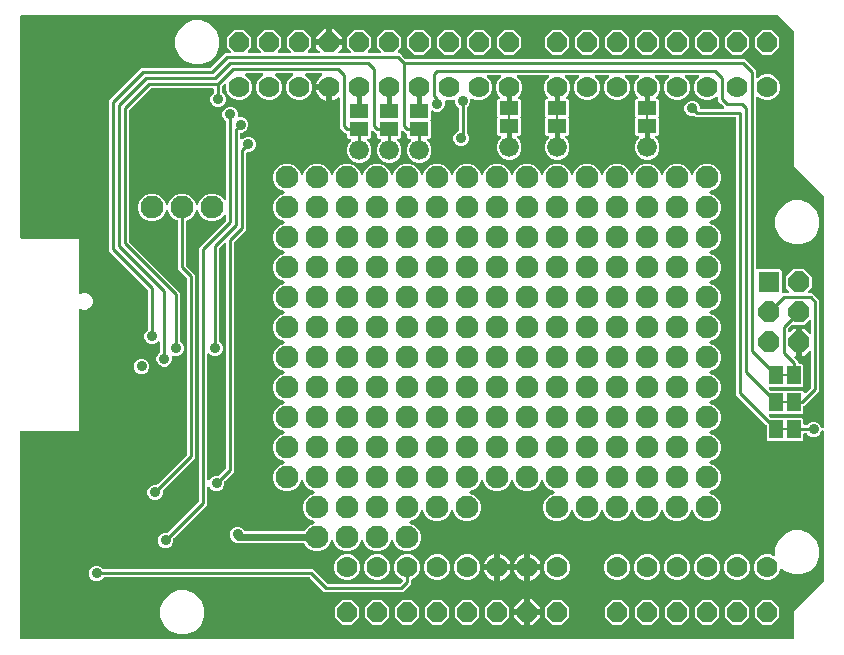
<source format=gbr>
G04 EAGLE Gerber RS-274X export*
G75*
%MOMM*%
%FSLAX34Y34*%
%LPD*%
%INBottom Copper*%
%IPPOS*%
%AMOC8*
5,1,8,0,0,1.08239X$1,22.5*%
G01*
%ADD10P,1.814519X8X22.500000*%
%ADD11P,1.924489X8X22.500000*%
%ADD12R,1.778000X1.778000*%
%ADD13C,1.778000*%
%ADD14R,1.168400X1.600200*%
%ADD15R,0.635000X0.203200*%
%ADD16R,1.600200X1.168400*%
%ADD17R,0.203200X0.635000*%
%ADD18C,1.676400*%
%ADD19C,1.930400*%
%ADD20C,0.906400*%
%ADD21C,0.254000*%
%ADD22C,0.406400*%
%ADD23C,0.609600*%

G36*
X656708Y2556D02*
X656708Y2556D01*
X656827Y2563D01*
X656865Y2576D01*
X656906Y2581D01*
X657016Y2624D01*
X657129Y2661D01*
X657164Y2683D01*
X657201Y2698D01*
X657297Y2767D01*
X657398Y2831D01*
X657426Y2861D01*
X657459Y2884D01*
X657535Y2976D01*
X657616Y3063D01*
X657636Y3098D01*
X657661Y3129D01*
X657712Y3237D01*
X657770Y3341D01*
X657780Y3381D01*
X657797Y3417D01*
X657819Y3534D01*
X657849Y3649D01*
X657853Y3709D01*
X657857Y3729D01*
X657855Y3750D01*
X657859Y3810D01*
X657859Y26452D01*
X682888Y51481D01*
X682948Y51559D01*
X683016Y51631D01*
X683045Y51684D01*
X683082Y51732D01*
X683122Y51823D01*
X683170Y51910D01*
X683185Y51968D01*
X683209Y52024D01*
X683224Y52122D01*
X683249Y52217D01*
X683255Y52318D01*
X683259Y52338D01*
X683257Y52350D01*
X683259Y52378D01*
X683259Y178265D01*
X683251Y178334D01*
X683252Y178404D01*
X683231Y178492D01*
X683219Y178581D01*
X683194Y178646D01*
X683177Y178713D01*
X683135Y178793D01*
X683102Y178876D01*
X683061Y178933D01*
X683029Y178995D01*
X682968Y179061D01*
X682916Y179134D01*
X682862Y179178D01*
X682815Y179230D01*
X682740Y179279D01*
X682671Y179337D01*
X682607Y179366D01*
X682549Y179405D01*
X682464Y179434D01*
X682383Y179472D01*
X682314Y179485D01*
X682248Y179508D01*
X682159Y179515D01*
X682071Y179532D01*
X682001Y179528D01*
X681931Y179533D01*
X681843Y179518D01*
X681753Y179512D01*
X681687Y179491D01*
X681618Y179479D01*
X681536Y179442D01*
X681451Y179414D01*
X681392Y179377D01*
X681328Y179348D01*
X681258Y179292D01*
X681182Y179244D01*
X681134Y179193D01*
X681080Y179150D01*
X681025Y179078D01*
X680964Y179012D01*
X680930Y178951D01*
X680888Y178895D01*
X680817Y178751D01*
X679935Y176621D01*
X678089Y174775D01*
X675676Y173775D01*
X673064Y173775D01*
X670651Y174775D01*
X668761Y176666D01*
X668682Y176726D01*
X668610Y176794D01*
X668557Y176823D01*
X668509Y176860D01*
X668418Y176900D01*
X668332Y176948D01*
X668273Y176963D01*
X668217Y176987D01*
X668119Y177002D01*
X668024Y177027D01*
X667924Y177033D01*
X667903Y177037D01*
X667891Y177035D01*
X667863Y177037D01*
X667004Y177037D01*
X666886Y177022D01*
X666767Y177015D01*
X666729Y177002D01*
X666688Y176997D01*
X666578Y176954D01*
X666465Y176917D01*
X666430Y176895D01*
X666393Y176880D01*
X666297Y176811D01*
X666196Y176747D01*
X666168Y176717D01*
X666135Y176694D01*
X666059Y176602D01*
X665978Y176515D01*
X665958Y176480D01*
X665933Y176449D01*
X665882Y176341D01*
X665824Y176237D01*
X665814Y176197D01*
X665797Y176161D01*
X665775Y176044D01*
X665745Y175929D01*
X665741Y175869D01*
X665737Y175849D01*
X665739Y175828D01*
X665735Y175768D01*
X665735Y171497D01*
X664544Y170306D01*
X651176Y170306D01*
X651137Y170345D01*
X651043Y170418D01*
X650954Y170497D01*
X650918Y170515D01*
X650886Y170540D01*
X650777Y170587D01*
X650671Y170641D01*
X650631Y170650D01*
X650594Y170666D01*
X650477Y170685D01*
X650361Y170711D01*
X650320Y170710D01*
X650280Y170716D01*
X650161Y170705D01*
X650043Y170701D01*
X650004Y170690D01*
X649964Y170686D01*
X649852Y170646D01*
X649737Y170613D01*
X649702Y170592D01*
X649664Y170579D01*
X649566Y170512D01*
X649463Y170451D01*
X649418Y170411D01*
X649401Y170400D01*
X649388Y170385D01*
X649342Y170345D01*
X649304Y170306D01*
X635936Y170306D01*
X634745Y171497D01*
X634745Y183018D01*
X634733Y183116D01*
X634730Y183215D01*
X634713Y183274D01*
X634705Y183334D01*
X634669Y183426D01*
X634641Y183521D01*
X634611Y183573D01*
X634588Y183629D01*
X634530Y183709D01*
X634480Y183795D01*
X634414Y183870D01*
X634402Y183887D01*
X634392Y183895D01*
X634374Y183916D01*
X608837Y209452D01*
X608837Y443738D01*
X608822Y443856D01*
X608815Y443975D01*
X608802Y444013D01*
X608797Y444054D01*
X608754Y444164D01*
X608717Y444277D01*
X608695Y444312D01*
X608680Y444349D01*
X608611Y444445D01*
X608547Y444546D01*
X608517Y444574D01*
X608494Y444607D01*
X608402Y444683D01*
X608315Y444764D01*
X608280Y444784D01*
X608249Y444809D01*
X608141Y444860D01*
X608037Y444918D01*
X607997Y444928D01*
X607961Y444945D01*
X607844Y444967D01*
X607729Y444997D01*
X607669Y445001D01*
X607649Y445005D01*
X607628Y445003D01*
X607568Y445007D01*
X573942Y445007D01*
X573766Y445184D01*
X573687Y445244D01*
X573615Y445312D01*
X573562Y445341D01*
X573514Y445378D01*
X573423Y445418D01*
X573337Y445466D01*
X573278Y445481D01*
X573223Y445505D01*
X573125Y445520D01*
X573029Y445545D01*
X572929Y445551D01*
X572908Y445555D01*
X572896Y445553D01*
X572868Y445555D01*
X570194Y445555D01*
X567781Y446555D01*
X565935Y448401D01*
X564935Y450814D01*
X564935Y453426D01*
X565935Y455839D01*
X567781Y457685D01*
X570194Y458685D01*
X572806Y458685D01*
X575219Y457685D01*
X577065Y455839D01*
X578065Y453426D01*
X578065Y452882D01*
X578080Y452764D01*
X578087Y452645D01*
X578100Y452607D01*
X578105Y452566D01*
X578148Y452456D01*
X578185Y452343D01*
X578207Y452308D01*
X578222Y452271D01*
X578291Y452175D01*
X578355Y452074D01*
X578385Y452046D01*
X578408Y452013D01*
X578500Y451937D01*
X578587Y451856D01*
X578622Y451836D01*
X578653Y451811D01*
X578761Y451760D01*
X578865Y451702D01*
X578905Y451692D01*
X578941Y451675D01*
X579058Y451653D01*
X579173Y451623D01*
X579233Y451619D01*
X579253Y451615D01*
X579274Y451617D01*
X579334Y451613D01*
X597292Y451613D01*
X597430Y451630D01*
X597569Y451643D01*
X597588Y451650D01*
X597608Y451653D01*
X597737Y451704D01*
X597868Y451751D01*
X597885Y451762D01*
X597903Y451770D01*
X598016Y451851D01*
X598131Y451929D01*
X598144Y451945D01*
X598161Y451956D01*
X598250Y452064D01*
X598342Y452168D01*
X598351Y452186D01*
X598364Y452201D01*
X598423Y452327D01*
X598486Y452451D01*
X598491Y452471D01*
X598499Y452489D01*
X598525Y452625D01*
X598556Y452761D01*
X598555Y452782D01*
X598559Y452801D01*
X598550Y452940D01*
X598546Y453079D01*
X598540Y453099D01*
X598539Y453119D01*
X598496Y453251D01*
X598458Y453385D01*
X598447Y453402D01*
X598441Y453421D01*
X598367Y453539D01*
X598296Y453659D01*
X598278Y453680D01*
X598271Y453690D01*
X598256Y453704D01*
X598190Y453779D01*
X595904Y456066D01*
X593597Y458372D01*
X593597Y460786D01*
X593580Y460924D01*
X593575Y460974D01*
X593575Y460977D01*
X593567Y461062D01*
X593560Y461081D01*
X593557Y461102D01*
X593506Y461231D01*
X593459Y461362D01*
X593448Y461378D01*
X593440Y461397D01*
X593359Y461509D01*
X593281Y461625D01*
X593265Y461638D01*
X593254Y461655D01*
X593146Y461743D01*
X593042Y461835D01*
X593024Y461844D01*
X593009Y461857D01*
X592883Y461917D01*
X592759Y461980D01*
X592739Y461984D01*
X592721Y461993D01*
X592584Y462019D01*
X592449Y462049D01*
X592428Y462049D01*
X592409Y462053D01*
X592270Y462044D01*
X592131Y462040D01*
X592111Y462034D01*
X592091Y462033D01*
X591959Y461990D01*
X591825Y461951D01*
X591808Y461941D01*
X591789Y461935D01*
X591671Y461860D01*
X591551Y461790D01*
X591530Y461771D01*
X591520Y461765D01*
X591506Y461750D01*
X591431Y461683D01*
X590387Y460640D01*
X586373Y458977D01*
X582027Y458977D01*
X578013Y460640D01*
X574940Y463713D01*
X573277Y467727D01*
X573277Y472073D01*
X574940Y476087D01*
X577253Y478401D01*
X577339Y478510D01*
X577427Y478617D01*
X577436Y478636D01*
X577448Y478652D01*
X577504Y478780D01*
X577563Y478905D01*
X577567Y478925D01*
X577575Y478944D01*
X577597Y479082D01*
X577623Y479218D01*
X577621Y479238D01*
X577625Y479258D01*
X577612Y479397D01*
X577603Y479535D01*
X577597Y479554D01*
X577595Y479574D01*
X577548Y479706D01*
X577505Y479837D01*
X577494Y479855D01*
X577487Y479874D01*
X577409Y479989D01*
X577335Y480106D01*
X577320Y480120D01*
X577309Y480137D01*
X577204Y480229D01*
X577103Y480324D01*
X577085Y480334D01*
X577070Y480347D01*
X576946Y480411D01*
X576825Y480478D01*
X576805Y480483D01*
X576787Y480492D01*
X576651Y480522D01*
X576517Y480557D01*
X576489Y480559D01*
X576477Y480562D01*
X576456Y480561D01*
X576356Y480567D01*
X566644Y480567D01*
X566507Y480550D01*
X566368Y480537D01*
X566349Y480530D01*
X566328Y480527D01*
X566200Y480476D01*
X566068Y480429D01*
X566052Y480418D01*
X566033Y480410D01*
X565920Y480329D01*
X565805Y480251D01*
X565792Y480235D01*
X565775Y480224D01*
X565687Y480116D01*
X565595Y480012D01*
X565586Y479994D01*
X565573Y479979D01*
X565513Y479853D01*
X565450Y479729D01*
X565446Y479709D01*
X565437Y479691D01*
X565411Y479555D01*
X565381Y479419D01*
X565381Y479398D01*
X565377Y479379D01*
X565386Y479240D01*
X565390Y479101D01*
X565396Y479081D01*
X565397Y479061D01*
X565440Y478929D01*
X565479Y478795D01*
X565489Y478778D01*
X565495Y478759D01*
X565570Y478641D01*
X565640Y478521D01*
X565659Y478500D01*
X565665Y478490D01*
X565680Y478476D01*
X565747Y478401D01*
X568060Y476087D01*
X569723Y472073D01*
X569723Y467727D01*
X568060Y463713D01*
X564987Y460640D01*
X560973Y458977D01*
X556627Y458977D01*
X552613Y460640D01*
X549540Y463713D01*
X547877Y467727D01*
X547877Y472073D01*
X549540Y476087D01*
X551853Y478401D01*
X551939Y478510D01*
X552027Y478617D01*
X552036Y478636D01*
X552048Y478652D01*
X552104Y478780D01*
X552163Y478905D01*
X552167Y478925D01*
X552175Y478944D01*
X552197Y479082D01*
X552223Y479218D01*
X552221Y479238D01*
X552225Y479258D01*
X552212Y479397D01*
X552203Y479535D01*
X552197Y479554D01*
X552195Y479574D01*
X552148Y479706D01*
X552105Y479837D01*
X552094Y479855D01*
X552087Y479874D01*
X552009Y479989D01*
X551935Y480106D01*
X551920Y480120D01*
X551909Y480137D01*
X551804Y480229D01*
X551703Y480324D01*
X551685Y480334D01*
X551670Y480347D01*
X551546Y480411D01*
X551425Y480478D01*
X551405Y480483D01*
X551387Y480492D01*
X551251Y480522D01*
X551117Y480557D01*
X551089Y480559D01*
X551077Y480562D01*
X551056Y480561D01*
X550956Y480567D01*
X541244Y480567D01*
X541107Y480550D01*
X540968Y480537D01*
X540949Y480530D01*
X540928Y480527D01*
X540800Y480476D01*
X540668Y480429D01*
X540652Y480418D01*
X540633Y480410D01*
X540520Y480329D01*
X540405Y480251D01*
X540392Y480235D01*
X540375Y480224D01*
X540287Y480116D01*
X540195Y480012D01*
X540186Y479994D01*
X540173Y479979D01*
X540113Y479853D01*
X540050Y479729D01*
X540046Y479709D01*
X540037Y479691D01*
X540011Y479555D01*
X539981Y479419D01*
X539981Y479398D01*
X539977Y479379D01*
X539986Y479240D01*
X539990Y479101D01*
X539996Y479081D01*
X539997Y479061D01*
X540040Y478929D01*
X540079Y478795D01*
X540089Y478778D01*
X540095Y478759D01*
X540170Y478641D01*
X540240Y478521D01*
X540259Y478500D01*
X540265Y478490D01*
X540280Y478476D01*
X540347Y478401D01*
X542660Y476087D01*
X544323Y472073D01*
X544323Y467727D01*
X542660Y463713D01*
X541109Y462161D01*
X541023Y462052D01*
X540935Y461945D01*
X540926Y461926D01*
X540914Y461910D01*
X540858Y461782D01*
X540799Y461657D01*
X540795Y461637D01*
X540787Y461618D01*
X540765Y461480D01*
X540739Y461344D01*
X540741Y461324D01*
X540737Y461304D01*
X540750Y461165D01*
X540759Y461027D01*
X540765Y461008D01*
X540767Y460988D01*
X540814Y460856D01*
X540857Y460725D01*
X540868Y460707D01*
X540875Y460688D01*
X540953Y460573D01*
X541027Y460456D01*
X541042Y460442D01*
X541053Y460425D01*
X541158Y460333D01*
X541259Y460238D01*
X541277Y460228D01*
X541292Y460215D01*
X541416Y460151D01*
X541537Y460084D01*
X541557Y460079D01*
X541575Y460070D01*
X541711Y460040D01*
X541845Y460005D01*
X541873Y460003D01*
X541885Y460000D01*
X541906Y460001D01*
X542006Y459995D01*
X542243Y459995D01*
X543434Y458804D01*
X543434Y445436D01*
X543395Y445398D01*
X543322Y445303D01*
X543243Y445214D01*
X543225Y445178D01*
X543200Y445146D01*
X543153Y445037D01*
X543099Y444931D01*
X543090Y444891D01*
X543074Y444854D01*
X543055Y444737D01*
X543029Y444621D01*
X543030Y444580D01*
X543024Y444540D01*
X543035Y444422D01*
X543039Y444303D01*
X543050Y444264D01*
X543054Y444224D01*
X543094Y444111D01*
X543127Y443997D01*
X543148Y443963D01*
X543161Y443924D01*
X543228Y443826D01*
X543289Y443723D01*
X543329Y443678D01*
X543340Y443661D01*
X543355Y443648D01*
X543395Y443603D01*
X543434Y443564D01*
X543434Y430196D01*
X542243Y429005D01*
X541288Y429005D01*
X541150Y428988D01*
X541011Y428975D01*
X540992Y428968D01*
X540972Y428965D01*
X540843Y428914D01*
X540712Y428867D01*
X540695Y428856D01*
X540676Y428848D01*
X540564Y428767D01*
X540449Y428689D01*
X540435Y428673D01*
X540419Y428662D01*
X540330Y428554D01*
X540238Y428450D01*
X540229Y428432D01*
X540216Y428417D01*
X540157Y428291D01*
X540094Y428167D01*
X540089Y428147D01*
X540081Y428129D01*
X540055Y427992D01*
X540024Y427857D01*
X540025Y427836D01*
X540021Y427817D01*
X540030Y427678D01*
X540034Y427539D01*
X540039Y427519D01*
X540041Y427499D01*
X540083Y427367D01*
X540122Y427233D01*
X540132Y427216D01*
X540139Y427197D01*
X540213Y427079D01*
X540284Y426959D01*
X540302Y426938D01*
X540309Y426928D01*
X540324Y426914D01*
X540390Y426839D01*
X542229Y424999D01*
X543815Y421172D01*
X543815Y417028D01*
X542229Y413201D01*
X539299Y410271D01*
X535472Y408685D01*
X531328Y408685D01*
X527501Y410271D01*
X524571Y413201D01*
X522985Y417028D01*
X522985Y421172D01*
X524571Y424999D01*
X526410Y426839D01*
X526495Y426948D01*
X526584Y427055D01*
X526592Y427074D01*
X526605Y427090D01*
X526660Y427218D01*
X526719Y427343D01*
X526723Y427363D01*
X526731Y427382D01*
X526753Y427520D01*
X526779Y427656D01*
X526778Y427676D01*
X526781Y427696D01*
X526768Y427835D01*
X526759Y427973D01*
X526753Y427992D01*
X526751Y428012D01*
X526704Y428144D01*
X526661Y428275D01*
X526650Y428293D01*
X526644Y428312D01*
X526566Y428427D01*
X526491Y428544D01*
X526476Y428558D01*
X526465Y428575D01*
X526361Y428667D01*
X526260Y428762D01*
X526242Y428772D01*
X526227Y428785D01*
X526102Y428849D01*
X525981Y428916D01*
X525961Y428921D01*
X525943Y428930D01*
X525808Y428960D01*
X525673Y428995D01*
X525645Y428997D01*
X525633Y429000D01*
X525613Y428999D01*
X525512Y429005D01*
X524557Y429005D01*
X523366Y430196D01*
X523366Y443564D01*
X523405Y443603D01*
X523478Y443697D01*
X523557Y443786D01*
X523575Y443822D01*
X523600Y443854D01*
X523647Y443963D01*
X523701Y444069D01*
X523710Y444109D01*
X523726Y444146D01*
X523745Y444263D01*
X523771Y444379D01*
X523770Y444420D01*
X523776Y444460D01*
X523765Y444579D01*
X523761Y444697D01*
X523750Y444736D01*
X523746Y444776D01*
X523706Y444888D01*
X523673Y445003D01*
X523652Y445038D01*
X523639Y445076D01*
X523572Y445174D01*
X523511Y445277D01*
X523471Y445322D01*
X523460Y445339D01*
X523445Y445352D01*
X523405Y445398D01*
X523366Y445436D01*
X523366Y458804D01*
X524557Y459995D01*
X524794Y459995D01*
X524931Y460012D01*
X525070Y460025D01*
X525089Y460032D01*
X525110Y460035D01*
X525238Y460086D01*
X525370Y460133D01*
X525386Y460144D01*
X525405Y460152D01*
X525518Y460233D01*
X525633Y460311D01*
X525646Y460327D01*
X525663Y460338D01*
X525751Y460446D01*
X525843Y460550D01*
X525852Y460568D01*
X525865Y460583D01*
X525925Y460709D01*
X525988Y460833D01*
X525992Y460853D01*
X526001Y460871D01*
X526027Y461008D01*
X526057Y461143D01*
X526057Y461164D01*
X526061Y461183D01*
X526052Y461322D01*
X526048Y461461D01*
X526042Y461481D01*
X526041Y461501D01*
X525998Y461633D01*
X525959Y461767D01*
X525949Y461784D01*
X525943Y461803D01*
X525868Y461921D01*
X525798Y462041D01*
X525779Y462062D01*
X525773Y462072D01*
X525758Y462086D01*
X525691Y462161D01*
X524140Y463713D01*
X522477Y467727D01*
X522477Y472073D01*
X524140Y476087D01*
X526453Y478401D01*
X526539Y478510D01*
X526627Y478617D01*
X526636Y478636D01*
X526648Y478652D01*
X526704Y478780D01*
X526763Y478905D01*
X526767Y478925D01*
X526775Y478944D01*
X526797Y479082D01*
X526823Y479218D01*
X526821Y479238D01*
X526825Y479258D01*
X526812Y479397D01*
X526803Y479535D01*
X526797Y479554D01*
X526795Y479574D01*
X526748Y479706D01*
X526705Y479837D01*
X526694Y479855D01*
X526687Y479874D01*
X526609Y479989D01*
X526535Y480106D01*
X526520Y480120D01*
X526509Y480137D01*
X526404Y480229D01*
X526303Y480324D01*
X526285Y480334D01*
X526270Y480347D01*
X526146Y480411D01*
X526025Y480478D01*
X526005Y480483D01*
X525987Y480492D01*
X525851Y480522D01*
X525717Y480557D01*
X525689Y480559D01*
X525677Y480562D01*
X525656Y480561D01*
X525556Y480567D01*
X515844Y480567D01*
X515707Y480550D01*
X515568Y480537D01*
X515549Y480530D01*
X515528Y480527D01*
X515400Y480476D01*
X515268Y480429D01*
X515252Y480418D01*
X515233Y480410D01*
X515120Y480329D01*
X515005Y480251D01*
X514992Y480235D01*
X514975Y480224D01*
X514887Y480116D01*
X514795Y480012D01*
X514786Y479994D01*
X514773Y479979D01*
X514713Y479853D01*
X514650Y479729D01*
X514646Y479709D01*
X514637Y479691D01*
X514611Y479555D01*
X514581Y479419D01*
X514581Y479398D01*
X514577Y479379D01*
X514586Y479240D01*
X514590Y479101D01*
X514596Y479081D01*
X514597Y479061D01*
X514640Y478929D01*
X514679Y478795D01*
X514689Y478778D01*
X514695Y478759D01*
X514770Y478641D01*
X514840Y478521D01*
X514859Y478500D01*
X514865Y478490D01*
X514880Y478476D01*
X514947Y478401D01*
X517260Y476087D01*
X518923Y472073D01*
X518923Y467727D01*
X517260Y463713D01*
X514187Y460640D01*
X510173Y458977D01*
X505827Y458977D01*
X501813Y460640D01*
X498740Y463713D01*
X497077Y467727D01*
X497077Y472073D01*
X498740Y476087D01*
X501053Y478401D01*
X501139Y478510D01*
X501227Y478617D01*
X501236Y478636D01*
X501248Y478652D01*
X501304Y478780D01*
X501363Y478905D01*
X501367Y478925D01*
X501375Y478944D01*
X501397Y479082D01*
X501423Y479218D01*
X501421Y479238D01*
X501425Y479258D01*
X501412Y479397D01*
X501403Y479535D01*
X501397Y479554D01*
X501395Y479574D01*
X501348Y479706D01*
X501305Y479837D01*
X501294Y479855D01*
X501287Y479874D01*
X501209Y479989D01*
X501135Y480106D01*
X501120Y480120D01*
X501109Y480137D01*
X501004Y480229D01*
X500903Y480324D01*
X500885Y480334D01*
X500870Y480347D01*
X500746Y480411D01*
X500625Y480478D01*
X500605Y480483D01*
X500587Y480492D01*
X500451Y480522D01*
X500317Y480557D01*
X500289Y480559D01*
X500277Y480562D01*
X500256Y480561D01*
X500156Y480567D01*
X490444Y480567D01*
X490307Y480550D01*
X490168Y480537D01*
X490149Y480530D01*
X490128Y480527D01*
X490000Y480476D01*
X489868Y480429D01*
X489852Y480418D01*
X489833Y480410D01*
X489720Y480329D01*
X489605Y480251D01*
X489592Y480235D01*
X489575Y480224D01*
X489487Y480116D01*
X489395Y480012D01*
X489386Y479994D01*
X489373Y479979D01*
X489313Y479853D01*
X489250Y479729D01*
X489246Y479709D01*
X489237Y479691D01*
X489211Y479555D01*
X489181Y479419D01*
X489181Y479398D01*
X489177Y479379D01*
X489186Y479240D01*
X489190Y479101D01*
X489196Y479081D01*
X489197Y479061D01*
X489240Y478929D01*
X489279Y478795D01*
X489289Y478778D01*
X489295Y478759D01*
X489370Y478641D01*
X489440Y478521D01*
X489459Y478500D01*
X489465Y478490D01*
X489480Y478476D01*
X489547Y478401D01*
X491860Y476087D01*
X493523Y472073D01*
X493523Y467727D01*
X491860Y463713D01*
X488787Y460640D01*
X484773Y458977D01*
X480427Y458977D01*
X476413Y460640D01*
X473340Y463713D01*
X471677Y467727D01*
X471677Y472073D01*
X473340Y476087D01*
X475653Y478401D01*
X475739Y478510D01*
X475827Y478617D01*
X475836Y478636D01*
X475848Y478652D01*
X475904Y478780D01*
X475963Y478905D01*
X475967Y478925D01*
X475975Y478944D01*
X475997Y479082D01*
X476023Y479218D01*
X476021Y479238D01*
X476025Y479258D01*
X476012Y479397D01*
X476003Y479535D01*
X475997Y479554D01*
X475995Y479574D01*
X475948Y479706D01*
X475905Y479837D01*
X475894Y479855D01*
X475887Y479874D01*
X475809Y479989D01*
X475735Y480106D01*
X475720Y480120D01*
X475709Y480137D01*
X475604Y480229D01*
X475503Y480324D01*
X475485Y480334D01*
X475470Y480347D01*
X475346Y480411D01*
X475225Y480478D01*
X475205Y480483D01*
X475187Y480492D01*
X475051Y480522D01*
X474917Y480557D01*
X474889Y480559D01*
X474877Y480562D01*
X474856Y480561D01*
X474756Y480567D01*
X465044Y480567D01*
X464907Y480550D01*
X464768Y480537D01*
X464749Y480530D01*
X464728Y480527D01*
X464600Y480476D01*
X464468Y480429D01*
X464452Y480418D01*
X464433Y480410D01*
X464320Y480329D01*
X464205Y480251D01*
X464192Y480235D01*
X464175Y480224D01*
X464087Y480116D01*
X463995Y480012D01*
X463986Y479994D01*
X463973Y479979D01*
X463913Y479853D01*
X463850Y479729D01*
X463846Y479709D01*
X463837Y479691D01*
X463811Y479555D01*
X463781Y479419D01*
X463781Y479398D01*
X463777Y479379D01*
X463786Y479240D01*
X463790Y479101D01*
X463796Y479081D01*
X463797Y479061D01*
X463840Y478929D01*
X463879Y478795D01*
X463889Y478778D01*
X463895Y478759D01*
X463970Y478641D01*
X464040Y478521D01*
X464059Y478500D01*
X464065Y478490D01*
X464080Y478476D01*
X464147Y478401D01*
X466460Y476087D01*
X468123Y472073D01*
X468123Y467727D01*
X466460Y463713D01*
X464909Y462161D01*
X464823Y462052D01*
X464735Y461945D01*
X464726Y461926D01*
X464714Y461910D01*
X464658Y461782D01*
X464599Y461657D01*
X464595Y461637D01*
X464587Y461618D01*
X464565Y461480D01*
X464539Y461344D01*
X464541Y461324D01*
X464537Y461304D01*
X464550Y461165D01*
X464559Y461027D01*
X464565Y461008D01*
X464567Y460988D01*
X464614Y460856D01*
X464657Y460725D01*
X464668Y460707D01*
X464675Y460688D01*
X464753Y460573D01*
X464827Y460456D01*
X464842Y460442D01*
X464853Y460425D01*
X464958Y460333D01*
X465059Y460238D01*
X465077Y460228D01*
X465092Y460215D01*
X465216Y460151D01*
X465337Y460084D01*
X465357Y460079D01*
X465375Y460070D01*
X465511Y460040D01*
X465645Y460005D01*
X465673Y460003D01*
X465685Y460000D01*
X465706Y460001D01*
X465806Y459995D01*
X466043Y459995D01*
X467234Y458804D01*
X467234Y445436D01*
X467195Y445398D01*
X467122Y445303D01*
X467043Y445214D01*
X467025Y445178D01*
X467000Y445146D01*
X466953Y445037D01*
X466899Y444931D01*
X466890Y444891D01*
X466874Y444854D01*
X466855Y444737D01*
X466829Y444621D01*
X466830Y444580D01*
X466824Y444540D01*
X466835Y444422D01*
X466839Y444303D01*
X466850Y444264D01*
X466854Y444224D01*
X466894Y444111D01*
X466927Y443997D01*
X466948Y443963D01*
X466961Y443924D01*
X467028Y443826D01*
X467089Y443723D01*
X467129Y443678D01*
X467140Y443661D01*
X467155Y443648D01*
X467195Y443603D01*
X467234Y443564D01*
X467234Y430196D01*
X466043Y429005D01*
X465088Y429005D01*
X464950Y428988D01*
X464811Y428975D01*
X464792Y428968D01*
X464772Y428965D01*
X464643Y428914D01*
X464512Y428867D01*
X464495Y428856D01*
X464476Y428848D01*
X464364Y428767D01*
X464249Y428689D01*
X464235Y428673D01*
X464219Y428662D01*
X464130Y428554D01*
X464038Y428450D01*
X464029Y428432D01*
X464016Y428417D01*
X463957Y428291D01*
X463894Y428167D01*
X463889Y428147D01*
X463881Y428129D01*
X463855Y427992D01*
X463824Y427857D01*
X463825Y427836D01*
X463821Y427817D01*
X463830Y427678D01*
X463834Y427539D01*
X463839Y427519D01*
X463841Y427499D01*
X463883Y427367D01*
X463922Y427233D01*
X463932Y427216D01*
X463939Y427197D01*
X464013Y427079D01*
X464084Y426959D01*
X464102Y426938D01*
X464109Y426928D01*
X464124Y426914D01*
X464190Y426839D01*
X466029Y424999D01*
X467615Y421172D01*
X467615Y417028D01*
X466029Y413201D01*
X463099Y410271D01*
X459272Y408685D01*
X455128Y408685D01*
X451301Y410271D01*
X448371Y413201D01*
X446785Y417028D01*
X446785Y421172D01*
X448371Y424999D01*
X450210Y426839D01*
X450295Y426948D01*
X450384Y427055D01*
X450392Y427074D01*
X450405Y427090D01*
X450460Y427218D01*
X450519Y427343D01*
X450523Y427363D01*
X450531Y427382D01*
X450553Y427520D01*
X450579Y427656D01*
X450578Y427676D01*
X450581Y427696D01*
X450568Y427835D01*
X450559Y427973D01*
X450553Y427992D01*
X450551Y428012D01*
X450504Y428144D01*
X450461Y428275D01*
X450450Y428293D01*
X450444Y428312D01*
X450366Y428427D01*
X450291Y428544D01*
X450276Y428558D01*
X450265Y428575D01*
X450161Y428667D01*
X450060Y428762D01*
X450042Y428772D01*
X450027Y428785D01*
X449902Y428849D01*
X449781Y428916D01*
X449761Y428921D01*
X449743Y428930D01*
X449608Y428960D01*
X449473Y428995D01*
X449445Y428997D01*
X449433Y429000D01*
X449413Y428999D01*
X449312Y429005D01*
X448357Y429005D01*
X447166Y430196D01*
X447166Y443564D01*
X447205Y443603D01*
X447278Y443697D01*
X447357Y443786D01*
X447375Y443822D01*
X447400Y443854D01*
X447447Y443963D01*
X447501Y444069D01*
X447510Y444109D01*
X447526Y444146D01*
X447545Y444263D01*
X447571Y444379D01*
X447570Y444420D01*
X447576Y444460D01*
X447565Y444579D01*
X447561Y444697D01*
X447550Y444736D01*
X447546Y444776D01*
X447506Y444888D01*
X447473Y445003D01*
X447452Y445038D01*
X447439Y445076D01*
X447372Y445174D01*
X447311Y445277D01*
X447271Y445322D01*
X447260Y445339D01*
X447245Y445352D01*
X447205Y445398D01*
X447166Y445436D01*
X447166Y458804D01*
X448357Y459995D01*
X448594Y459995D01*
X448731Y460012D01*
X448870Y460025D01*
X448889Y460032D01*
X448910Y460035D01*
X449038Y460086D01*
X449170Y460133D01*
X449186Y460144D01*
X449205Y460152D01*
X449318Y460233D01*
X449433Y460311D01*
X449446Y460327D01*
X449463Y460338D01*
X449551Y460446D01*
X449643Y460550D01*
X449652Y460568D01*
X449665Y460583D01*
X449725Y460709D01*
X449788Y460833D01*
X449792Y460853D01*
X449801Y460871D01*
X449827Y461008D01*
X449857Y461143D01*
X449857Y461164D01*
X449861Y461183D01*
X449852Y461322D01*
X449848Y461461D01*
X449842Y461481D01*
X449841Y461501D01*
X449798Y461633D01*
X449759Y461767D01*
X449749Y461784D01*
X449743Y461803D01*
X449668Y461921D01*
X449598Y462041D01*
X449579Y462062D01*
X449573Y462072D01*
X449558Y462086D01*
X449491Y462161D01*
X447940Y463713D01*
X446277Y467727D01*
X446277Y472073D01*
X447940Y476087D01*
X450253Y478401D01*
X450339Y478510D01*
X450427Y478617D01*
X450436Y478636D01*
X450448Y478652D01*
X450504Y478780D01*
X450563Y478905D01*
X450567Y478925D01*
X450575Y478944D01*
X450597Y479082D01*
X450623Y479218D01*
X450621Y479238D01*
X450625Y479258D01*
X450612Y479397D01*
X450603Y479535D01*
X450597Y479554D01*
X450595Y479574D01*
X450548Y479706D01*
X450505Y479837D01*
X450494Y479855D01*
X450487Y479874D01*
X450409Y479989D01*
X450335Y480106D01*
X450320Y480120D01*
X450309Y480137D01*
X450204Y480229D01*
X450103Y480324D01*
X450085Y480334D01*
X450070Y480347D01*
X449946Y480411D01*
X449825Y480478D01*
X449805Y480483D01*
X449787Y480492D01*
X449651Y480522D01*
X449517Y480557D01*
X449489Y480559D01*
X449477Y480562D01*
X449456Y480561D01*
X449356Y480567D01*
X424404Y480567D01*
X424267Y480550D01*
X424128Y480537D01*
X424109Y480530D01*
X424088Y480527D01*
X423960Y480476D01*
X423828Y480429D01*
X423812Y480418D01*
X423793Y480410D01*
X423680Y480329D01*
X423565Y480251D01*
X423552Y480235D01*
X423535Y480224D01*
X423447Y480116D01*
X423355Y480012D01*
X423346Y479994D01*
X423333Y479979D01*
X423273Y479853D01*
X423210Y479729D01*
X423206Y479709D01*
X423197Y479691D01*
X423171Y479555D01*
X423141Y479419D01*
X423141Y479398D01*
X423137Y479379D01*
X423146Y479240D01*
X423150Y479101D01*
X423156Y479081D01*
X423157Y479061D01*
X423200Y478929D01*
X423239Y478795D01*
X423249Y478778D01*
X423255Y478759D01*
X423330Y478641D01*
X423400Y478521D01*
X423419Y478500D01*
X423425Y478490D01*
X423440Y478476D01*
X423507Y478401D01*
X425820Y476087D01*
X427483Y472073D01*
X427483Y467727D01*
X425820Y463713D01*
X424269Y462161D01*
X424183Y462052D01*
X424095Y461945D01*
X424086Y461926D01*
X424074Y461910D01*
X424018Y461782D01*
X423959Y461657D01*
X423955Y461637D01*
X423947Y461618D01*
X423925Y461480D01*
X423899Y461344D01*
X423901Y461324D01*
X423897Y461304D01*
X423910Y461165D01*
X423919Y461027D01*
X423925Y461008D01*
X423927Y460988D01*
X423974Y460856D01*
X424017Y460725D01*
X424028Y460707D01*
X424035Y460688D01*
X424113Y460573D01*
X424187Y460456D01*
X424202Y460442D01*
X424213Y460425D01*
X424318Y460333D01*
X424419Y460238D01*
X424437Y460228D01*
X424452Y460215D01*
X424576Y460151D01*
X424697Y460084D01*
X424717Y460079D01*
X424735Y460070D01*
X424871Y460040D01*
X425005Y460005D01*
X425033Y460003D01*
X425045Y460000D01*
X425066Y460001D01*
X425166Y459995D01*
X425403Y459995D01*
X426594Y458804D01*
X426594Y445436D01*
X426555Y445398D01*
X426482Y445303D01*
X426403Y445214D01*
X426385Y445178D01*
X426360Y445146D01*
X426313Y445037D01*
X426259Y444931D01*
X426250Y444891D01*
X426234Y444854D01*
X426215Y444737D01*
X426189Y444621D01*
X426190Y444580D01*
X426184Y444540D01*
X426195Y444422D01*
X426199Y444303D01*
X426210Y444264D01*
X426214Y444224D01*
X426254Y444111D01*
X426287Y443997D01*
X426308Y443963D01*
X426321Y443924D01*
X426388Y443826D01*
X426449Y443723D01*
X426489Y443678D01*
X426500Y443661D01*
X426515Y443648D01*
X426555Y443603D01*
X426594Y443564D01*
X426594Y430196D01*
X425403Y429005D01*
X424448Y429005D01*
X424310Y428988D01*
X424171Y428975D01*
X424152Y428968D01*
X424132Y428965D01*
X424003Y428914D01*
X423872Y428867D01*
X423855Y428856D01*
X423836Y428848D01*
X423724Y428767D01*
X423609Y428689D01*
X423595Y428673D01*
X423579Y428662D01*
X423490Y428554D01*
X423398Y428450D01*
X423389Y428432D01*
X423376Y428417D01*
X423317Y428291D01*
X423254Y428167D01*
X423249Y428147D01*
X423241Y428129D01*
X423215Y427992D01*
X423184Y427857D01*
X423185Y427836D01*
X423181Y427817D01*
X423190Y427678D01*
X423194Y427539D01*
X423199Y427519D01*
X423201Y427499D01*
X423243Y427367D01*
X423282Y427233D01*
X423292Y427216D01*
X423299Y427197D01*
X423373Y427079D01*
X423444Y426959D01*
X423462Y426938D01*
X423469Y426928D01*
X423484Y426914D01*
X423550Y426839D01*
X425389Y424999D01*
X426975Y421172D01*
X426975Y417028D01*
X425389Y413201D01*
X422459Y410271D01*
X418632Y408685D01*
X414488Y408685D01*
X410661Y410271D01*
X407731Y413201D01*
X406145Y417028D01*
X406145Y421172D01*
X407731Y424999D01*
X409570Y426839D01*
X409655Y426948D01*
X409744Y427055D01*
X409752Y427074D01*
X409765Y427090D01*
X409820Y427218D01*
X409879Y427343D01*
X409883Y427363D01*
X409891Y427382D01*
X409913Y427520D01*
X409939Y427656D01*
X409938Y427676D01*
X409941Y427696D01*
X409928Y427835D01*
X409919Y427973D01*
X409913Y427992D01*
X409911Y428012D01*
X409864Y428144D01*
X409821Y428275D01*
X409810Y428293D01*
X409804Y428312D01*
X409726Y428427D01*
X409651Y428544D01*
X409636Y428558D01*
X409625Y428575D01*
X409521Y428667D01*
X409420Y428762D01*
X409402Y428772D01*
X409387Y428785D01*
X409262Y428849D01*
X409141Y428916D01*
X409121Y428921D01*
X409103Y428930D01*
X408968Y428960D01*
X408833Y428995D01*
X408805Y428997D01*
X408793Y429000D01*
X408773Y428999D01*
X408672Y429005D01*
X407717Y429005D01*
X406526Y430196D01*
X406526Y443564D01*
X406565Y443603D01*
X406638Y443697D01*
X406717Y443786D01*
X406735Y443822D01*
X406760Y443854D01*
X406807Y443963D01*
X406861Y444069D01*
X406870Y444109D01*
X406886Y444146D01*
X406905Y444263D01*
X406931Y444379D01*
X406930Y444420D01*
X406936Y444460D01*
X406925Y444579D01*
X406921Y444697D01*
X406910Y444736D01*
X406906Y444776D01*
X406866Y444888D01*
X406833Y445003D01*
X406812Y445038D01*
X406799Y445076D01*
X406732Y445174D01*
X406671Y445277D01*
X406631Y445322D01*
X406620Y445339D01*
X406605Y445352D01*
X406565Y445398D01*
X406526Y445436D01*
X406526Y458804D01*
X407717Y459995D01*
X407954Y459995D01*
X408091Y460012D01*
X408230Y460025D01*
X408249Y460032D01*
X408270Y460035D01*
X408398Y460086D01*
X408530Y460133D01*
X408546Y460144D01*
X408565Y460152D01*
X408678Y460233D01*
X408793Y460311D01*
X408806Y460327D01*
X408823Y460338D01*
X408911Y460446D01*
X409003Y460550D01*
X409012Y460568D01*
X409025Y460583D01*
X409085Y460709D01*
X409148Y460833D01*
X409152Y460853D01*
X409161Y460871D01*
X409187Y461008D01*
X409217Y461143D01*
X409217Y461164D01*
X409221Y461183D01*
X409212Y461322D01*
X409208Y461461D01*
X409202Y461481D01*
X409201Y461501D01*
X409158Y461633D01*
X409119Y461767D01*
X409109Y461784D01*
X409103Y461803D01*
X409028Y461921D01*
X408958Y462041D01*
X408939Y462062D01*
X408933Y462072D01*
X408918Y462086D01*
X408851Y462161D01*
X407300Y463713D01*
X405637Y467727D01*
X405637Y472073D01*
X407300Y476087D01*
X409613Y478401D01*
X409699Y478510D01*
X409787Y478617D01*
X409796Y478636D01*
X409808Y478652D01*
X409864Y478780D01*
X409923Y478905D01*
X409927Y478925D01*
X409935Y478944D01*
X409957Y479082D01*
X409983Y479218D01*
X409981Y479238D01*
X409985Y479258D01*
X409972Y479397D01*
X409963Y479535D01*
X409957Y479554D01*
X409955Y479574D01*
X409908Y479706D01*
X409865Y479837D01*
X409854Y479855D01*
X409847Y479874D01*
X409769Y479989D01*
X409695Y480106D01*
X409680Y480120D01*
X409669Y480137D01*
X409564Y480229D01*
X409463Y480324D01*
X409445Y480334D01*
X409430Y480347D01*
X409306Y480411D01*
X409185Y480478D01*
X409165Y480483D01*
X409147Y480492D01*
X409011Y480522D01*
X408877Y480557D01*
X408849Y480559D01*
X408837Y480562D01*
X408816Y480561D01*
X408716Y480567D01*
X399004Y480567D01*
X398867Y480550D01*
X398728Y480537D01*
X398709Y480530D01*
X398688Y480527D01*
X398560Y480476D01*
X398428Y480429D01*
X398412Y480418D01*
X398393Y480410D01*
X398280Y480329D01*
X398165Y480251D01*
X398152Y480235D01*
X398135Y480224D01*
X398047Y480116D01*
X397955Y480012D01*
X397946Y479994D01*
X397933Y479979D01*
X397873Y479853D01*
X397810Y479729D01*
X397806Y479709D01*
X397797Y479691D01*
X397771Y479555D01*
X397741Y479419D01*
X397741Y479398D01*
X397737Y479379D01*
X397746Y479240D01*
X397750Y479101D01*
X397756Y479081D01*
X397757Y479061D01*
X397800Y478929D01*
X397839Y478795D01*
X397849Y478778D01*
X397855Y478759D01*
X397930Y478641D01*
X398000Y478521D01*
X398019Y478500D01*
X398025Y478490D01*
X398040Y478476D01*
X398107Y478401D01*
X400420Y476087D01*
X402083Y472073D01*
X402083Y467727D01*
X400420Y463713D01*
X397347Y460640D01*
X393333Y458977D01*
X388987Y458977D01*
X385510Y460418D01*
X385462Y460431D01*
X385417Y460452D01*
X385309Y460473D01*
X385203Y460502D01*
X385153Y460502D01*
X385104Y460512D01*
X384995Y460505D01*
X384885Y460507D01*
X384837Y460495D01*
X384787Y460492D01*
X384683Y460458D01*
X384576Y460433D01*
X384532Y460409D01*
X384485Y460394D01*
X384392Y460335D01*
X384295Y460284D01*
X384258Y460250D01*
X384216Y460224D01*
X384141Y460144D01*
X384059Y460070D01*
X384032Y460028D01*
X383998Y459992D01*
X383945Y459896D01*
X383885Y459804D01*
X383868Y459757D01*
X383844Y459714D01*
X383817Y459607D01*
X383781Y459503D01*
X383777Y459454D01*
X383765Y459406D01*
X383755Y459245D01*
X383755Y457164D01*
X382755Y454751D01*
X380864Y452861D01*
X380804Y452782D01*
X380736Y452710D01*
X380707Y452657D01*
X380670Y452609D01*
X380630Y452518D01*
X380582Y452432D01*
X380567Y452373D01*
X380543Y452317D01*
X380528Y452219D01*
X380503Y452124D01*
X380497Y452024D01*
X380493Y452003D01*
X380495Y451991D01*
X380493Y451963D01*
X380493Y431957D01*
X380505Y431859D01*
X380508Y431760D01*
X380525Y431702D01*
X380533Y431641D01*
X380569Y431549D01*
X380597Y431454D01*
X380627Y431402D01*
X380650Y431346D01*
X380708Y431266D01*
X380758Y431180D01*
X380824Y431105D01*
X380836Y431088D01*
X380846Y431081D01*
X380864Y431059D01*
X381485Y430439D01*
X382485Y428026D01*
X382485Y425414D01*
X381485Y423001D01*
X379639Y421155D01*
X377226Y420155D01*
X374614Y420155D01*
X372201Y421155D01*
X370355Y423001D01*
X369355Y425414D01*
X369355Y428026D01*
X370355Y430439D01*
X372201Y432285D01*
X373104Y432659D01*
X373129Y432674D01*
X373157Y432683D01*
X373267Y432752D01*
X373380Y432817D01*
X373401Y432837D01*
X373426Y432853D01*
X373515Y432948D01*
X373608Y433038D01*
X373624Y433063D01*
X373644Y433085D01*
X373707Y433198D01*
X373775Y433309D01*
X373783Y433337D01*
X373798Y433363D01*
X373830Y433489D01*
X373868Y433613D01*
X373870Y433642D01*
X373877Y433671D01*
X373887Y433832D01*
X373887Y451963D01*
X373875Y452061D01*
X373872Y452160D01*
X373855Y452218D01*
X373847Y452279D01*
X373811Y452371D01*
X373783Y452466D01*
X373753Y452518D01*
X373730Y452574D01*
X373672Y452654D01*
X373622Y452740D01*
X373556Y452815D01*
X373544Y452832D01*
X373534Y452839D01*
X373516Y452861D01*
X371625Y454751D01*
X370625Y457164D01*
X370625Y458193D01*
X370619Y458242D01*
X370621Y458292D01*
X370599Y458399D01*
X370585Y458509D01*
X370567Y458555D01*
X370557Y458603D01*
X370509Y458702D01*
X370468Y458804D01*
X370439Y458844D01*
X370417Y458889D01*
X370346Y458973D01*
X370282Y459062D01*
X370243Y459093D01*
X370211Y459131D01*
X370121Y459194D01*
X370037Y459264D01*
X369992Y459286D01*
X369951Y459314D01*
X369848Y459353D01*
X369749Y459400D01*
X369700Y459409D01*
X369654Y459427D01*
X369544Y459439D01*
X369437Y459460D01*
X369387Y459457D01*
X369338Y459462D01*
X369229Y459447D01*
X369119Y459440D01*
X369072Y459425D01*
X369023Y459418D01*
X368870Y459366D01*
X367933Y458977D01*
X363343Y458977D01*
X363294Y458971D01*
X363244Y458973D01*
X363136Y458951D01*
X363027Y458937D01*
X362981Y458919D01*
X362932Y458909D01*
X362834Y458861D01*
X362732Y458820D01*
X362692Y458791D01*
X362647Y458769D01*
X362563Y458698D01*
X362474Y458634D01*
X362443Y458595D01*
X362405Y458563D01*
X362342Y458473D01*
X362272Y458389D01*
X362250Y458344D01*
X362222Y458303D01*
X362183Y458200D01*
X362136Y458101D01*
X362127Y458052D01*
X362109Y458006D01*
X362097Y457896D01*
X362076Y457789D01*
X362079Y457739D01*
X362074Y457689D01*
X362089Y457581D01*
X362096Y457471D01*
X362111Y457424D01*
X362118Y457375D01*
X362165Y457239D01*
X362165Y454624D01*
X361165Y452211D01*
X359319Y450365D01*
X356906Y449365D01*
X354294Y449365D01*
X352149Y450254D01*
X352101Y450267D01*
X352056Y450288D01*
X351948Y450309D01*
X351842Y450338D01*
X351792Y450339D01*
X351743Y450348D01*
X351634Y450341D01*
X351524Y450343D01*
X351476Y450331D01*
X351426Y450328D01*
X351322Y450294D01*
X351215Y450269D01*
X351171Y450246D01*
X351124Y450230D01*
X351031Y450171D01*
X350934Y450120D01*
X350897Y450087D01*
X350855Y450060D01*
X350780Y449980D01*
X350698Y449906D01*
X350671Y449865D01*
X350637Y449828D01*
X350584Y449732D01*
X350524Y449640D01*
X350507Y449593D01*
X350483Y449550D01*
X350456Y449444D01*
X350420Y449340D01*
X350416Y449290D01*
X350404Y449242D01*
X350394Y449081D01*
X350394Y442896D01*
X350355Y442857D01*
X350282Y442763D01*
X350203Y442674D01*
X350185Y442638D01*
X350160Y442606D01*
X350113Y442497D01*
X350059Y442391D01*
X350050Y442351D01*
X350034Y442314D01*
X350015Y442197D01*
X349989Y442081D01*
X349990Y442040D01*
X349984Y442000D01*
X349995Y441881D01*
X349999Y441763D01*
X350010Y441724D01*
X350014Y441684D01*
X350054Y441572D01*
X350087Y441457D01*
X350108Y441422D01*
X350121Y441384D01*
X350188Y441286D01*
X350249Y441183D01*
X350289Y441138D01*
X350300Y441121D01*
X350315Y441108D01*
X350355Y441062D01*
X350394Y441024D01*
X350394Y427656D01*
X349203Y426465D01*
X348248Y426465D01*
X348110Y426448D01*
X347971Y426435D01*
X347952Y426428D01*
X347932Y426425D01*
X347803Y426374D01*
X347672Y426327D01*
X347655Y426316D01*
X347636Y426308D01*
X347524Y426227D01*
X347409Y426149D01*
X347395Y426133D01*
X347379Y426122D01*
X347290Y426014D01*
X347198Y425910D01*
X347189Y425892D01*
X347176Y425877D01*
X347117Y425751D01*
X347054Y425627D01*
X347049Y425607D01*
X347041Y425589D01*
X347015Y425452D01*
X346984Y425317D01*
X346985Y425296D01*
X346981Y425277D01*
X346990Y425138D01*
X346994Y424999D01*
X346999Y424979D01*
X347001Y424959D01*
X347043Y424827D01*
X347082Y424693D01*
X347092Y424676D01*
X347099Y424657D01*
X347173Y424539D01*
X347244Y424419D01*
X347262Y424398D01*
X347269Y424388D01*
X347284Y424374D01*
X347350Y424299D01*
X349189Y422459D01*
X350775Y418632D01*
X350775Y414488D01*
X349189Y410661D01*
X346259Y407731D01*
X342432Y406145D01*
X338288Y406145D01*
X334461Y407731D01*
X331531Y410661D01*
X329945Y414488D01*
X329945Y418632D01*
X331531Y422459D01*
X333370Y424299D01*
X333455Y424408D01*
X333544Y424515D01*
X333552Y424534D01*
X333565Y424550D01*
X333620Y424678D01*
X333679Y424803D01*
X333683Y424823D01*
X333691Y424842D01*
X333713Y424980D01*
X333739Y425116D01*
X333738Y425136D01*
X333741Y425156D01*
X333728Y425295D01*
X333719Y425433D01*
X333713Y425452D01*
X333711Y425472D01*
X333664Y425604D01*
X333621Y425735D01*
X333610Y425753D01*
X333604Y425772D01*
X333526Y425887D01*
X333451Y426004D01*
X333436Y426018D01*
X333425Y426035D01*
X333321Y426127D01*
X333220Y426222D01*
X333202Y426232D01*
X333187Y426245D01*
X333062Y426309D01*
X332941Y426376D01*
X332921Y426381D01*
X332903Y426390D01*
X332768Y426420D01*
X332633Y426455D01*
X332605Y426457D01*
X332593Y426460D01*
X332573Y426459D01*
X332472Y426465D01*
X331517Y426465D01*
X330326Y427656D01*
X330326Y429768D01*
X330311Y429886D01*
X330304Y430005D01*
X330291Y430043D01*
X330286Y430084D01*
X330243Y430194D01*
X330206Y430307D01*
X330184Y430342D01*
X330169Y430379D01*
X330100Y430475D01*
X330036Y430576D01*
X330006Y430604D01*
X329983Y430637D01*
X329891Y430713D01*
X329804Y430794D01*
X329769Y430814D01*
X329738Y430839D01*
X329630Y430890D01*
X329526Y430948D01*
X329486Y430958D01*
X329450Y430975D01*
X329333Y430997D01*
X329218Y431027D01*
X329158Y431031D01*
X329138Y431035D01*
X329117Y431033D01*
X329057Y431037D01*
X328832Y431037D01*
X327160Y432709D01*
X327051Y432794D01*
X326944Y432883D01*
X326925Y432891D01*
X326909Y432904D01*
X326781Y432959D01*
X326656Y433018D01*
X326636Y433022D01*
X326617Y433030D01*
X326479Y433052D01*
X326343Y433078D01*
X326323Y433077D01*
X326303Y433080D01*
X326164Y433067D01*
X326026Y433058D01*
X326007Y433052D01*
X325987Y433050D01*
X325855Y433003D01*
X325724Y432960D01*
X325706Y432949D01*
X325687Y432942D01*
X325572Y432864D01*
X325455Y432790D01*
X325441Y432775D01*
X325424Y432764D01*
X325332Y432660D01*
X325237Y432558D01*
X325227Y432541D01*
X325214Y432525D01*
X325150Y432401D01*
X325083Y432280D01*
X325078Y432260D01*
X325069Y432242D01*
X325039Y432106D01*
X325004Y431972D01*
X325002Y431944D01*
X324999Y431932D01*
X325000Y431911D01*
X324994Y431811D01*
X324994Y427656D01*
X323803Y426465D01*
X322848Y426465D01*
X322710Y426448D01*
X322571Y426435D01*
X322552Y426428D01*
X322532Y426425D01*
X322403Y426374D01*
X322272Y426327D01*
X322255Y426316D01*
X322236Y426308D01*
X322124Y426227D01*
X322009Y426149D01*
X321995Y426133D01*
X321979Y426122D01*
X321890Y426014D01*
X321798Y425910D01*
X321789Y425892D01*
X321776Y425877D01*
X321717Y425751D01*
X321654Y425627D01*
X321649Y425607D01*
X321641Y425589D01*
X321615Y425452D01*
X321584Y425317D01*
X321585Y425296D01*
X321581Y425277D01*
X321590Y425138D01*
X321594Y424999D01*
X321599Y424979D01*
X321601Y424959D01*
X321643Y424827D01*
X321682Y424693D01*
X321692Y424676D01*
X321699Y424657D01*
X321773Y424539D01*
X321844Y424419D01*
X321862Y424398D01*
X321869Y424388D01*
X321884Y424374D01*
X321950Y424299D01*
X323789Y422459D01*
X325375Y418632D01*
X325375Y414488D01*
X323789Y410661D01*
X320859Y407731D01*
X317032Y406145D01*
X312888Y406145D01*
X309061Y407731D01*
X306131Y410661D01*
X304545Y414488D01*
X304545Y418632D01*
X306131Y422459D01*
X307970Y424299D01*
X308055Y424408D01*
X308144Y424515D01*
X308152Y424534D01*
X308165Y424550D01*
X308220Y424678D01*
X308279Y424803D01*
X308283Y424823D01*
X308291Y424842D01*
X308313Y424980D01*
X308339Y425116D01*
X308338Y425136D01*
X308341Y425156D01*
X308328Y425295D01*
X308319Y425433D01*
X308313Y425452D01*
X308311Y425472D01*
X308264Y425604D01*
X308221Y425735D01*
X308210Y425753D01*
X308204Y425772D01*
X308126Y425887D01*
X308051Y426004D01*
X308036Y426018D01*
X308025Y426035D01*
X307921Y426127D01*
X307820Y426222D01*
X307802Y426232D01*
X307787Y426245D01*
X307662Y426309D01*
X307541Y426376D01*
X307521Y426381D01*
X307503Y426390D01*
X307368Y426420D01*
X307233Y426455D01*
X307205Y426457D01*
X307193Y426460D01*
X307173Y426459D01*
X307072Y426465D01*
X306117Y426465D01*
X304926Y427656D01*
X304926Y429768D01*
X304911Y429886D01*
X304904Y430005D01*
X304891Y430043D01*
X304886Y430084D01*
X304843Y430194D01*
X304806Y430307D01*
X304784Y430342D01*
X304769Y430379D01*
X304700Y430475D01*
X304636Y430576D01*
X304606Y430604D01*
X304583Y430637D01*
X304491Y430713D01*
X304404Y430794D01*
X304369Y430814D01*
X304338Y430839D01*
X304230Y430890D01*
X304126Y430948D01*
X304086Y430958D01*
X304050Y430975D01*
X303933Y430997D01*
X303818Y431027D01*
X303758Y431031D01*
X303738Y431035D01*
X303717Y431033D01*
X303657Y431037D01*
X303432Y431037D01*
X301760Y432709D01*
X301651Y432794D01*
X301544Y432883D01*
X301525Y432891D01*
X301509Y432904D01*
X301381Y432959D01*
X301256Y433018D01*
X301236Y433022D01*
X301217Y433030D01*
X301079Y433052D01*
X300943Y433078D01*
X300923Y433077D01*
X300903Y433080D01*
X300764Y433067D01*
X300626Y433058D01*
X300607Y433052D01*
X300587Y433050D01*
X300455Y433003D01*
X300324Y432960D01*
X300306Y432949D01*
X300287Y432942D01*
X300172Y432864D01*
X300055Y432790D01*
X300041Y432775D01*
X300024Y432764D01*
X299932Y432660D01*
X299837Y432558D01*
X299827Y432541D01*
X299814Y432525D01*
X299750Y432401D01*
X299683Y432280D01*
X299678Y432260D01*
X299669Y432242D01*
X299639Y432106D01*
X299604Y431972D01*
X299602Y431944D01*
X299599Y431932D01*
X299600Y431911D01*
X299594Y431811D01*
X299594Y427656D01*
X298403Y426465D01*
X297448Y426465D01*
X297310Y426448D01*
X297171Y426435D01*
X297152Y426428D01*
X297132Y426425D01*
X297003Y426374D01*
X296872Y426327D01*
X296855Y426316D01*
X296836Y426308D01*
X296724Y426227D01*
X296609Y426149D01*
X296595Y426133D01*
X296579Y426122D01*
X296490Y426014D01*
X296398Y425910D01*
X296389Y425892D01*
X296376Y425877D01*
X296317Y425751D01*
X296254Y425627D01*
X296249Y425607D01*
X296241Y425589D01*
X296215Y425452D01*
X296184Y425317D01*
X296185Y425296D01*
X296181Y425277D01*
X296190Y425138D01*
X296194Y424999D01*
X296199Y424979D01*
X296201Y424959D01*
X296243Y424827D01*
X296282Y424693D01*
X296292Y424676D01*
X296299Y424657D01*
X296373Y424539D01*
X296444Y424419D01*
X296462Y424398D01*
X296469Y424388D01*
X296484Y424374D01*
X296550Y424299D01*
X298389Y422459D01*
X299975Y418632D01*
X299975Y414488D01*
X298389Y410661D01*
X295459Y407731D01*
X291632Y406145D01*
X287488Y406145D01*
X283661Y407731D01*
X280731Y410661D01*
X279145Y414488D01*
X279145Y418632D01*
X280731Y422459D01*
X282570Y424299D01*
X282655Y424408D01*
X282744Y424515D01*
X282752Y424534D01*
X282765Y424550D01*
X282820Y424678D01*
X282879Y424803D01*
X282883Y424823D01*
X282891Y424842D01*
X282913Y424980D01*
X282939Y425116D01*
X282938Y425136D01*
X282941Y425156D01*
X282928Y425295D01*
X282919Y425433D01*
X282913Y425452D01*
X282911Y425472D01*
X282864Y425604D01*
X282821Y425735D01*
X282810Y425753D01*
X282804Y425772D01*
X282726Y425887D01*
X282651Y426004D01*
X282636Y426018D01*
X282625Y426035D01*
X282521Y426127D01*
X282420Y426222D01*
X282402Y426232D01*
X282387Y426245D01*
X282262Y426309D01*
X282141Y426376D01*
X282121Y426381D01*
X282103Y426390D01*
X281968Y426420D01*
X281833Y426455D01*
X281805Y426457D01*
X281793Y426460D01*
X281773Y426459D01*
X281672Y426465D01*
X280717Y426465D01*
X279526Y427656D01*
X279526Y429768D01*
X279511Y429886D01*
X279504Y430005D01*
X279491Y430043D01*
X279486Y430084D01*
X279443Y430194D01*
X279406Y430307D01*
X279384Y430342D01*
X279369Y430379D01*
X279300Y430475D01*
X279236Y430576D01*
X279206Y430604D01*
X279183Y430637D01*
X279091Y430713D01*
X279004Y430794D01*
X278969Y430814D01*
X278938Y430839D01*
X278830Y430890D01*
X278726Y430948D01*
X278686Y430958D01*
X278650Y430975D01*
X278533Y430997D01*
X278418Y431027D01*
X278358Y431031D01*
X278338Y431035D01*
X278317Y431033D01*
X278257Y431037D01*
X278032Y431037D01*
X273557Y435512D01*
X273557Y460107D01*
X273552Y460147D01*
X273555Y460187D01*
X273532Y460304D01*
X273517Y460423D01*
X273503Y460460D01*
X273495Y460499D01*
X273444Y460607D01*
X273400Y460719D01*
X273377Y460751D01*
X273360Y460787D01*
X273284Y460879D01*
X273214Y460976D01*
X273183Y461001D01*
X273158Y461032D01*
X273061Y461102D01*
X272969Y461179D01*
X272933Y461196D01*
X272900Y461219D01*
X272789Y461263D01*
X272681Y461314D01*
X272642Y461322D01*
X272605Y461336D01*
X272486Y461352D01*
X272369Y461374D01*
X272329Y461372D01*
X272289Y461377D01*
X272171Y461362D01*
X272051Y461354D01*
X272013Y461342D01*
X271974Y461337D01*
X271862Y461293D01*
X271749Y461256D01*
X271715Y461235D01*
X271678Y461220D01*
X271542Y461134D01*
X270151Y460124D01*
X268548Y459307D01*
X266837Y458751D01*
X266659Y458723D01*
X266659Y468670D01*
X266644Y468788D01*
X266637Y468907D01*
X266624Y468945D01*
X266619Y468985D01*
X266576Y469096D01*
X266539Y469209D01*
X266517Y469243D01*
X266502Y469281D01*
X266433Y469377D01*
X266369Y469478D01*
X266339Y469506D01*
X266316Y469538D01*
X266224Y469614D01*
X266137Y469696D01*
X266102Y469715D01*
X266071Y469741D01*
X265963Y469792D01*
X265859Y469849D01*
X265819Y469859D01*
X265783Y469877D01*
X265666Y469899D01*
X265551Y469929D01*
X265491Y469933D01*
X265471Y469936D01*
X265450Y469935D01*
X265390Y469939D01*
X264199Y469939D01*
X264199Y471130D01*
X264184Y471248D01*
X264177Y471367D01*
X264164Y471405D01*
X264159Y471446D01*
X264115Y471556D01*
X264079Y471669D01*
X264057Y471704D01*
X264042Y471741D01*
X263972Y471837D01*
X263909Y471938D01*
X263879Y471966D01*
X263855Y471999D01*
X263764Y472075D01*
X263677Y472156D01*
X263642Y472176D01*
X263610Y472201D01*
X263503Y472252D01*
X263398Y472310D01*
X263359Y472320D01*
X263323Y472337D01*
X263206Y472359D01*
X263090Y472389D01*
X263030Y472393D01*
X263010Y472397D01*
X262990Y472395D01*
X262930Y472399D01*
X252983Y472399D01*
X253011Y472577D01*
X253567Y474288D01*
X254383Y475891D01*
X255441Y477347D01*
X256713Y478619D01*
X257983Y479541D01*
X258041Y479596D01*
X258105Y479642D01*
X258156Y479704D01*
X258215Y479759D01*
X258257Y479826D01*
X258308Y479887D01*
X258342Y479960D01*
X258385Y480027D01*
X258410Y480103D01*
X258444Y480175D01*
X258459Y480254D01*
X258483Y480330D01*
X258488Y480409D01*
X258503Y480488D01*
X258498Y480567D01*
X258504Y480647D01*
X258489Y480725D01*
X258484Y480805D01*
X258459Y480881D01*
X258444Y480960D01*
X258410Y481032D01*
X258386Y481107D01*
X258343Y481175D01*
X258309Y481247D01*
X258258Y481309D01*
X258216Y481376D01*
X258157Y481431D01*
X258106Y481493D01*
X258042Y481539D01*
X257984Y481594D01*
X257914Y481633D01*
X257849Y481680D01*
X257775Y481709D01*
X257705Y481748D01*
X257628Y481768D01*
X257554Y481797D01*
X257475Y481807D01*
X257397Y481827D01*
X257239Y481837D01*
X257238Y481837D01*
X257237Y481837D01*
X244864Y481837D01*
X244795Y481829D01*
X244725Y481830D01*
X244638Y481809D01*
X244549Y481797D01*
X244484Y481772D01*
X244416Y481755D01*
X244337Y481713D01*
X244253Y481680D01*
X244197Y481639D01*
X244135Y481607D01*
X244068Y481546D01*
X243996Y481494D01*
X243951Y481440D01*
X243900Y481393D01*
X243850Y481318D01*
X243793Y481249D01*
X243763Y481185D01*
X243725Y481127D01*
X243696Y481042D01*
X243657Y480961D01*
X243644Y480892D01*
X243622Y480826D01*
X243614Y480737D01*
X243598Y480649D01*
X243602Y480579D01*
X243596Y480509D01*
X243612Y480421D01*
X243617Y480331D01*
X243639Y480265D01*
X243651Y480196D01*
X243688Y480114D01*
X243715Y480029D01*
X243753Y479970D01*
X243781Y479906D01*
X243837Y479836D01*
X243886Y479760D01*
X243936Y479712D01*
X243980Y479658D01*
X244052Y479603D01*
X244117Y479542D01*
X244178Y479508D01*
X244234Y479466D01*
X244379Y479395D01*
X244947Y479160D01*
X248020Y476087D01*
X249683Y472073D01*
X249683Y467727D01*
X248020Y463713D01*
X244947Y460640D01*
X240933Y458977D01*
X236587Y458977D01*
X232573Y460640D01*
X229500Y463713D01*
X227837Y467727D01*
X227837Y472073D01*
X229500Y476087D01*
X232573Y479160D01*
X233141Y479395D01*
X233202Y479430D01*
X233267Y479456D01*
X233340Y479508D01*
X233418Y479553D01*
X233468Y479601D01*
X233524Y479642D01*
X233582Y479712D01*
X233646Y479774D01*
X233683Y479834D01*
X233727Y479887D01*
X233765Y479969D01*
X233812Y480045D01*
X233833Y480112D01*
X233863Y480175D01*
X233880Y480263D01*
X233906Y480349D01*
X233909Y480419D01*
X233922Y480488D01*
X233917Y480577D01*
X233921Y480667D01*
X233907Y480735D01*
X233903Y480805D01*
X233875Y480890D01*
X233857Y480978D01*
X233826Y481041D01*
X233805Y481107D01*
X233757Y481183D01*
X233717Y481264D01*
X233672Y481317D01*
X233634Y481376D01*
X233569Y481438D01*
X233511Y481506D01*
X233454Y481546D01*
X233403Y481594D01*
X233324Y481637D01*
X233251Y481689D01*
X233185Y481714D01*
X233124Y481748D01*
X233038Y481770D01*
X232953Y481802D01*
X232884Y481810D01*
X232816Y481827D01*
X232656Y481837D01*
X219464Y481837D01*
X219395Y481829D01*
X219325Y481830D01*
X219238Y481809D01*
X219149Y481797D01*
X219084Y481772D01*
X219016Y481755D01*
X218937Y481713D01*
X218853Y481680D01*
X218797Y481639D01*
X218735Y481607D01*
X218668Y481546D01*
X218596Y481494D01*
X218551Y481440D01*
X218500Y481393D01*
X218450Y481318D01*
X218393Y481249D01*
X218363Y481185D01*
X218325Y481127D01*
X218296Y481042D01*
X218257Y480961D01*
X218244Y480892D01*
X218222Y480826D01*
X218214Y480737D01*
X218198Y480649D01*
X218202Y480579D01*
X218196Y480509D01*
X218212Y480421D01*
X218217Y480331D01*
X218239Y480265D01*
X218251Y480196D01*
X218288Y480114D01*
X218315Y480029D01*
X218353Y479970D01*
X218381Y479906D01*
X218437Y479836D01*
X218486Y479760D01*
X218536Y479712D01*
X218580Y479658D01*
X218652Y479603D01*
X218717Y479542D01*
X218778Y479508D01*
X218834Y479466D01*
X218979Y479395D01*
X219547Y479160D01*
X222620Y476087D01*
X224283Y472073D01*
X224283Y467727D01*
X222620Y463713D01*
X219547Y460640D01*
X215533Y458977D01*
X211187Y458977D01*
X207173Y460640D01*
X204100Y463713D01*
X202437Y467727D01*
X202437Y472073D01*
X204100Y476087D01*
X207173Y479160D01*
X207741Y479395D01*
X207802Y479430D01*
X207867Y479456D01*
X207940Y479508D01*
X208018Y479553D01*
X208068Y479601D01*
X208124Y479642D01*
X208182Y479712D01*
X208246Y479774D01*
X208283Y479834D01*
X208327Y479887D01*
X208365Y479969D01*
X208412Y480045D01*
X208433Y480112D01*
X208463Y480175D01*
X208480Y480263D01*
X208506Y480349D01*
X208509Y480419D01*
X208522Y480488D01*
X208517Y480577D01*
X208521Y480667D01*
X208507Y480735D01*
X208503Y480805D01*
X208475Y480890D01*
X208457Y480978D01*
X208426Y481041D01*
X208405Y481107D01*
X208357Y481183D01*
X208317Y481264D01*
X208272Y481317D01*
X208234Y481376D01*
X208169Y481438D01*
X208111Y481506D01*
X208054Y481546D01*
X208003Y481594D01*
X207924Y481637D01*
X207851Y481689D01*
X207785Y481714D01*
X207724Y481748D01*
X207638Y481770D01*
X207553Y481802D01*
X207484Y481810D01*
X207416Y481827D01*
X207256Y481837D01*
X194064Y481837D01*
X193995Y481829D01*
X193925Y481830D01*
X193838Y481809D01*
X193749Y481797D01*
X193684Y481772D01*
X193616Y481755D01*
X193537Y481713D01*
X193453Y481680D01*
X193397Y481639D01*
X193335Y481607D01*
X193268Y481546D01*
X193196Y481494D01*
X193151Y481440D01*
X193100Y481393D01*
X193050Y481318D01*
X192993Y481249D01*
X192963Y481185D01*
X192925Y481127D01*
X192896Y481042D01*
X192857Y480961D01*
X192844Y480892D01*
X192822Y480826D01*
X192814Y480737D01*
X192798Y480649D01*
X192802Y480579D01*
X192796Y480509D01*
X192812Y480421D01*
X192817Y480331D01*
X192839Y480265D01*
X192851Y480196D01*
X192888Y480114D01*
X192915Y480029D01*
X192953Y479970D01*
X192981Y479906D01*
X193037Y479836D01*
X193086Y479760D01*
X193136Y479712D01*
X193180Y479658D01*
X193252Y479603D01*
X193317Y479542D01*
X193378Y479508D01*
X193434Y479466D01*
X193579Y479395D01*
X194147Y479160D01*
X197220Y476087D01*
X198883Y472073D01*
X198883Y467727D01*
X197220Y463713D01*
X194147Y460640D01*
X190133Y458977D01*
X185787Y458977D01*
X181773Y460640D01*
X178700Y463713D01*
X177037Y467727D01*
X177037Y471562D01*
X177020Y471700D01*
X177007Y471839D01*
X177000Y471858D01*
X176997Y471878D01*
X176946Y472007D01*
X176899Y472138D01*
X176888Y472155D01*
X176880Y472173D01*
X176799Y472286D01*
X176721Y472401D01*
X176705Y472414D01*
X176694Y472431D01*
X176586Y472520D01*
X176482Y472612D01*
X176464Y472621D01*
X176449Y472634D01*
X176323Y472693D01*
X176199Y472756D01*
X176179Y472761D01*
X176161Y472769D01*
X176024Y472795D01*
X175889Y472826D01*
X175868Y472825D01*
X175849Y472829D01*
X175710Y472820D01*
X175571Y472816D01*
X175551Y472810D01*
X175531Y472809D01*
X175399Y472766D01*
X175265Y472728D01*
X175248Y472717D01*
X175229Y472711D01*
X175111Y472637D01*
X174991Y472566D01*
X174970Y472548D01*
X174960Y472541D01*
X174946Y472526D01*
X174871Y472460D01*
X173854Y471444D01*
X173794Y471366D01*
X173726Y471293D01*
X173697Y471240D01*
X173660Y471192D01*
X173620Y471102D01*
X173572Y471015D01*
X173557Y470956D01*
X173533Y470901D01*
X173518Y470803D01*
X173493Y470707D01*
X173487Y470607D01*
X173483Y470586D01*
X173485Y470574D01*
X173483Y470546D01*
X173483Y466247D01*
X173495Y466149D01*
X173498Y466050D01*
X173515Y465992D01*
X173523Y465931D01*
X173559Y465839D01*
X173587Y465744D01*
X173617Y465692D01*
X173640Y465636D01*
X173698Y465556D01*
X173748Y465470D01*
X173814Y465395D01*
X173826Y465378D01*
X173836Y465371D01*
X173854Y465349D01*
X175745Y463459D01*
X176745Y461046D01*
X176745Y458434D01*
X175745Y456021D01*
X173899Y454175D01*
X171486Y453175D01*
X168874Y453175D01*
X166461Y454175D01*
X164615Y456021D01*
X163615Y458434D01*
X163615Y461046D01*
X164615Y463459D01*
X166506Y465349D01*
X166566Y465428D01*
X166634Y465500D01*
X166663Y465553D01*
X166700Y465601D01*
X166740Y465692D01*
X166788Y465778D01*
X166803Y465837D01*
X166827Y465893D01*
X166842Y465991D01*
X166867Y466086D01*
X166873Y466186D01*
X166877Y466207D01*
X166875Y466219D01*
X166877Y466247D01*
X166877Y467868D01*
X166862Y467986D01*
X166855Y468105D01*
X166842Y468143D01*
X166837Y468184D01*
X166794Y468294D01*
X166757Y468407D01*
X166735Y468442D01*
X166720Y468479D01*
X166651Y468575D01*
X166587Y468676D01*
X166557Y468704D01*
X166534Y468737D01*
X166442Y468813D01*
X166355Y468894D01*
X166320Y468914D01*
X166289Y468939D01*
X166181Y468990D01*
X166077Y469048D01*
X166037Y469058D01*
X166001Y469075D01*
X165884Y469097D01*
X165769Y469127D01*
X165709Y469131D01*
X165689Y469135D01*
X165668Y469133D01*
X165608Y469137D01*
X113654Y469137D01*
X113556Y469125D01*
X113457Y469122D01*
X113398Y469105D01*
X113338Y469097D01*
X113246Y469061D01*
X113151Y469033D01*
X113099Y469003D01*
X113043Y468980D01*
X112963Y468922D01*
X112877Y468872D01*
X112802Y468806D01*
X112785Y468794D01*
X112777Y468784D01*
X112756Y468766D01*
X95114Y451124D01*
X95054Y451045D01*
X94986Y450973D01*
X94957Y450920D01*
X94920Y450872D01*
X94880Y450781D01*
X94832Y450695D01*
X94817Y450636D01*
X94793Y450581D01*
X94778Y450483D01*
X94753Y450387D01*
X94747Y450287D01*
X94743Y450266D01*
X94745Y450254D01*
X94743Y450226D01*
X94743Y339714D01*
X94755Y339616D01*
X94758Y339517D01*
X94775Y339458D01*
X94783Y339398D01*
X94819Y339306D01*
X94847Y339211D01*
X94877Y339159D01*
X94900Y339103D01*
X94958Y339023D01*
X95008Y338937D01*
X95074Y338862D01*
X95086Y338845D01*
X95096Y338837D01*
X95114Y338816D01*
X137923Y296008D01*
X137923Y255427D01*
X137935Y255329D01*
X137938Y255230D01*
X137955Y255172D01*
X137963Y255111D01*
X137999Y255019D01*
X138027Y254924D01*
X138057Y254872D01*
X138080Y254816D01*
X138138Y254736D01*
X138188Y254650D01*
X138254Y254575D01*
X138266Y254558D01*
X138276Y254551D01*
X138294Y254529D01*
X140185Y252639D01*
X141185Y250226D01*
X141185Y247614D01*
X140185Y245201D01*
X138339Y243355D01*
X135926Y242355D01*
X133314Y242355D01*
X132780Y242577D01*
X132732Y242590D01*
X132687Y242611D01*
X132579Y242632D01*
X132473Y242661D01*
X132423Y242661D01*
X132374Y242671D01*
X132265Y242664D01*
X132155Y242666D01*
X132107Y242654D01*
X132057Y242651D01*
X131953Y242617D01*
X131846Y242592D01*
X131802Y242568D01*
X131755Y242553D01*
X131662Y242494D01*
X131565Y242443D01*
X131528Y242409D01*
X131486Y242383D01*
X131411Y242303D01*
X131329Y242229D01*
X131302Y242187D01*
X131268Y242151D01*
X131215Y242055D01*
X131155Y241963D01*
X131138Y241916D01*
X131114Y241873D01*
X131087Y241766D01*
X131051Y241662D01*
X131047Y241613D01*
X131035Y241565D01*
X131025Y241404D01*
X131025Y238724D01*
X130025Y236311D01*
X128179Y234465D01*
X125766Y233465D01*
X123154Y233465D01*
X120741Y234465D01*
X118895Y236311D01*
X117895Y238724D01*
X117895Y241336D01*
X118895Y243749D01*
X120786Y245639D01*
X120846Y245718D01*
X120914Y245790D01*
X120943Y245843D01*
X120980Y245891D01*
X121020Y245982D01*
X121068Y246068D01*
X121083Y246127D01*
X121107Y246183D01*
X121122Y246281D01*
X121147Y246376D01*
X121153Y246476D01*
X121157Y246497D01*
X121155Y246509D01*
X121157Y246537D01*
X121157Y253589D01*
X121140Y253727D01*
X121127Y253865D01*
X121120Y253884D01*
X121117Y253905D01*
X121066Y254034D01*
X121019Y254165D01*
X121008Y254182D01*
X121000Y254200D01*
X120919Y254313D01*
X120841Y254428D01*
X120825Y254441D01*
X120814Y254458D01*
X120706Y254546D01*
X120602Y254638D01*
X120584Y254648D01*
X120569Y254660D01*
X120443Y254720D01*
X120319Y254783D01*
X120299Y254787D01*
X120281Y254796D01*
X120144Y254822D01*
X120009Y254853D01*
X119988Y254852D01*
X119969Y254856D01*
X119830Y254847D01*
X119691Y254843D01*
X119671Y254837D01*
X119651Y254836D01*
X119519Y254793D01*
X119385Y254755D01*
X119368Y254744D01*
X119349Y254738D01*
X119231Y254664D01*
X119111Y254593D01*
X119090Y254574D01*
X119080Y254568D01*
X119066Y254553D01*
X118991Y254487D01*
X118019Y253515D01*
X115606Y252515D01*
X112994Y252515D01*
X110581Y253515D01*
X108735Y255361D01*
X107735Y257774D01*
X107735Y260386D01*
X108735Y262799D01*
X110626Y264689D01*
X110686Y264768D01*
X110754Y264840D01*
X110783Y264893D01*
X110820Y264941D01*
X110860Y265032D01*
X110908Y265118D01*
X110923Y265177D01*
X110947Y265233D01*
X110962Y265331D01*
X110987Y265426D01*
X110993Y265526D01*
X110997Y265547D01*
X110995Y265559D01*
X110997Y265587D01*
X110997Y297826D01*
X110985Y297924D01*
X110982Y298023D01*
X110965Y298082D01*
X110957Y298142D01*
X110921Y298234D01*
X110893Y298329D01*
X110863Y298381D01*
X110840Y298437D01*
X110782Y298517D01*
X110732Y298603D01*
X110666Y298678D01*
X110654Y298695D01*
X110644Y298703D01*
X110626Y298724D01*
X77977Y331372D01*
X77977Y458568D01*
X105312Y485903D01*
X163206Y485903D01*
X163304Y485915D01*
X163403Y485918D01*
X163462Y485935D01*
X163522Y485943D01*
X163614Y485979D01*
X163709Y486007D01*
X163761Y486037D01*
X163817Y486060D01*
X163897Y486118D01*
X163983Y486168D01*
X164058Y486234D01*
X164075Y486246D01*
X164083Y486256D01*
X164104Y486274D01*
X176432Y498603D01*
X179564Y498603D01*
X179702Y498620D01*
X179841Y498633D01*
X179860Y498640D01*
X179880Y498643D01*
X180009Y498694D01*
X180140Y498741D01*
X180157Y498752D01*
X180176Y498760D01*
X180288Y498841D01*
X180403Y498919D01*
X180417Y498935D01*
X180433Y498946D01*
X180522Y499054D01*
X180614Y499158D01*
X180623Y499176D01*
X180636Y499191D01*
X180695Y499317D01*
X180758Y499441D01*
X180763Y499461D01*
X180771Y499479D01*
X180797Y499615D01*
X180828Y499751D01*
X180827Y499772D01*
X180831Y499791D01*
X180822Y499930D01*
X180818Y500069D01*
X180813Y500089D01*
X180811Y500109D01*
X180769Y500241D01*
X180730Y500375D01*
X180720Y500392D01*
X180713Y500411D01*
X180639Y500529D01*
X180568Y500649D01*
X180550Y500670D01*
X180543Y500680D01*
X180528Y500694D01*
X180462Y500769D01*
X177545Y503686D01*
X177545Y512314D01*
X183646Y518415D01*
X192274Y518415D01*
X198375Y512314D01*
X198375Y503686D01*
X195458Y500769D01*
X195373Y500660D01*
X195284Y500553D01*
X195276Y500534D01*
X195263Y500518D01*
X195208Y500390D01*
X195149Y500265D01*
X195145Y500245D01*
X195137Y500226D01*
X195115Y500088D01*
X195089Y499952D01*
X195090Y499932D01*
X195087Y499912D01*
X195100Y499773D01*
X195109Y499635D01*
X195115Y499616D01*
X195117Y499596D01*
X195164Y499464D01*
X195207Y499333D01*
X195218Y499315D01*
X195224Y499296D01*
X195302Y499181D01*
X195377Y499064D01*
X195392Y499050D01*
X195403Y499033D01*
X195507Y498941D01*
X195608Y498846D01*
X195626Y498836D01*
X195641Y498823D01*
X195766Y498759D01*
X195887Y498692D01*
X195907Y498687D01*
X195925Y498678D01*
X196060Y498648D01*
X196195Y498613D01*
X196223Y498611D01*
X196235Y498608D01*
X196255Y498609D01*
X196356Y498603D01*
X204964Y498603D01*
X205102Y498620D01*
X205241Y498633D01*
X205260Y498640D01*
X205280Y498643D01*
X205409Y498694D01*
X205540Y498741D01*
X205557Y498752D01*
X205576Y498760D01*
X205688Y498841D01*
X205803Y498919D01*
X205817Y498935D01*
X205833Y498946D01*
X205922Y499054D01*
X206014Y499158D01*
X206023Y499176D01*
X206036Y499191D01*
X206095Y499317D01*
X206158Y499441D01*
X206163Y499461D01*
X206171Y499479D01*
X206197Y499615D01*
X206228Y499751D01*
X206227Y499772D01*
X206231Y499791D01*
X206222Y499930D01*
X206218Y500069D01*
X206213Y500089D01*
X206211Y500109D01*
X206169Y500241D01*
X206130Y500375D01*
X206120Y500392D01*
X206113Y500411D01*
X206039Y500529D01*
X205968Y500649D01*
X205950Y500670D01*
X205943Y500680D01*
X205928Y500694D01*
X205862Y500769D01*
X202945Y503686D01*
X202945Y512314D01*
X209046Y518415D01*
X217674Y518415D01*
X223775Y512314D01*
X223775Y503686D01*
X220858Y500769D01*
X220773Y500660D01*
X220684Y500553D01*
X220676Y500534D01*
X220663Y500518D01*
X220608Y500390D01*
X220549Y500265D01*
X220545Y500245D01*
X220537Y500226D01*
X220515Y500088D01*
X220489Y499952D01*
X220490Y499932D01*
X220487Y499912D01*
X220500Y499773D01*
X220509Y499635D01*
X220515Y499616D01*
X220517Y499596D01*
X220564Y499464D01*
X220607Y499333D01*
X220618Y499315D01*
X220624Y499296D01*
X220702Y499181D01*
X220777Y499064D01*
X220792Y499050D01*
X220803Y499033D01*
X220907Y498941D01*
X221008Y498846D01*
X221026Y498836D01*
X221041Y498823D01*
X221166Y498759D01*
X221287Y498692D01*
X221307Y498687D01*
X221325Y498678D01*
X221460Y498648D01*
X221595Y498613D01*
X221623Y498611D01*
X221635Y498608D01*
X221655Y498609D01*
X221756Y498603D01*
X230364Y498603D01*
X230502Y498620D01*
X230641Y498633D01*
X230660Y498640D01*
X230680Y498643D01*
X230809Y498694D01*
X230940Y498741D01*
X230957Y498752D01*
X230976Y498760D01*
X231088Y498841D01*
X231203Y498919D01*
X231217Y498935D01*
X231233Y498946D01*
X231322Y499054D01*
X231414Y499158D01*
X231423Y499176D01*
X231436Y499191D01*
X231495Y499317D01*
X231558Y499441D01*
X231563Y499461D01*
X231571Y499479D01*
X231597Y499615D01*
X231628Y499751D01*
X231627Y499772D01*
X231631Y499791D01*
X231622Y499930D01*
X231618Y500069D01*
X231613Y500089D01*
X231611Y500109D01*
X231569Y500241D01*
X231530Y500375D01*
X231520Y500392D01*
X231513Y500411D01*
X231439Y500529D01*
X231368Y500649D01*
X231350Y500670D01*
X231343Y500680D01*
X231328Y500694D01*
X231262Y500769D01*
X228345Y503686D01*
X228345Y512314D01*
X234446Y518415D01*
X243074Y518415D01*
X249175Y512314D01*
X249175Y503686D01*
X246258Y500769D01*
X246173Y500660D01*
X246084Y500553D01*
X246076Y500534D01*
X246063Y500518D01*
X246008Y500390D01*
X245949Y500265D01*
X245945Y500245D01*
X245937Y500226D01*
X245915Y500088D01*
X245889Y499952D01*
X245890Y499932D01*
X245887Y499912D01*
X245900Y499773D01*
X245909Y499635D01*
X245915Y499616D01*
X245917Y499596D01*
X245964Y499464D01*
X246007Y499333D01*
X246018Y499315D01*
X246024Y499296D01*
X246102Y499181D01*
X246177Y499064D01*
X246192Y499050D01*
X246203Y499033D01*
X246307Y498941D01*
X246408Y498846D01*
X246426Y498836D01*
X246441Y498823D01*
X246566Y498759D01*
X246687Y498692D01*
X246707Y498687D01*
X246725Y498678D01*
X246860Y498648D01*
X246995Y498613D01*
X247023Y498611D01*
X247035Y498608D01*
X247055Y498609D01*
X247156Y498603D01*
X255046Y498603D01*
X255183Y498620D01*
X255322Y498633D01*
X255341Y498640D01*
X255362Y498643D01*
X255490Y498694D01*
X255622Y498741D01*
X255638Y498752D01*
X255657Y498760D01*
X255770Y498841D01*
X255885Y498919D01*
X255898Y498935D01*
X255915Y498946D01*
X256003Y499054D01*
X256095Y499158D01*
X256104Y499176D01*
X256117Y499191D01*
X256177Y499317D01*
X256240Y499441D01*
X256244Y499461D01*
X256253Y499479D01*
X256279Y499615D01*
X256309Y499751D01*
X256309Y499772D01*
X256313Y499791D01*
X256304Y499930D01*
X256300Y500069D01*
X256294Y500089D01*
X256293Y500109D01*
X256250Y500241D01*
X256211Y500375D01*
X256201Y500392D01*
X256195Y500411D01*
X256120Y500529D01*
X256050Y500649D01*
X256031Y500670D01*
X256025Y500680D01*
X256010Y500694D01*
X255943Y500769D01*
X253237Y503476D01*
X253237Y505501D01*
X262930Y505501D01*
X263048Y505516D01*
X263167Y505523D01*
X263205Y505535D01*
X263245Y505541D01*
X263356Y505584D01*
X263469Y505621D01*
X263503Y505643D01*
X263541Y505658D01*
X263637Y505727D01*
X263738Y505791D01*
X263766Y505821D01*
X263798Y505844D01*
X263874Y505936D01*
X263956Y506023D01*
X263975Y506058D01*
X264001Y506089D01*
X264052Y506197D01*
X264109Y506301D01*
X264119Y506341D01*
X264137Y506377D01*
X264157Y506484D01*
X264161Y506454D01*
X264205Y506343D01*
X264241Y506231D01*
X264263Y506196D01*
X264278Y506159D01*
X264348Y506062D01*
X264411Y505962D01*
X264441Y505934D01*
X264465Y505901D01*
X264556Y505825D01*
X264643Y505744D01*
X264678Y505724D01*
X264710Y505699D01*
X264817Y505648D01*
X264922Y505590D01*
X264961Y505580D01*
X264997Y505563D01*
X265114Y505541D01*
X265230Y505511D01*
X265290Y505507D01*
X265310Y505503D01*
X265330Y505505D01*
X265390Y505501D01*
X275083Y505501D01*
X275083Y503476D01*
X272377Y500769D01*
X272291Y500660D01*
X272203Y500553D01*
X272194Y500534D01*
X272182Y500518D01*
X272126Y500390D01*
X272067Y500265D01*
X272063Y500245D01*
X272055Y500226D01*
X272033Y500088D01*
X272007Y499952D01*
X272009Y499932D01*
X272005Y499912D01*
X272018Y499773D01*
X272027Y499635D01*
X272033Y499616D01*
X272035Y499596D01*
X272082Y499464D01*
X272125Y499333D01*
X272136Y499315D01*
X272143Y499296D01*
X272221Y499181D01*
X272295Y499064D01*
X272310Y499050D01*
X272321Y499033D01*
X272426Y498941D01*
X272527Y498846D01*
X272545Y498836D01*
X272560Y498823D01*
X272684Y498759D01*
X272805Y498692D01*
X272825Y498687D01*
X272843Y498678D01*
X272979Y498648D01*
X273113Y498613D01*
X273141Y498611D01*
X273153Y498608D01*
X273174Y498609D01*
X273274Y498603D01*
X281164Y498603D01*
X281302Y498620D01*
X281441Y498633D01*
X281460Y498640D01*
X281480Y498643D01*
X281609Y498694D01*
X281740Y498741D01*
X281757Y498752D01*
X281776Y498760D01*
X281888Y498841D01*
X282003Y498919D01*
X282017Y498935D01*
X282033Y498946D01*
X282122Y499054D01*
X282214Y499158D01*
X282223Y499176D01*
X282236Y499191D01*
X282295Y499317D01*
X282358Y499441D01*
X282363Y499461D01*
X282371Y499479D01*
X282397Y499615D01*
X282428Y499751D01*
X282427Y499772D01*
X282431Y499791D01*
X282422Y499930D01*
X282418Y500069D01*
X282413Y500089D01*
X282411Y500109D01*
X282369Y500241D01*
X282330Y500375D01*
X282320Y500392D01*
X282313Y500411D01*
X282239Y500529D01*
X282168Y500649D01*
X282150Y500670D01*
X282143Y500680D01*
X282128Y500694D01*
X282062Y500769D01*
X279145Y503686D01*
X279145Y512314D01*
X285246Y518415D01*
X293874Y518415D01*
X299975Y512314D01*
X299975Y503686D01*
X297058Y500769D01*
X296973Y500660D01*
X296884Y500553D01*
X296876Y500534D01*
X296863Y500518D01*
X296808Y500390D01*
X296749Y500265D01*
X296745Y500245D01*
X296737Y500226D01*
X296715Y500088D01*
X296689Y499952D01*
X296690Y499932D01*
X296687Y499912D01*
X296700Y499773D01*
X296709Y499635D01*
X296715Y499616D01*
X296717Y499596D01*
X296764Y499464D01*
X296807Y499333D01*
X296818Y499315D01*
X296824Y499296D01*
X296902Y499181D01*
X296977Y499064D01*
X296992Y499050D01*
X297003Y499033D01*
X297107Y498941D01*
X297208Y498846D01*
X297226Y498836D01*
X297241Y498823D01*
X297366Y498759D01*
X297487Y498692D01*
X297507Y498687D01*
X297525Y498678D01*
X297660Y498648D01*
X297795Y498613D01*
X297823Y498611D01*
X297835Y498608D01*
X297855Y498609D01*
X297956Y498603D01*
X306564Y498603D01*
X306702Y498620D01*
X306841Y498633D01*
X306860Y498640D01*
X306880Y498643D01*
X307009Y498694D01*
X307140Y498741D01*
X307157Y498752D01*
X307176Y498760D01*
X307288Y498841D01*
X307403Y498919D01*
X307417Y498935D01*
X307433Y498946D01*
X307522Y499054D01*
X307614Y499158D01*
X307623Y499176D01*
X307636Y499191D01*
X307695Y499317D01*
X307758Y499441D01*
X307763Y499461D01*
X307771Y499479D01*
X307797Y499615D01*
X307828Y499751D01*
X307827Y499772D01*
X307831Y499791D01*
X307822Y499930D01*
X307818Y500069D01*
X307813Y500089D01*
X307811Y500109D01*
X307769Y500241D01*
X307730Y500375D01*
X307720Y500392D01*
X307713Y500411D01*
X307639Y500529D01*
X307568Y500649D01*
X307550Y500670D01*
X307543Y500680D01*
X307528Y500694D01*
X307462Y500769D01*
X304545Y503686D01*
X304545Y512314D01*
X310646Y518415D01*
X319274Y518415D01*
X325375Y512314D01*
X325375Y503686D01*
X322458Y500769D01*
X322373Y500660D01*
X322284Y500553D01*
X322276Y500534D01*
X322263Y500518D01*
X322208Y500390D01*
X322149Y500265D01*
X322145Y500245D01*
X322137Y500226D01*
X322115Y500088D01*
X322089Y499952D01*
X322090Y499932D01*
X322087Y499912D01*
X322100Y499773D01*
X322109Y499635D01*
X322115Y499616D01*
X322117Y499596D01*
X322164Y499464D01*
X322207Y499333D01*
X322218Y499315D01*
X322224Y499296D01*
X322302Y499181D01*
X322377Y499064D01*
X322392Y499050D01*
X322403Y499033D01*
X322507Y498941D01*
X322608Y498846D01*
X322626Y498836D01*
X322641Y498823D01*
X322766Y498759D01*
X322887Y498692D01*
X322907Y498687D01*
X322925Y498678D01*
X323060Y498648D01*
X323195Y498613D01*
X323223Y498611D01*
X323235Y498608D01*
X323255Y498609D01*
X323356Y498603D01*
X323948Y498603D01*
X326254Y496296D01*
X328656Y493894D01*
X328735Y493834D01*
X328807Y493766D01*
X328860Y493737D01*
X328908Y493700D01*
X328999Y493660D01*
X329085Y493612D01*
X329144Y493597D01*
X329199Y493573D01*
X329297Y493558D01*
X329393Y493533D01*
X329493Y493527D01*
X329513Y493523D01*
X329526Y493525D01*
X329554Y493523D01*
X616048Y493523D01*
X625603Y483968D01*
X625603Y479014D01*
X625620Y478876D01*
X625633Y478738D01*
X625640Y478719D01*
X625643Y478698D01*
X625694Y478569D01*
X625741Y478438D01*
X625752Y478422D01*
X625760Y478403D01*
X625841Y478291D01*
X625919Y478175D01*
X625935Y478162D01*
X625946Y478145D01*
X626054Y478056D01*
X626158Y477965D01*
X626176Y477956D01*
X626191Y477943D01*
X626317Y477883D01*
X626441Y477820D01*
X626461Y477816D01*
X626479Y477807D01*
X626616Y477781D01*
X626751Y477751D01*
X626772Y477751D01*
X626791Y477747D01*
X626930Y477756D01*
X627069Y477760D01*
X627089Y477766D01*
X627109Y477767D01*
X627241Y477810D01*
X627375Y477849D01*
X627392Y477859D01*
X627411Y477865D01*
X627529Y477940D01*
X627649Y478010D01*
X627670Y478029D01*
X627680Y478035D01*
X627694Y478050D01*
X627769Y478117D01*
X628813Y479160D01*
X632827Y480823D01*
X637173Y480823D01*
X641187Y479160D01*
X644260Y476087D01*
X645923Y472073D01*
X645923Y467727D01*
X644260Y463713D01*
X641187Y460640D01*
X637173Y458977D01*
X632827Y458977D01*
X628813Y460640D01*
X627769Y461683D01*
X627675Y461757D01*
X627665Y461766D01*
X627658Y461770D01*
X627553Y461857D01*
X627534Y461866D01*
X627518Y461878D01*
X627391Y461934D01*
X627265Y461993D01*
X627245Y461997D01*
X627226Y462005D01*
X627088Y462027D01*
X626952Y462053D01*
X626932Y462051D01*
X626912Y462055D01*
X626773Y462042D01*
X626635Y462033D01*
X626616Y462027D01*
X626596Y462025D01*
X626464Y461978D01*
X626333Y461935D01*
X626315Y461924D01*
X626296Y461917D01*
X626181Y461839D01*
X626064Y461765D01*
X626050Y461750D01*
X626033Y461739D01*
X625941Y461635D01*
X625846Y461533D01*
X625836Y461515D01*
X625823Y461500D01*
X625760Y461376D01*
X625692Y461255D01*
X625687Y461235D01*
X625678Y461217D01*
X625648Y461081D01*
X625613Y460947D01*
X625611Y460919D01*
X625608Y460907D01*
X625609Y460886D01*
X625603Y460786D01*
X625603Y316992D01*
X625618Y316874D01*
X625625Y316755D01*
X625638Y316717D01*
X625643Y316676D01*
X625686Y316566D01*
X625723Y316453D01*
X625745Y316418D01*
X625760Y316381D01*
X625829Y316285D01*
X625893Y316184D01*
X625923Y316156D01*
X625946Y316123D01*
X626038Y316047D01*
X626125Y315966D01*
X626160Y315946D01*
X626191Y315921D01*
X626299Y315870D01*
X626403Y315812D01*
X626443Y315802D01*
X626479Y315785D01*
X626596Y315763D01*
X626711Y315733D01*
X626771Y315729D01*
X626791Y315725D01*
X626812Y315727D01*
X626872Y315723D01*
X646002Y315723D01*
X647193Y314532D01*
X647193Y296672D01*
X647208Y296554D01*
X647215Y296435D01*
X647228Y296397D01*
X647233Y296356D01*
X647276Y296246D01*
X647313Y296133D01*
X647335Y296098D01*
X647350Y296061D01*
X647419Y295965D01*
X647483Y295864D01*
X647513Y295836D01*
X647536Y295803D01*
X647628Y295727D01*
X647715Y295646D01*
X647750Y295626D01*
X647781Y295601D01*
X647889Y295550D01*
X647993Y295492D01*
X648033Y295482D01*
X648069Y295465D01*
X648186Y295443D01*
X648301Y295413D01*
X648361Y295409D01*
X648381Y295405D01*
X648402Y295407D01*
X648462Y295403D01*
X652556Y295403D01*
X652693Y295420D01*
X652832Y295433D01*
X652851Y295440D01*
X652872Y295443D01*
X653000Y295494D01*
X653132Y295541D01*
X653148Y295552D01*
X653167Y295560D01*
X653280Y295641D01*
X653395Y295719D01*
X653408Y295735D01*
X653425Y295746D01*
X653513Y295854D01*
X653605Y295958D01*
X653614Y295976D01*
X653627Y295991D01*
X653687Y296117D01*
X653750Y296241D01*
X653754Y296261D01*
X653763Y296279D01*
X653789Y296415D01*
X653819Y296551D01*
X653819Y296572D01*
X653823Y296591D01*
X653814Y296730D01*
X653810Y296869D01*
X653804Y296889D01*
X653803Y296909D01*
X653760Y297041D01*
X653721Y297175D01*
X653711Y297192D01*
X653705Y297211D01*
X653630Y297329D01*
X653560Y297449D01*
X653541Y297470D01*
X653535Y297480D01*
X653520Y297494D01*
X653453Y297569D01*
X650747Y300276D01*
X650747Y309324D01*
X657146Y315723D01*
X666194Y315723D01*
X672593Y309324D01*
X672593Y300276D01*
X669887Y297569D01*
X669801Y297460D01*
X669713Y297353D01*
X669704Y297334D01*
X669692Y297318D01*
X669636Y297190D01*
X669577Y297065D01*
X669573Y297045D01*
X669565Y297026D01*
X669543Y296888D01*
X669517Y296752D01*
X669519Y296732D01*
X669515Y296712D01*
X669528Y296573D01*
X669537Y296435D01*
X669543Y296416D01*
X669545Y296396D01*
X669592Y296264D01*
X669635Y296133D01*
X669646Y296115D01*
X669653Y296096D01*
X669731Y295981D01*
X669805Y295864D01*
X669820Y295850D01*
X669831Y295833D01*
X669936Y295741D01*
X670037Y295646D01*
X670055Y295636D01*
X670070Y295623D01*
X670194Y295559D01*
X670315Y295492D01*
X670335Y295487D01*
X670353Y295478D01*
X670489Y295448D01*
X670623Y295413D01*
X670651Y295411D01*
X670663Y295408D01*
X670684Y295409D01*
X670784Y295403D01*
X673198Y295403D01*
X678943Y289658D01*
X678943Y213262D01*
X666106Y200426D01*
X666046Y200347D01*
X665978Y200275D01*
X665949Y200222D01*
X665912Y200174D01*
X665872Y200083D01*
X665824Y199997D01*
X665809Y199938D01*
X665785Y199883D01*
X665770Y199785D01*
X665745Y199689D01*
X665739Y199589D01*
X665735Y199568D01*
X665737Y199556D01*
X665735Y199528D01*
X665735Y194357D01*
X664544Y193166D01*
X651176Y193166D01*
X651138Y193205D01*
X651043Y193278D01*
X650954Y193357D01*
X650918Y193375D01*
X650886Y193400D01*
X650777Y193447D01*
X650671Y193501D01*
X650631Y193510D01*
X650594Y193526D01*
X650477Y193545D01*
X650361Y193571D01*
X650320Y193570D01*
X650280Y193576D01*
X650162Y193565D01*
X650043Y193561D01*
X650004Y193550D01*
X649964Y193546D01*
X649851Y193506D01*
X649737Y193473D01*
X649703Y193452D01*
X649664Y193439D01*
X649566Y193372D01*
X649463Y193311D01*
X649418Y193271D01*
X649401Y193260D01*
X649388Y193245D01*
X649343Y193205D01*
X649304Y193166D01*
X637529Y193166D01*
X637391Y193149D01*
X637252Y193136D01*
X637233Y193129D01*
X637213Y193126D01*
X637084Y193075D01*
X636953Y193028D01*
X636936Y193017D01*
X636918Y193009D01*
X636805Y192928D01*
X636690Y192850D01*
X636677Y192834D01*
X636660Y192823D01*
X636571Y192715D01*
X636479Y192611D01*
X636470Y192593D01*
X636457Y192578D01*
X636398Y192452D01*
X636335Y192328D01*
X636330Y192308D01*
X636322Y192290D01*
X636296Y192153D01*
X636265Y192018D01*
X636266Y191997D01*
X636262Y191978D01*
X636271Y191839D01*
X636275Y191700D01*
X636281Y191680D01*
X636282Y191660D01*
X636325Y191528D01*
X636363Y191394D01*
X636374Y191377D01*
X636380Y191358D01*
X636454Y191240D01*
X636525Y191120D01*
X636543Y191099D01*
X636550Y191089D01*
X636565Y191075D01*
X636631Y190999D01*
X636885Y190745D01*
X636964Y190685D01*
X637036Y190617D01*
X637089Y190588D01*
X637137Y190551D01*
X637228Y190511D01*
X637314Y190463D01*
X637373Y190448D01*
X637429Y190424D01*
X637526Y190409D01*
X637622Y190384D01*
X637722Y190378D01*
X637743Y190374D01*
X637755Y190376D01*
X637783Y190374D01*
X649304Y190374D01*
X649342Y190335D01*
X649437Y190262D01*
X649526Y190183D01*
X649562Y190165D01*
X649594Y190140D01*
X649703Y190093D01*
X649809Y190039D01*
X649849Y190030D01*
X649886Y190014D01*
X650003Y189995D01*
X650119Y189969D01*
X650160Y189970D01*
X650200Y189964D01*
X650318Y189975D01*
X650437Y189979D01*
X650476Y189990D01*
X650516Y189994D01*
X650629Y190034D01*
X650743Y190067D01*
X650777Y190088D01*
X650816Y190101D01*
X650914Y190168D01*
X651017Y190229D01*
X651062Y190269D01*
X651079Y190280D01*
X651092Y190295D01*
X651137Y190335D01*
X651176Y190374D01*
X664544Y190374D01*
X665735Y189183D01*
X665735Y184912D01*
X665750Y184794D01*
X665757Y184675D01*
X665770Y184637D01*
X665775Y184596D01*
X665818Y184486D01*
X665855Y184373D01*
X665877Y184338D01*
X665892Y184301D01*
X665961Y184205D01*
X666025Y184104D01*
X666055Y184076D01*
X666078Y184043D01*
X666170Y183967D01*
X666257Y183886D01*
X666292Y183866D01*
X666323Y183841D01*
X666431Y183790D01*
X666535Y183732D01*
X666575Y183722D01*
X666611Y183705D01*
X666728Y183683D01*
X666843Y183653D01*
X666903Y183649D01*
X666923Y183645D01*
X666944Y183647D01*
X667004Y183643D01*
X667863Y183643D01*
X667961Y183655D01*
X668060Y183658D01*
X668118Y183675D01*
X668179Y183683D01*
X668271Y183719D01*
X668366Y183747D01*
X668418Y183777D01*
X668474Y183800D01*
X668554Y183858D01*
X668640Y183908D01*
X668715Y183974D01*
X668732Y183986D01*
X668739Y183996D01*
X668761Y184014D01*
X670651Y185905D01*
X673064Y186905D01*
X675676Y186905D01*
X678089Y185905D01*
X679935Y184059D01*
X680817Y181929D01*
X680852Y181868D01*
X680878Y181804D01*
X680930Y181731D01*
X680975Y181653D01*
X681023Y181603D01*
X681064Y181546D01*
X681134Y181489D01*
X681196Y181424D01*
X681256Y181388D01*
X681309Y181343D01*
X681391Y181305D01*
X681467Y181258D01*
X681534Y181238D01*
X681597Y181208D01*
X681685Y181191D01*
X681771Y181165D01*
X681841Y181161D01*
X681910Y181148D01*
X681999Y181154D01*
X682089Y181149D01*
X682157Y181164D01*
X682227Y181168D01*
X682312Y181196D01*
X682400Y181214D01*
X682463Y181244D01*
X682529Y181266D01*
X682605Y181314D01*
X682686Y181353D01*
X682739Y181399D01*
X682798Y181436D01*
X682860Y181502D01*
X682928Y181560D01*
X682968Y181617D01*
X683016Y181668D01*
X683059Y181746D01*
X683111Y181820D01*
X683136Y181885D01*
X683170Y181946D01*
X683192Y182033D01*
X683224Y182117D01*
X683232Y182187D01*
X683249Y182254D01*
X683259Y182415D01*
X683259Y376882D01*
X683247Y376980D01*
X683244Y377079D01*
X683227Y377137D01*
X683219Y377197D01*
X683183Y377289D01*
X683155Y377385D01*
X683125Y377437D01*
X683102Y377493D01*
X683044Y377573D01*
X682994Y377658D01*
X682928Y377734D01*
X682916Y377750D01*
X682906Y377758D01*
X682888Y377779D01*
X657859Y402808D01*
X657859Y516582D01*
X657847Y516680D01*
X657844Y516779D01*
X657832Y516820D01*
X657832Y516824D01*
X657827Y516840D01*
X657819Y516897D01*
X657783Y516989D01*
X657755Y517085D01*
X657737Y517115D01*
X657734Y517126D01*
X657720Y517147D01*
X657702Y517193D01*
X657644Y517273D01*
X657594Y517358D01*
X657569Y517387D01*
X657564Y517395D01*
X657552Y517406D01*
X657528Y517434D01*
X657516Y517450D01*
X657506Y517458D01*
X657488Y517479D01*
X644479Y530488D01*
X644401Y530548D01*
X644329Y530616D01*
X644276Y530645D01*
X644228Y530682D01*
X644137Y530722D01*
X644050Y530770D01*
X643992Y530785D01*
X643936Y530809D01*
X643838Y530824D01*
X643743Y530849D01*
X643642Y530855D01*
X643622Y530859D01*
X643610Y530857D01*
X643582Y530859D01*
X3810Y530859D01*
X3692Y530844D01*
X3573Y530837D01*
X3535Y530824D01*
X3494Y530819D01*
X3384Y530776D01*
X3271Y530739D01*
X3236Y530717D01*
X3199Y530702D01*
X3103Y530633D01*
X3002Y530569D01*
X2974Y530539D01*
X2941Y530516D01*
X2865Y530424D01*
X2784Y530337D01*
X2764Y530302D01*
X2739Y530271D01*
X2688Y530163D01*
X2630Y530059D01*
X2620Y530019D01*
X2603Y529983D01*
X2581Y529866D01*
X2551Y529751D01*
X2547Y529691D01*
X2543Y529671D01*
X2545Y529650D01*
X2541Y529590D01*
X2541Y342900D01*
X2556Y342782D01*
X2563Y342663D01*
X2576Y342625D01*
X2581Y342584D01*
X2624Y342474D01*
X2661Y342361D01*
X2683Y342326D01*
X2698Y342289D01*
X2767Y342193D01*
X2831Y342092D01*
X2861Y342064D01*
X2884Y342031D01*
X2976Y341956D01*
X3063Y341874D01*
X3098Y341854D01*
X3129Y341829D01*
X3237Y341778D01*
X3341Y341720D01*
X3381Y341710D01*
X3417Y341693D01*
X3534Y341671D01*
X3649Y341641D01*
X3709Y341637D01*
X3729Y341633D01*
X3750Y341635D01*
X3810Y341631D01*
X52071Y341631D01*
X52071Y296137D01*
X52077Y296088D01*
X52075Y296038D01*
X52097Y295931D01*
X52111Y295822D01*
X52129Y295775D01*
X52139Y295727D01*
X52187Y295628D01*
X52228Y295526D01*
X52257Y295486D01*
X52279Y295441D01*
X52350Y295358D01*
X52414Y295269D01*
X52453Y295237D01*
X52485Y295199D01*
X52575Y295136D01*
X52659Y295066D01*
X52704Y295045D01*
X52745Y295016D01*
X52848Y294977D01*
X52947Y294930D01*
X52996Y294921D01*
X53042Y294903D01*
X53152Y294891D01*
X53260Y294871D01*
X53309Y294874D01*
X53358Y294868D01*
X53467Y294883D01*
X53577Y294890D01*
X53624Y294906D01*
X53673Y294913D01*
X53826Y294965D01*
X55700Y295741D01*
X58501Y295741D01*
X61088Y294669D01*
X63069Y292688D01*
X64141Y290101D01*
X64141Y287299D01*
X63069Y284712D01*
X61088Y282731D01*
X58501Y281659D01*
X55700Y281659D01*
X53826Y282435D01*
X53778Y282449D01*
X53733Y282470D01*
X53625Y282490D01*
X53519Y282519D01*
X53469Y282520D01*
X53421Y282529D01*
X53311Y282523D01*
X53201Y282524D01*
X53153Y282513D01*
X53103Y282510D01*
X52999Y282476D01*
X52892Y282450D01*
X52848Y282427D01*
X52801Y282412D01*
X52708Y282353D01*
X52611Y282302D01*
X52574Y282268D01*
X52532Y282242D01*
X52457Y282161D01*
X52375Y282088D01*
X52348Y282046D01*
X52314Y282010D01*
X52261Y281914D01*
X52201Y281822D01*
X52184Y281775D01*
X52160Y281731D01*
X52133Y281625D01*
X52097Y281521D01*
X52093Y281472D01*
X52081Y281423D01*
X52071Y281263D01*
X52071Y179069D01*
X3810Y179069D01*
X3692Y179054D01*
X3573Y179047D01*
X3535Y179034D01*
X3494Y179029D01*
X3384Y178986D01*
X3271Y178949D01*
X3236Y178927D01*
X3199Y178912D01*
X3103Y178843D01*
X3002Y178779D01*
X2974Y178749D01*
X2941Y178726D01*
X2865Y178634D01*
X2784Y178547D01*
X2764Y178512D01*
X2739Y178481D01*
X2688Y178373D01*
X2630Y178269D01*
X2620Y178229D01*
X2603Y178193D01*
X2581Y178076D01*
X2551Y177961D01*
X2547Y177901D01*
X2543Y177881D01*
X2545Y177860D01*
X2541Y177800D01*
X2541Y3810D01*
X2556Y3692D01*
X2563Y3573D01*
X2576Y3535D01*
X2581Y3494D01*
X2624Y3384D01*
X2661Y3271D01*
X2683Y3236D01*
X2698Y3199D01*
X2767Y3103D01*
X2831Y3002D01*
X2861Y2974D01*
X2884Y2941D01*
X2976Y2865D01*
X3063Y2784D01*
X3098Y2764D01*
X3129Y2739D01*
X3237Y2688D01*
X3341Y2630D01*
X3381Y2620D01*
X3417Y2603D01*
X3534Y2581D01*
X3649Y2551D01*
X3709Y2547D01*
X3729Y2543D01*
X3750Y2545D01*
X3810Y2541D01*
X656590Y2541D01*
X656708Y2556D01*
G37*
%LPC*%
G36*
X251676Y77215D02*
X251676Y77215D01*
X247381Y78994D01*
X244094Y82281D01*
X243782Y83036D01*
X243767Y83061D01*
X243758Y83089D01*
X243688Y83199D01*
X243624Y83312D01*
X243604Y83333D01*
X243588Y83358D01*
X243493Y83447D01*
X243403Y83540D01*
X243378Y83556D01*
X243356Y83576D01*
X243242Y83639D01*
X243132Y83707D01*
X243103Y83715D01*
X243078Y83730D01*
X242952Y83762D01*
X242828Y83800D01*
X242798Y83802D01*
X242770Y83809D01*
X242609Y83819D01*
X185679Y83819D01*
X183812Y84593D01*
X182383Y86022D01*
X182167Y86542D01*
X182163Y86550D01*
X182160Y86559D01*
X182084Y86689D01*
X182010Y86818D01*
X182003Y86825D01*
X181999Y86833D01*
X181892Y86954D01*
X181125Y87721D01*
X180125Y90134D01*
X180125Y92746D01*
X181125Y95159D01*
X182971Y97005D01*
X185384Y98005D01*
X187996Y98005D01*
X190409Y97005D01*
X192255Y95159D01*
X192419Y94764D01*
X192433Y94739D01*
X192442Y94711D01*
X192512Y94601D01*
X192576Y94488D01*
X192597Y94467D01*
X192613Y94442D01*
X192707Y94353D01*
X192797Y94260D01*
X192823Y94244D01*
X192844Y94224D01*
X192958Y94161D01*
X193069Y94093D01*
X193097Y94085D01*
X193123Y94070D01*
X193248Y94038D01*
X193373Y94000D01*
X193402Y93998D01*
X193431Y93991D01*
X193591Y93981D01*
X242609Y93981D01*
X242638Y93984D01*
X242668Y93982D01*
X242796Y94004D01*
X242924Y94021D01*
X242952Y94031D01*
X242981Y94036D01*
X243100Y94090D01*
X243220Y94138D01*
X243244Y94155D01*
X243271Y94167D01*
X243372Y94248D01*
X243478Y94324D01*
X243496Y94347D01*
X243519Y94366D01*
X243598Y94469D01*
X243680Y94569D01*
X243693Y94596D01*
X243711Y94620D01*
X243782Y94764D01*
X244094Y95519D01*
X247381Y98806D01*
X251296Y100427D01*
X251416Y100496D01*
X251540Y100561D01*
X251554Y100575D01*
X251572Y100585D01*
X251672Y100682D01*
X251775Y100775D01*
X251786Y100792D01*
X251801Y100806D01*
X251873Y100924D01*
X251950Y101041D01*
X251956Y101060D01*
X251967Y101077D01*
X252008Y101210D01*
X252053Y101342D01*
X252054Y101362D01*
X252060Y101381D01*
X252067Y101520D01*
X252078Y101659D01*
X252075Y101679D01*
X252076Y101699D01*
X252047Y101835D01*
X252024Y101972D01*
X252015Y101990D01*
X252011Y102010D01*
X251950Y102136D01*
X251893Y102262D01*
X251880Y102278D01*
X251872Y102296D01*
X251781Y102402D01*
X251694Y102510D01*
X251678Y102523D01*
X251665Y102538D01*
X251551Y102618D01*
X251440Y102702D01*
X251415Y102714D01*
X251405Y102721D01*
X251386Y102728D01*
X251296Y102773D01*
X247381Y104394D01*
X244094Y107681D01*
X242315Y111976D01*
X242315Y116624D01*
X244094Y120919D01*
X247381Y124206D01*
X251296Y125827D01*
X251417Y125896D01*
X251540Y125961D01*
X251555Y125975D01*
X251572Y125985D01*
X251672Y126082D01*
X251775Y126175D01*
X251786Y126192D01*
X251801Y126206D01*
X251873Y126325D01*
X251950Y126441D01*
X251956Y126460D01*
X251967Y126477D01*
X252008Y126610D01*
X252053Y126742D01*
X252054Y126762D01*
X252060Y126781D01*
X252067Y126920D01*
X252078Y127059D01*
X252075Y127079D01*
X252076Y127099D01*
X252047Y127235D01*
X252024Y127372D01*
X252015Y127391D01*
X252011Y127410D01*
X251950Y127536D01*
X251893Y127662D01*
X251880Y127678D01*
X251872Y127696D01*
X251781Y127802D01*
X251694Y127910D01*
X251678Y127923D01*
X251665Y127938D01*
X251551Y128018D01*
X251440Y128102D01*
X251415Y128114D01*
X251405Y128121D01*
X251386Y128128D01*
X251296Y128173D01*
X247381Y129794D01*
X244094Y133081D01*
X242473Y136996D01*
X242404Y137117D01*
X242339Y137240D01*
X242325Y137255D01*
X242315Y137272D01*
X242218Y137372D01*
X242125Y137475D01*
X242108Y137486D01*
X242094Y137501D01*
X241975Y137573D01*
X241859Y137650D01*
X241840Y137656D01*
X241823Y137667D01*
X241690Y137708D01*
X241558Y137753D01*
X241538Y137754D01*
X241519Y137760D01*
X241380Y137767D01*
X241241Y137778D01*
X241221Y137775D01*
X241201Y137776D01*
X241065Y137747D01*
X240928Y137724D01*
X240909Y137715D01*
X240890Y137711D01*
X240764Y137650D01*
X240638Y137593D01*
X240622Y137580D01*
X240604Y137572D01*
X240498Y137481D01*
X240390Y137394D01*
X240377Y137378D01*
X240362Y137365D01*
X240282Y137251D01*
X240198Y137140D01*
X240186Y137115D01*
X240179Y137105D01*
X240172Y137086D01*
X240127Y136996D01*
X238506Y133081D01*
X235219Y129794D01*
X230924Y128015D01*
X226276Y128015D01*
X221981Y129794D01*
X218694Y133081D01*
X216915Y137376D01*
X216915Y142024D01*
X218694Y146319D01*
X221981Y149606D01*
X225896Y151227D01*
X226017Y151296D01*
X226140Y151361D01*
X226155Y151375D01*
X226172Y151385D01*
X226272Y151482D01*
X226375Y151575D01*
X226386Y151592D01*
X226401Y151606D01*
X226473Y151725D01*
X226550Y151841D01*
X226556Y151860D01*
X226567Y151877D01*
X226608Y152010D01*
X226653Y152142D01*
X226654Y152162D01*
X226660Y152181D01*
X226667Y152320D01*
X226678Y152459D01*
X226675Y152479D01*
X226676Y152499D01*
X226647Y152635D01*
X226624Y152772D01*
X226615Y152791D01*
X226611Y152810D01*
X226550Y152936D01*
X226493Y153062D01*
X226480Y153078D01*
X226472Y153096D01*
X226381Y153202D01*
X226294Y153310D01*
X226278Y153323D01*
X226265Y153338D01*
X226151Y153418D01*
X226040Y153502D01*
X226015Y153514D01*
X226005Y153521D01*
X225986Y153528D01*
X225896Y153573D01*
X221981Y155194D01*
X218694Y158481D01*
X216915Y162776D01*
X216915Y167424D01*
X218694Y171719D01*
X221981Y175006D01*
X225896Y176627D01*
X226017Y176696D01*
X226140Y176761D01*
X226155Y176775D01*
X226172Y176785D01*
X226272Y176882D01*
X226375Y176975D01*
X226386Y176992D01*
X226401Y177006D01*
X226473Y177125D01*
X226550Y177241D01*
X226556Y177260D01*
X226567Y177277D01*
X226608Y177410D01*
X226653Y177542D01*
X226654Y177562D01*
X226660Y177581D01*
X226667Y177720D01*
X226678Y177859D01*
X226675Y177879D01*
X226676Y177899D01*
X226647Y178035D01*
X226624Y178172D01*
X226615Y178191D01*
X226611Y178210D01*
X226550Y178336D01*
X226493Y178462D01*
X226480Y178478D01*
X226472Y178496D01*
X226381Y178602D01*
X226294Y178710D01*
X226278Y178723D01*
X226265Y178738D01*
X226151Y178818D01*
X226040Y178902D01*
X226015Y178914D01*
X226005Y178921D01*
X225986Y178928D01*
X225896Y178973D01*
X221981Y180594D01*
X218694Y183881D01*
X216915Y188176D01*
X216915Y192824D01*
X218694Y197119D01*
X221981Y200406D01*
X225896Y202027D01*
X226017Y202096D01*
X226140Y202161D01*
X226155Y202175D01*
X226172Y202185D01*
X226272Y202282D01*
X226375Y202375D01*
X226386Y202392D01*
X226401Y202406D01*
X226473Y202525D01*
X226550Y202641D01*
X226556Y202660D01*
X226567Y202677D01*
X226608Y202810D01*
X226653Y202942D01*
X226654Y202962D01*
X226660Y202981D01*
X226667Y203120D01*
X226678Y203259D01*
X226675Y203279D01*
X226676Y203299D01*
X226647Y203435D01*
X226624Y203572D01*
X226615Y203591D01*
X226611Y203610D01*
X226550Y203736D01*
X226493Y203862D01*
X226480Y203878D01*
X226472Y203896D01*
X226381Y204002D01*
X226294Y204110D01*
X226278Y204123D01*
X226265Y204138D01*
X226151Y204218D01*
X226040Y204302D01*
X226015Y204314D01*
X226005Y204321D01*
X225986Y204328D01*
X225896Y204373D01*
X221981Y205994D01*
X218694Y209281D01*
X216915Y213576D01*
X216915Y218224D01*
X218694Y222519D01*
X221981Y225806D01*
X225896Y227427D01*
X226017Y227496D01*
X226140Y227561D01*
X226155Y227575D01*
X226172Y227585D01*
X226272Y227682D01*
X226375Y227775D01*
X226386Y227792D01*
X226401Y227806D01*
X226473Y227925D01*
X226550Y228041D01*
X226556Y228060D01*
X226567Y228077D01*
X226608Y228210D01*
X226653Y228342D01*
X226654Y228362D01*
X226660Y228381D01*
X226667Y228520D01*
X226678Y228659D01*
X226675Y228679D01*
X226676Y228699D01*
X226647Y228835D01*
X226624Y228972D01*
X226615Y228991D01*
X226611Y229010D01*
X226550Y229136D01*
X226493Y229262D01*
X226480Y229278D01*
X226472Y229296D01*
X226381Y229402D01*
X226294Y229510D01*
X226278Y229523D01*
X226265Y229538D01*
X226151Y229618D01*
X226040Y229702D01*
X226015Y229714D01*
X226005Y229721D01*
X225986Y229728D01*
X225896Y229773D01*
X221981Y231394D01*
X218694Y234681D01*
X216915Y238976D01*
X216915Y243624D01*
X218694Y247919D01*
X221981Y251206D01*
X225896Y252827D01*
X226017Y252896D01*
X226140Y252961D01*
X226155Y252975D01*
X226172Y252985D01*
X226272Y253082D01*
X226375Y253175D01*
X226386Y253192D01*
X226401Y253206D01*
X226473Y253325D01*
X226550Y253441D01*
X226556Y253460D01*
X226567Y253477D01*
X226608Y253610D01*
X226653Y253742D01*
X226654Y253762D01*
X226660Y253781D01*
X226667Y253919D01*
X226678Y254059D01*
X226675Y254079D01*
X226676Y254099D01*
X226647Y254235D01*
X226624Y254372D01*
X226615Y254391D01*
X226611Y254410D01*
X226550Y254536D01*
X226493Y254662D01*
X226480Y254678D01*
X226472Y254696D01*
X226381Y254802D01*
X226294Y254910D01*
X226278Y254923D01*
X226265Y254938D01*
X226151Y255018D01*
X226040Y255102D01*
X226015Y255114D01*
X226005Y255121D01*
X225986Y255128D01*
X225896Y255173D01*
X221981Y256794D01*
X218694Y260081D01*
X216915Y264376D01*
X216915Y269024D01*
X218694Y273319D01*
X221981Y276606D01*
X225896Y278227D01*
X226017Y278296D01*
X226140Y278361D01*
X226155Y278375D01*
X226172Y278385D01*
X226272Y278482D01*
X226375Y278575D01*
X226386Y278592D01*
X226401Y278606D01*
X226473Y278725D01*
X226550Y278841D01*
X226556Y278860D01*
X226567Y278877D01*
X226608Y279010D01*
X226653Y279142D01*
X226654Y279162D01*
X226660Y279181D01*
X226667Y279320D01*
X226678Y279459D01*
X226675Y279479D01*
X226676Y279499D01*
X226647Y279635D01*
X226624Y279772D01*
X226615Y279791D01*
X226611Y279810D01*
X226550Y279936D01*
X226493Y280062D01*
X226480Y280078D01*
X226472Y280096D01*
X226381Y280202D01*
X226294Y280310D01*
X226278Y280323D01*
X226265Y280338D01*
X226151Y280418D01*
X226040Y280502D01*
X226015Y280514D01*
X226005Y280521D01*
X225986Y280528D01*
X225896Y280573D01*
X221981Y282194D01*
X218694Y285481D01*
X216915Y289776D01*
X216915Y294424D01*
X218694Y298719D01*
X221981Y302006D01*
X225896Y303627D01*
X226017Y303696D01*
X226140Y303761D01*
X226155Y303775D01*
X226172Y303785D01*
X226272Y303882D01*
X226375Y303975D01*
X226386Y303992D01*
X226401Y304006D01*
X226473Y304125D01*
X226550Y304241D01*
X226556Y304260D01*
X226567Y304277D01*
X226608Y304410D01*
X226653Y304542D01*
X226654Y304562D01*
X226660Y304581D01*
X226667Y304720D01*
X226678Y304859D01*
X226675Y304879D01*
X226676Y304899D01*
X226647Y305035D01*
X226624Y305172D01*
X226615Y305191D01*
X226611Y305210D01*
X226550Y305336D01*
X226493Y305462D01*
X226480Y305478D01*
X226472Y305496D01*
X226381Y305602D01*
X226294Y305710D01*
X226278Y305723D01*
X226265Y305738D01*
X226151Y305818D01*
X226040Y305902D01*
X226015Y305914D01*
X226005Y305921D01*
X225986Y305928D01*
X225896Y305973D01*
X221981Y307594D01*
X218694Y310881D01*
X216915Y315176D01*
X216915Y319824D01*
X218694Y324119D01*
X221981Y327406D01*
X225896Y329027D01*
X226017Y329096D01*
X226140Y329161D01*
X226155Y329175D01*
X226172Y329185D01*
X226272Y329282D01*
X226375Y329375D01*
X226386Y329392D01*
X226401Y329406D01*
X226473Y329525D01*
X226550Y329641D01*
X226556Y329660D01*
X226567Y329677D01*
X226608Y329810D01*
X226653Y329942D01*
X226654Y329962D01*
X226660Y329981D01*
X226667Y330120D01*
X226678Y330259D01*
X226675Y330279D01*
X226676Y330299D01*
X226647Y330435D01*
X226624Y330572D01*
X226615Y330591D01*
X226611Y330610D01*
X226550Y330736D01*
X226493Y330862D01*
X226480Y330878D01*
X226472Y330896D01*
X226381Y331002D01*
X226294Y331110D01*
X226278Y331123D01*
X226265Y331138D01*
X226151Y331218D01*
X226040Y331302D01*
X226015Y331314D01*
X226005Y331321D01*
X225986Y331328D01*
X225896Y331373D01*
X221981Y332994D01*
X218694Y336281D01*
X216915Y340576D01*
X216915Y345224D01*
X218694Y349519D01*
X221981Y352806D01*
X225896Y354427D01*
X226017Y354496D01*
X226140Y354561D01*
X226155Y354575D01*
X226172Y354585D01*
X226272Y354682D01*
X226375Y354775D01*
X226386Y354792D01*
X226401Y354806D01*
X226473Y354925D01*
X226550Y355041D01*
X226556Y355060D01*
X226567Y355077D01*
X226608Y355210D01*
X226653Y355342D01*
X226654Y355362D01*
X226660Y355381D01*
X226667Y355520D01*
X226678Y355659D01*
X226675Y355679D01*
X226676Y355699D01*
X226647Y355835D01*
X226624Y355972D01*
X226615Y355991D01*
X226611Y356010D01*
X226550Y356136D01*
X226493Y356262D01*
X226480Y356278D01*
X226472Y356296D01*
X226381Y356402D01*
X226294Y356510D01*
X226278Y356523D01*
X226265Y356538D01*
X226151Y356618D01*
X226040Y356702D01*
X226015Y356714D01*
X226005Y356721D01*
X225986Y356728D01*
X225896Y356773D01*
X221981Y358394D01*
X218694Y361681D01*
X216915Y365976D01*
X216915Y370624D01*
X218694Y374919D01*
X221981Y378206D01*
X225896Y379827D01*
X226017Y379896D01*
X226140Y379961D01*
X226155Y379975D01*
X226172Y379985D01*
X226272Y380082D01*
X226375Y380175D01*
X226386Y380192D01*
X226401Y380206D01*
X226473Y380325D01*
X226550Y380441D01*
X226556Y380460D01*
X226567Y380477D01*
X226608Y380610D01*
X226653Y380742D01*
X226654Y380762D01*
X226660Y380781D01*
X226667Y380920D01*
X226678Y381059D01*
X226675Y381079D01*
X226676Y381099D01*
X226647Y381235D01*
X226624Y381372D01*
X226615Y381391D01*
X226611Y381410D01*
X226550Y381536D01*
X226493Y381662D01*
X226480Y381678D01*
X226472Y381696D01*
X226381Y381802D01*
X226294Y381910D01*
X226278Y381923D01*
X226265Y381938D01*
X226151Y382018D01*
X226040Y382102D01*
X226015Y382114D01*
X226005Y382121D01*
X225986Y382128D01*
X225896Y382173D01*
X221981Y383794D01*
X218694Y387081D01*
X216915Y391376D01*
X216915Y396024D01*
X218694Y400319D01*
X221981Y403606D01*
X226276Y405385D01*
X230924Y405385D01*
X235219Y403606D01*
X238506Y400319D01*
X240127Y396404D01*
X240196Y396284D01*
X240261Y396160D01*
X240275Y396146D01*
X240285Y396128D01*
X240382Y396028D01*
X240475Y395925D01*
X240492Y395914D01*
X240506Y395899D01*
X240624Y395827D01*
X240741Y395750D01*
X240760Y395744D01*
X240777Y395733D01*
X240910Y395692D01*
X241042Y395647D01*
X241062Y395646D01*
X241081Y395640D01*
X241220Y395633D01*
X241359Y395622D01*
X241379Y395625D01*
X241399Y395624D01*
X241535Y395653D01*
X241672Y395676D01*
X241690Y395685D01*
X241710Y395689D01*
X241836Y395750D01*
X241962Y395807D01*
X241978Y395820D01*
X241996Y395828D01*
X242102Y395919D01*
X242210Y396006D01*
X242223Y396022D01*
X242238Y396035D01*
X242318Y396149D01*
X242402Y396260D01*
X242414Y396285D01*
X242421Y396295D01*
X242428Y396314D01*
X242473Y396404D01*
X244094Y400319D01*
X247381Y403606D01*
X251676Y405385D01*
X256324Y405385D01*
X260619Y403606D01*
X263906Y400319D01*
X265527Y396404D01*
X265596Y396284D01*
X265661Y396160D01*
X265675Y396146D01*
X265685Y396128D01*
X265782Y396028D01*
X265875Y395925D01*
X265892Y395914D01*
X265906Y395899D01*
X266024Y395827D01*
X266141Y395750D01*
X266160Y395744D01*
X266177Y395733D01*
X266310Y395692D01*
X266442Y395647D01*
X266462Y395646D01*
X266481Y395640D01*
X266620Y395633D01*
X266759Y395622D01*
X266779Y395625D01*
X266799Y395624D01*
X266935Y395653D01*
X267072Y395676D01*
X267090Y395685D01*
X267110Y395689D01*
X267236Y395750D01*
X267362Y395807D01*
X267378Y395820D01*
X267396Y395828D01*
X267502Y395919D01*
X267610Y396006D01*
X267623Y396022D01*
X267638Y396035D01*
X267718Y396149D01*
X267802Y396260D01*
X267814Y396285D01*
X267821Y396295D01*
X267828Y396314D01*
X267873Y396404D01*
X269494Y400319D01*
X272781Y403606D01*
X277076Y405385D01*
X281724Y405385D01*
X286019Y403606D01*
X289306Y400319D01*
X290927Y396404D01*
X290996Y396284D01*
X291061Y396160D01*
X291075Y396146D01*
X291085Y396128D01*
X291182Y396028D01*
X291275Y395925D01*
X291292Y395914D01*
X291306Y395899D01*
X291424Y395827D01*
X291541Y395750D01*
X291560Y395744D01*
X291577Y395733D01*
X291710Y395692D01*
X291842Y395647D01*
X291862Y395646D01*
X291881Y395640D01*
X292020Y395633D01*
X292159Y395622D01*
X292179Y395625D01*
X292199Y395624D01*
X292335Y395653D01*
X292472Y395676D01*
X292490Y395685D01*
X292510Y395689D01*
X292636Y395750D01*
X292762Y395807D01*
X292778Y395820D01*
X292796Y395828D01*
X292902Y395919D01*
X293010Y396006D01*
X293023Y396022D01*
X293038Y396035D01*
X293118Y396149D01*
X293202Y396260D01*
X293214Y396285D01*
X293221Y396295D01*
X293228Y396314D01*
X293273Y396404D01*
X294894Y400319D01*
X298181Y403606D01*
X302476Y405385D01*
X307124Y405385D01*
X311419Y403606D01*
X314706Y400319D01*
X316327Y396404D01*
X316396Y396284D01*
X316461Y396161D01*
X316475Y396146D01*
X316485Y396128D01*
X316582Y396028D01*
X316675Y395925D01*
X316692Y395914D01*
X316706Y395900D01*
X316824Y395827D01*
X316941Y395750D01*
X316960Y395744D01*
X316977Y395733D01*
X317110Y395692D01*
X317242Y395647D01*
X317262Y395646D01*
X317281Y395640D01*
X317420Y395633D01*
X317559Y395622D01*
X317579Y395625D01*
X317599Y395625D01*
X317735Y395653D01*
X317872Y395676D01*
X317890Y395685D01*
X317910Y395689D01*
X318036Y395750D01*
X318162Y395807D01*
X318178Y395820D01*
X318196Y395829D01*
X318302Y395919D01*
X318410Y396006D01*
X318423Y396022D01*
X318438Y396035D01*
X318518Y396149D01*
X318602Y396260D01*
X318614Y396285D01*
X318621Y396295D01*
X318628Y396314D01*
X318673Y396404D01*
X320294Y400319D01*
X323581Y403606D01*
X327876Y405385D01*
X332524Y405385D01*
X336819Y403606D01*
X340106Y400319D01*
X341727Y396404D01*
X341796Y396284D01*
X341861Y396161D01*
X341875Y396146D01*
X341885Y396128D01*
X341982Y396028D01*
X342075Y395925D01*
X342092Y395914D01*
X342106Y395900D01*
X342224Y395827D01*
X342341Y395750D01*
X342360Y395744D01*
X342377Y395733D01*
X342510Y395692D01*
X342642Y395647D01*
X342662Y395646D01*
X342681Y395640D01*
X342820Y395633D01*
X342959Y395622D01*
X342979Y395625D01*
X342999Y395625D01*
X343135Y395653D01*
X343272Y395676D01*
X343290Y395685D01*
X343310Y395689D01*
X343436Y395750D01*
X343562Y395807D01*
X343578Y395820D01*
X343596Y395829D01*
X343702Y395919D01*
X343810Y396006D01*
X343823Y396022D01*
X343838Y396035D01*
X343918Y396149D01*
X344002Y396260D01*
X344014Y396285D01*
X344021Y396295D01*
X344028Y396314D01*
X344073Y396404D01*
X345694Y400319D01*
X348981Y403606D01*
X353276Y405385D01*
X357924Y405385D01*
X362219Y403606D01*
X365506Y400319D01*
X367127Y396404D01*
X367196Y396284D01*
X367261Y396161D01*
X367275Y396146D01*
X367285Y396128D01*
X367382Y396028D01*
X367475Y395925D01*
X367492Y395914D01*
X367506Y395900D01*
X367624Y395827D01*
X367741Y395750D01*
X367760Y395744D01*
X367777Y395733D01*
X367910Y395692D01*
X368042Y395647D01*
X368062Y395646D01*
X368081Y395640D01*
X368220Y395633D01*
X368359Y395622D01*
X368379Y395625D01*
X368399Y395625D01*
X368535Y395653D01*
X368672Y395676D01*
X368690Y395685D01*
X368710Y395689D01*
X368836Y395750D01*
X368962Y395807D01*
X368978Y395820D01*
X368996Y395829D01*
X369102Y395919D01*
X369210Y396006D01*
X369223Y396022D01*
X369238Y396035D01*
X369318Y396149D01*
X369402Y396260D01*
X369414Y396285D01*
X369421Y396295D01*
X369428Y396314D01*
X369473Y396404D01*
X371094Y400319D01*
X374381Y403606D01*
X378676Y405385D01*
X383324Y405385D01*
X387619Y403606D01*
X390906Y400319D01*
X392527Y396404D01*
X392596Y396284D01*
X392661Y396161D01*
X392675Y396146D01*
X392685Y396128D01*
X392782Y396028D01*
X392875Y395925D01*
X392892Y395914D01*
X392906Y395900D01*
X393024Y395827D01*
X393141Y395750D01*
X393160Y395744D01*
X393177Y395733D01*
X393310Y395692D01*
X393442Y395647D01*
X393462Y395646D01*
X393481Y395640D01*
X393620Y395633D01*
X393759Y395622D01*
X393779Y395625D01*
X393799Y395625D01*
X393935Y395653D01*
X394072Y395676D01*
X394090Y395685D01*
X394110Y395689D01*
X394236Y395750D01*
X394362Y395807D01*
X394378Y395820D01*
X394396Y395829D01*
X394502Y395919D01*
X394610Y396006D01*
X394623Y396022D01*
X394638Y396035D01*
X394718Y396149D01*
X394802Y396260D01*
X394814Y396285D01*
X394821Y396295D01*
X394828Y396314D01*
X394873Y396404D01*
X396494Y400319D01*
X399781Y403606D01*
X404076Y405385D01*
X408724Y405385D01*
X413019Y403606D01*
X416306Y400319D01*
X417927Y396404D01*
X417996Y396284D01*
X418061Y396161D01*
X418075Y396146D01*
X418085Y396128D01*
X418182Y396028D01*
X418275Y395925D01*
X418292Y395914D01*
X418306Y395900D01*
X418424Y395827D01*
X418541Y395750D01*
X418560Y395744D01*
X418577Y395733D01*
X418710Y395692D01*
X418842Y395647D01*
X418862Y395646D01*
X418881Y395640D01*
X419020Y395633D01*
X419159Y395622D01*
X419179Y395625D01*
X419199Y395625D01*
X419335Y395653D01*
X419472Y395676D01*
X419490Y395685D01*
X419510Y395689D01*
X419636Y395750D01*
X419762Y395807D01*
X419778Y395820D01*
X419796Y395829D01*
X419902Y395919D01*
X420010Y396006D01*
X420023Y396022D01*
X420038Y396035D01*
X420118Y396149D01*
X420202Y396260D01*
X420214Y396285D01*
X420221Y396295D01*
X420228Y396314D01*
X420273Y396404D01*
X421894Y400319D01*
X425181Y403606D01*
X429476Y405385D01*
X434124Y405385D01*
X438419Y403606D01*
X441706Y400319D01*
X443327Y396404D01*
X443396Y396284D01*
X443461Y396161D01*
X443475Y396146D01*
X443485Y396128D01*
X443582Y396028D01*
X443675Y395925D01*
X443692Y395914D01*
X443706Y395900D01*
X443824Y395827D01*
X443941Y395750D01*
X443960Y395744D01*
X443977Y395733D01*
X444110Y395692D01*
X444242Y395647D01*
X444262Y395646D01*
X444281Y395640D01*
X444420Y395633D01*
X444559Y395622D01*
X444579Y395625D01*
X444599Y395625D01*
X444735Y395653D01*
X444872Y395676D01*
X444890Y395685D01*
X444910Y395689D01*
X445036Y395750D01*
X445162Y395807D01*
X445178Y395820D01*
X445196Y395829D01*
X445302Y395919D01*
X445410Y396006D01*
X445423Y396022D01*
X445438Y396035D01*
X445518Y396149D01*
X445602Y396260D01*
X445614Y396285D01*
X445621Y396295D01*
X445628Y396314D01*
X445673Y396404D01*
X447294Y400319D01*
X450581Y403606D01*
X454876Y405385D01*
X459524Y405385D01*
X463819Y403606D01*
X467106Y400319D01*
X468727Y396404D01*
X468796Y396284D01*
X468861Y396161D01*
X468875Y396146D01*
X468885Y396128D01*
X468982Y396028D01*
X469075Y395925D01*
X469092Y395914D01*
X469106Y395900D01*
X469224Y395827D01*
X469341Y395750D01*
X469360Y395744D01*
X469377Y395733D01*
X469510Y395692D01*
X469642Y395647D01*
X469662Y395646D01*
X469681Y395640D01*
X469820Y395633D01*
X469959Y395622D01*
X469979Y395625D01*
X469999Y395625D01*
X470135Y395653D01*
X470272Y395676D01*
X470290Y395685D01*
X470310Y395689D01*
X470436Y395750D01*
X470562Y395807D01*
X470578Y395820D01*
X470596Y395829D01*
X470702Y395919D01*
X470810Y396006D01*
X470823Y396022D01*
X470838Y396035D01*
X470918Y396149D01*
X471002Y396260D01*
X471014Y396285D01*
X471021Y396295D01*
X471028Y396314D01*
X471073Y396404D01*
X472694Y400319D01*
X475981Y403606D01*
X480276Y405385D01*
X484924Y405385D01*
X489219Y403606D01*
X492506Y400319D01*
X494127Y396404D01*
X494196Y396284D01*
X494261Y396161D01*
X494275Y396146D01*
X494285Y396128D01*
X494382Y396028D01*
X494475Y395925D01*
X494492Y395914D01*
X494506Y395900D01*
X494624Y395827D01*
X494741Y395750D01*
X494760Y395744D01*
X494777Y395733D01*
X494910Y395692D01*
X495042Y395647D01*
X495062Y395646D01*
X495081Y395640D01*
X495220Y395633D01*
X495359Y395622D01*
X495379Y395625D01*
X495399Y395625D01*
X495535Y395653D01*
X495672Y395676D01*
X495690Y395685D01*
X495710Y395689D01*
X495836Y395750D01*
X495962Y395807D01*
X495978Y395820D01*
X495996Y395829D01*
X496102Y395919D01*
X496210Y396006D01*
X496223Y396022D01*
X496238Y396035D01*
X496318Y396149D01*
X496402Y396260D01*
X496414Y396285D01*
X496421Y396295D01*
X496428Y396314D01*
X496473Y396404D01*
X498094Y400319D01*
X501381Y403606D01*
X505676Y405385D01*
X510324Y405385D01*
X514619Y403606D01*
X517906Y400319D01*
X519527Y396404D01*
X519596Y396284D01*
X519661Y396161D01*
X519675Y396146D01*
X519685Y396128D01*
X519782Y396028D01*
X519875Y395925D01*
X519892Y395914D01*
X519906Y395900D01*
X520024Y395827D01*
X520141Y395750D01*
X520160Y395744D01*
X520177Y395733D01*
X520310Y395692D01*
X520442Y395647D01*
X520462Y395646D01*
X520481Y395640D01*
X520620Y395633D01*
X520759Y395622D01*
X520779Y395625D01*
X520799Y395625D01*
X520935Y395653D01*
X521072Y395676D01*
X521090Y395685D01*
X521110Y395689D01*
X521236Y395750D01*
X521362Y395807D01*
X521378Y395820D01*
X521396Y395829D01*
X521502Y395919D01*
X521610Y396006D01*
X521623Y396022D01*
X521638Y396035D01*
X521718Y396149D01*
X521802Y396260D01*
X521814Y396285D01*
X521821Y396295D01*
X521828Y396314D01*
X521873Y396404D01*
X523494Y400319D01*
X526781Y403606D01*
X531076Y405385D01*
X535724Y405385D01*
X540019Y403606D01*
X543306Y400319D01*
X544927Y396404D01*
X544996Y396284D01*
X545061Y396161D01*
X545075Y396146D01*
X545085Y396128D01*
X545182Y396028D01*
X545275Y395925D01*
X545292Y395914D01*
X545306Y395900D01*
X545424Y395827D01*
X545541Y395750D01*
X545560Y395744D01*
X545577Y395733D01*
X545710Y395692D01*
X545842Y395647D01*
X545862Y395646D01*
X545881Y395640D01*
X546020Y395633D01*
X546159Y395622D01*
X546179Y395625D01*
X546199Y395625D01*
X546335Y395653D01*
X546472Y395676D01*
X546490Y395685D01*
X546510Y395689D01*
X546636Y395750D01*
X546762Y395807D01*
X546778Y395820D01*
X546796Y395829D01*
X546902Y395919D01*
X547010Y396006D01*
X547023Y396022D01*
X547038Y396035D01*
X547118Y396149D01*
X547202Y396260D01*
X547214Y396285D01*
X547221Y396295D01*
X547228Y396314D01*
X547273Y396404D01*
X548894Y400319D01*
X552181Y403606D01*
X556476Y405385D01*
X561124Y405385D01*
X565419Y403606D01*
X568706Y400319D01*
X570327Y396404D01*
X570396Y396284D01*
X570461Y396161D01*
X570475Y396146D01*
X570485Y396128D01*
X570582Y396028D01*
X570675Y395925D01*
X570692Y395914D01*
X570706Y395900D01*
X570824Y395827D01*
X570941Y395750D01*
X570960Y395744D01*
X570977Y395733D01*
X571110Y395692D01*
X571242Y395647D01*
X571262Y395646D01*
X571281Y395640D01*
X571420Y395633D01*
X571559Y395622D01*
X571579Y395625D01*
X571599Y395625D01*
X571735Y395653D01*
X571872Y395676D01*
X571890Y395685D01*
X571910Y395689D01*
X572036Y395750D01*
X572162Y395807D01*
X572178Y395820D01*
X572196Y395829D01*
X572302Y395919D01*
X572410Y396006D01*
X572423Y396022D01*
X572438Y396035D01*
X572518Y396149D01*
X572602Y396260D01*
X572614Y396285D01*
X572621Y396295D01*
X572628Y396314D01*
X572673Y396404D01*
X574294Y400319D01*
X577581Y403606D01*
X581876Y405385D01*
X586524Y405385D01*
X590819Y403606D01*
X594106Y400319D01*
X595885Y396024D01*
X595885Y391376D01*
X594106Y387081D01*
X590819Y383794D01*
X586904Y382173D01*
X586783Y382104D01*
X586661Y382039D01*
X586646Y382025D01*
X586628Y382015D01*
X586528Y381918D01*
X586425Y381825D01*
X586414Y381808D01*
X586399Y381794D01*
X586327Y381675D01*
X586250Y381559D01*
X586244Y381540D01*
X586233Y381523D01*
X586192Y381390D01*
X586147Y381258D01*
X586146Y381238D01*
X586140Y381219D01*
X586133Y381080D01*
X586122Y380941D01*
X586125Y380921D01*
X586125Y380901D01*
X586153Y380765D01*
X586176Y380628D01*
X586185Y380609D01*
X586189Y380590D01*
X586250Y380464D01*
X586307Y380338D01*
X586320Y380322D01*
X586329Y380304D01*
X586419Y380198D01*
X586506Y380090D01*
X586522Y380077D01*
X586535Y380062D01*
X586649Y379982D01*
X586760Y379898D01*
X586785Y379886D01*
X586795Y379879D01*
X586814Y379872D01*
X586904Y379827D01*
X590819Y378206D01*
X594106Y374919D01*
X595885Y370624D01*
X595885Y365976D01*
X594106Y361681D01*
X590819Y358394D01*
X586904Y356773D01*
X586784Y356704D01*
X586661Y356639D01*
X586646Y356625D01*
X586628Y356615D01*
X586528Y356518D01*
X586425Y356425D01*
X586414Y356408D01*
X586400Y356394D01*
X586327Y356276D01*
X586250Y356159D01*
X586244Y356140D01*
X586233Y356123D01*
X586192Y355990D01*
X586147Y355858D01*
X586146Y355838D01*
X586140Y355819D01*
X586133Y355680D01*
X586122Y355541D01*
X586125Y355521D01*
X586125Y355501D01*
X586153Y355365D01*
X586176Y355228D01*
X586185Y355210D01*
X586189Y355190D01*
X586250Y355064D01*
X586307Y354938D01*
X586320Y354922D01*
X586329Y354904D01*
X586419Y354798D01*
X586506Y354690D01*
X586522Y354677D01*
X586535Y354662D01*
X586649Y354582D01*
X586760Y354498D01*
X586785Y354486D01*
X586795Y354479D01*
X586814Y354472D01*
X586904Y354427D01*
X590819Y352806D01*
X594106Y349519D01*
X595885Y345224D01*
X595885Y340576D01*
X594106Y336281D01*
X590819Y332994D01*
X586904Y331373D01*
X586783Y331304D01*
X586661Y331239D01*
X586646Y331225D01*
X586628Y331215D01*
X586528Y331118D01*
X586425Y331025D01*
X586414Y331008D01*
X586399Y330994D01*
X586327Y330875D01*
X586250Y330759D01*
X586244Y330740D01*
X586233Y330723D01*
X586192Y330590D01*
X586147Y330458D01*
X586146Y330438D01*
X586140Y330419D01*
X586133Y330280D01*
X586122Y330141D01*
X586125Y330121D01*
X586125Y330101D01*
X586153Y329965D01*
X586176Y329828D01*
X586185Y329809D01*
X586189Y329790D01*
X586250Y329664D01*
X586307Y329538D01*
X586320Y329522D01*
X586329Y329504D01*
X586419Y329398D01*
X586506Y329290D01*
X586522Y329277D01*
X586535Y329262D01*
X586649Y329182D01*
X586760Y329098D01*
X586785Y329086D01*
X586795Y329079D01*
X586814Y329072D01*
X586904Y329027D01*
X590819Y327406D01*
X594106Y324119D01*
X595885Y319824D01*
X595885Y315176D01*
X594106Y310881D01*
X590819Y307594D01*
X586904Y305973D01*
X586784Y305904D01*
X586660Y305839D01*
X586646Y305825D01*
X586628Y305815D01*
X586528Y305718D01*
X586425Y305625D01*
X586414Y305608D01*
X586399Y305594D01*
X586327Y305476D01*
X586250Y305359D01*
X586244Y305340D01*
X586233Y305323D01*
X586192Y305190D01*
X586147Y305058D01*
X586146Y305038D01*
X586140Y305019D01*
X586133Y304880D01*
X586122Y304741D01*
X586125Y304721D01*
X586124Y304701D01*
X586153Y304565D01*
X586176Y304428D01*
X586185Y304410D01*
X586189Y304390D01*
X586250Y304264D01*
X586307Y304138D01*
X586320Y304122D01*
X586328Y304104D01*
X586419Y303998D01*
X586506Y303890D01*
X586522Y303877D01*
X586535Y303862D01*
X586649Y303782D01*
X586760Y303698D01*
X586785Y303686D01*
X586795Y303679D01*
X586814Y303672D01*
X586904Y303627D01*
X590819Y302006D01*
X594106Y298719D01*
X595885Y294424D01*
X595885Y289776D01*
X594106Y285481D01*
X590819Y282194D01*
X586904Y280573D01*
X586783Y280504D01*
X586660Y280439D01*
X586645Y280425D01*
X586628Y280415D01*
X586528Y280318D01*
X586425Y280225D01*
X586414Y280208D01*
X586399Y280194D01*
X586327Y280075D01*
X586250Y279959D01*
X586244Y279940D01*
X586233Y279923D01*
X586192Y279790D01*
X586147Y279658D01*
X586146Y279638D01*
X586140Y279619D01*
X586133Y279480D01*
X586122Y279341D01*
X586125Y279321D01*
X586124Y279301D01*
X586153Y279165D01*
X586176Y279028D01*
X586185Y279009D01*
X586189Y278990D01*
X586250Y278864D01*
X586307Y278738D01*
X586320Y278722D01*
X586328Y278704D01*
X586419Y278598D01*
X586506Y278490D01*
X586522Y278477D01*
X586535Y278462D01*
X586649Y278382D01*
X586760Y278298D01*
X586785Y278286D01*
X586795Y278279D01*
X586814Y278272D01*
X586904Y278227D01*
X590819Y276606D01*
X594106Y273319D01*
X595885Y269024D01*
X595885Y264376D01*
X594106Y260081D01*
X590819Y256794D01*
X586904Y255173D01*
X586784Y255104D01*
X586660Y255039D01*
X586646Y255025D01*
X586628Y255015D01*
X586528Y254918D01*
X586425Y254825D01*
X586414Y254808D01*
X586399Y254794D01*
X586327Y254676D01*
X586250Y254559D01*
X586244Y254540D01*
X586233Y254523D01*
X586192Y254390D01*
X586147Y254258D01*
X586146Y254238D01*
X586140Y254219D01*
X586133Y254080D01*
X586122Y253941D01*
X586125Y253921D01*
X586124Y253901D01*
X586153Y253765D01*
X586176Y253628D01*
X586185Y253610D01*
X586189Y253590D01*
X586250Y253464D01*
X586307Y253338D01*
X586320Y253322D01*
X586328Y253304D01*
X586419Y253198D01*
X586506Y253090D01*
X586522Y253077D01*
X586535Y253062D01*
X586649Y252982D01*
X586760Y252898D01*
X586785Y252886D01*
X586795Y252879D01*
X586814Y252872D01*
X586904Y252827D01*
X590819Y251206D01*
X594106Y247919D01*
X595885Y243624D01*
X595885Y238976D01*
X594106Y234681D01*
X590819Y231394D01*
X586904Y229773D01*
X586784Y229704D01*
X586660Y229639D01*
X586646Y229625D01*
X586628Y229615D01*
X586528Y229518D01*
X586425Y229425D01*
X586414Y229408D01*
X586399Y229394D01*
X586327Y229275D01*
X586250Y229159D01*
X586244Y229140D01*
X586233Y229123D01*
X586192Y228990D01*
X586147Y228858D01*
X586146Y228838D01*
X586140Y228819D01*
X586133Y228680D01*
X586122Y228541D01*
X586125Y228521D01*
X586124Y228501D01*
X586153Y228365D01*
X586176Y228228D01*
X586185Y228210D01*
X586189Y228190D01*
X586250Y228064D01*
X586307Y227938D01*
X586320Y227922D01*
X586328Y227904D01*
X586419Y227798D01*
X586506Y227690D01*
X586522Y227677D01*
X586535Y227662D01*
X586649Y227582D01*
X586760Y227498D01*
X586785Y227486D01*
X586795Y227479D01*
X586814Y227472D01*
X586904Y227427D01*
X590819Y225806D01*
X594106Y222519D01*
X595885Y218224D01*
X595885Y213576D01*
X594106Y209281D01*
X590819Y205994D01*
X586904Y204373D01*
X586783Y204304D01*
X586660Y204239D01*
X586645Y204225D01*
X586628Y204215D01*
X586528Y204118D01*
X586425Y204025D01*
X586414Y204008D01*
X586399Y203994D01*
X586327Y203875D01*
X586250Y203759D01*
X586244Y203740D01*
X586233Y203723D01*
X586192Y203590D01*
X586147Y203458D01*
X586146Y203438D01*
X586140Y203419D01*
X586133Y203280D01*
X586122Y203141D01*
X586125Y203121D01*
X586124Y203101D01*
X586153Y202965D01*
X586176Y202828D01*
X586185Y202809D01*
X586189Y202790D01*
X586250Y202664D01*
X586307Y202538D01*
X586320Y202522D01*
X586328Y202504D01*
X586419Y202398D01*
X586506Y202290D01*
X586522Y202277D01*
X586535Y202262D01*
X586649Y202182D01*
X586760Y202098D01*
X586785Y202086D01*
X586795Y202079D01*
X586814Y202072D01*
X586904Y202027D01*
X590819Y200406D01*
X594106Y197119D01*
X595885Y192824D01*
X595885Y188176D01*
X594106Y183881D01*
X590819Y180594D01*
X586904Y178973D01*
X586783Y178904D01*
X586660Y178839D01*
X586645Y178825D01*
X586628Y178815D01*
X586528Y178718D01*
X586425Y178625D01*
X586414Y178608D01*
X586399Y178594D01*
X586327Y178475D01*
X586250Y178359D01*
X586244Y178340D01*
X586233Y178323D01*
X586192Y178190D01*
X586147Y178058D01*
X586146Y178038D01*
X586140Y178019D01*
X586133Y177880D01*
X586122Y177741D01*
X586125Y177721D01*
X586124Y177701D01*
X586153Y177565D01*
X586176Y177428D01*
X586185Y177409D01*
X586189Y177390D01*
X586250Y177264D01*
X586307Y177138D01*
X586320Y177122D01*
X586328Y177104D01*
X586419Y176998D01*
X586506Y176890D01*
X586522Y176877D01*
X586535Y176862D01*
X586649Y176782D01*
X586760Y176698D01*
X586785Y176686D01*
X586795Y176679D01*
X586814Y176672D01*
X586904Y176627D01*
X590819Y175006D01*
X594106Y171719D01*
X595885Y167424D01*
X595885Y162776D01*
X594106Y158481D01*
X590819Y155194D01*
X586904Y153573D01*
X586783Y153504D01*
X586660Y153439D01*
X586645Y153425D01*
X586628Y153415D01*
X586528Y153318D01*
X586425Y153225D01*
X586414Y153208D01*
X586399Y153194D01*
X586327Y153075D01*
X586250Y152959D01*
X586244Y152940D01*
X586233Y152923D01*
X586192Y152790D01*
X586147Y152658D01*
X586146Y152638D01*
X586140Y152619D01*
X586133Y152480D01*
X586122Y152341D01*
X586125Y152321D01*
X586124Y152301D01*
X586153Y152165D01*
X586176Y152028D01*
X586185Y152009D01*
X586189Y151990D01*
X586250Y151864D01*
X586307Y151738D01*
X586320Y151722D01*
X586328Y151704D01*
X586419Y151598D01*
X586506Y151490D01*
X586522Y151477D01*
X586535Y151462D01*
X586649Y151382D01*
X586760Y151298D01*
X586785Y151286D01*
X586795Y151279D01*
X586814Y151272D01*
X586904Y151227D01*
X590819Y149606D01*
X594106Y146319D01*
X595885Y142024D01*
X595885Y137376D01*
X594106Y133081D01*
X590819Y129794D01*
X586904Y128173D01*
X586784Y128104D01*
X586660Y128039D01*
X586646Y128025D01*
X586628Y128015D01*
X586528Y127918D01*
X586425Y127825D01*
X586414Y127808D01*
X586399Y127794D01*
X586327Y127676D01*
X586250Y127559D01*
X586244Y127540D01*
X586233Y127523D01*
X586192Y127390D01*
X586147Y127258D01*
X586146Y127238D01*
X586140Y127219D01*
X586133Y127080D01*
X586122Y126941D01*
X586125Y126921D01*
X586124Y126901D01*
X586153Y126765D01*
X586176Y126628D01*
X586185Y126610D01*
X586189Y126590D01*
X586250Y126464D01*
X586307Y126338D01*
X586320Y126322D01*
X586328Y126304D01*
X586419Y126198D01*
X586506Y126090D01*
X586522Y126077D01*
X586535Y126062D01*
X586649Y125982D01*
X586760Y125898D01*
X586785Y125886D01*
X586795Y125879D01*
X586814Y125872D01*
X586904Y125827D01*
X590819Y124206D01*
X594106Y120919D01*
X595885Y116624D01*
X595885Y111976D01*
X594106Y107681D01*
X590819Y104394D01*
X586524Y102615D01*
X581876Y102615D01*
X577581Y104394D01*
X574294Y107681D01*
X572673Y111596D01*
X572604Y111717D01*
X572539Y111840D01*
X572525Y111855D01*
X572515Y111872D01*
X572418Y111972D01*
X572325Y112075D01*
X572308Y112086D01*
X572294Y112101D01*
X572175Y112173D01*
X572059Y112250D01*
X572040Y112256D01*
X572023Y112267D01*
X571890Y112308D01*
X571758Y112353D01*
X571738Y112354D01*
X571719Y112360D01*
X571580Y112367D01*
X571441Y112378D01*
X571421Y112375D01*
X571401Y112376D01*
X571265Y112347D01*
X571128Y112324D01*
X571109Y112315D01*
X571090Y112311D01*
X570964Y112250D01*
X570838Y112193D01*
X570822Y112180D01*
X570804Y112172D01*
X570698Y112081D01*
X570590Y111994D01*
X570577Y111978D01*
X570562Y111965D01*
X570482Y111851D01*
X570398Y111740D01*
X570386Y111715D01*
X570379Y111705D01*
X570372Y111686D01*
X570327Y111596D01*
X568706Y107681D01*
X565419Y104394D01*
X561124Y102615D01*
X556476Y102615D01*
X552181Y104394D01*
X548894Y107681D01*
X547273Y111596D01*
X547204Y111717D01*
X547139Y111840D01*
X547125Y111855D01*
X547115Y111872D01*
X547018Y111972D01*
X546925Y112075D01*
X546908Y112086D01*
X546894Y112101D01*
X546775Y112173D01*
X546659Y112250D01*
X546640Y112256D01*
X546623Y112267D01*
X546490Y112308D01*
X546358Y112353D01*
X546338Y112354D01*
X546319Y112360D01*
X546180Y112367D01*
X546041Y112378D01*
X546021Y112375D01*
X546001Y112376D01*
X545865Y112347D01*
X545728Y112324D01*
X545709Y112315D01*
X545690Y112311D01*
X545564Y112250D01*
X545438Y112193D01*
X545422Y112180D01*
X545404Y112172D01*
X545298Y112081D01*
X545190Y111994D01*
X545177Y111978D01*
X545162Y111965D01*
X545082Y111851D01*
X544998Y111740D01*
X544986Y111715D01*
X544979Y111705D01*
X544972Y111686D01*
X544927Y111596D01*
X543306Y107681D01*
X540019Y104394D01*
X535724Y102615D01*
X531076Y102615D01*
X526781Y104394D01*
X523494Y107681D01*
X521873Y111596D01*
X521804Y111717D01*
X521739Y111840D01*
X521725Y111855D01*
X521715Y111872D01*
X521618Y111972D01*
X521525Y112075D01*
X521508Y112086D01*
X521494Y112101D01*
X521375Y112173D01*
X521259Y112250D01*
X521240Y112256D01*
X521223Y112267D01*
X521090Y112308D01*
X520958Y112353D01*
X520938Y112354D01*
X520919Y112360D01*
X520780Y112367D01*
X520641Y112378D01*
X520621Y112375D01*
X520601Y112376D01*
X520465Y112347D01*
X520328Y112324D01*
X520309Y112315D01*
X520290Y112311D01*
X520164Y112250D01*
X520038Y112193D01*
X520022Y112180D01*
X520004Y112172D01*
X519898Y112081D01*
X519790Y111994D01*
X519777Y111978D01*
X519762Y111965D01*
X519682Y111851D01*
X519598Y111740D01*
X519586Y111715D01*
X519579Y111705D01*
X519572Y111686D01*
X519527Y111596D01*
X517906Y107681D01*
X514619Y104394D01*
X510324Y102615D01*
X505676Y102615D01*
X501381Y104394D01*
X498094Y107681D01*
X496473Y111596D01*
X496404Y111717D01*
X496339Y111840D01*
X496325Y111855D01*
X496315Y111872D01*
X496218Y111972D01*
X496125Y112075D01*
X496108Y112086D01*
X496094Y112101D01*
X495975Y112173D01*
X495859Y112250D01*
X495840Y112256D01*
X495823Y112267D01*
X495690Y112308D01*
X495558Y112353D01*
X495538Y112354D01*
X495519Y112360D01*
X495380Y112367D01*
X495241Y112378D01*
X495221Y112375D01*
X495201Y112376D01*
X495065Y112347D01*
X494928Y112324D01*
X494909Y112315D01*
X494890Y112311D01*
X494764Y112250D01*
X494638Y112193D01*
X494622Y112180D01*
X494604Y112172D01*
X494498Y112081D01*
X494390Y111994D01*
X494377Y111978D01*
X494362Y111965D01*
X494282Y111851D01*
X494198Y111740D01*
X494186Y111715D01*
X494179Y111705D01*
X494172Y111686D01*
X494127Y111596D01*
X492506Y107681D01*
X489219Y104394D01*
X484924Y102615D01*
X480276Y102615D01*
X475981Y104394D01*
X472694Y107681D01*
X471073Y111596D01*
X471004Y111717D01*
X470939Y111840D01*
X470925Y111855D01*
X470915Y111872D01*
X470818Y111972D01*
X470725Y112075D01*
X470708Y112086D01*
X470694Y112101D01*
X470575Y112173D01*
X470459Y112250D01*
X470440Y112256D01*
X470423Y112267D01*
X470290Y112308D01*
X470158Y112353D01*
X470138Y112354D01*
X470119Y112360D01*
X469980Y112367D01*
X469841Y112378D01*
X469821Y112375D01*
X469801Y112376D01*
X469665Y112347D01*
X469528Y112324D01*
X469509Y112315D01*
X469490Y112311D01*
X469364Y112250D01*
X469238Y112193D01*
X469222Y112180D01*
X469204Y112172D01*
X469098Y112081D01*
X468990Y111994D01*
X468977Y111978D01*
X468962Y111965D01*
X468882Y111851D01*
X468798Y111740D01*
X468786Y111715D01*
X468779Y111705D01*
X468772Y111686D01*
X468727Y111596D01*
X467106Y107681D01*
X463819Y104394D01*
X459524Y102615D01*
X454876Y102615D01*
X450581Y104394D01*
X447294Y107681D01*
X445515Y111976D01*
X445515Y116624D01*
X447294Y120919D01*
X450581Y124206D01*
X454496Y125827D01*
X454616Y125896D01*
X454740Y125961D01*
X454754Y125975D01*
X454772Y125985D01*
X454872Y126082D01*
X454975Y126175D01*
X454986Y126192D01*
X455001Y126206D01*
X455073Y126324D01*
X455150Y126441D01*
X455156Y126460D01*
X455167Y126477D01*
X455208Y126610D01*
X455253Y126742D01*
X455254Y126762D01*
X455260Y126781D01*
X455267Y126920D01*
X455278Y127059D01*
X455275Y127079D01*
X455276Y127099D01*
X455247Y127235D01*
X455224Y127372D01*
X455215Y127390D01*
X455211Y127410D01*
X455150Y127536D01*
X455093Y127662D01*
X455080Y127678D01*
X455072Y127696D01*
X454981Y127802D01*
X454894Y127910D01*
X454878Y127923D01*
X454865Y127938D01*
X454751Y128018D01*
X454640Y128102D01*
X454615Y128114D01*
X454605Y128121D01*
X454586Y128128D01*
X454496Y128173D01*
X450581Y129794D01*
X447294Y133081D01*
X445673Y136996D01*
X445604Y137117D01*
X445539Y137240D01*
X445525Y137255D01*
X445515Y137272D01*
X445418Y137372D01*
X445325Y137475D01*
X445308Y137486D01*
X445294Y137501D01*
X445175Y137573D01*
X445059Y137650D01*
X445040Y137656D01*
X445023Y137667D01*
X444890Y137708D01*
X444758Y137753D01*
X444738Y137754D01*
X444719Y137760D01*
X444580Y137767D01*
X444441Y137778D01*
X444421Y137775D01*
X444401Y137776D01*
X444265Y137747D01*
X444128Y137724D01*
X444109Y137715D01*
X444090Y137711D01*
X443964Y137650D01*
X443838Y137593D01*
X443822Y137580D01*
X443804Y137572D01*
X443698Y137481D01*
X443590Y137394D01*
X443577Y137378D01*
X443562Y137365D01*
X443482Y137251D01*
X443398Y137140D01*
X443386Y137115D01*
X443379Y137105D01*
X443372Y137086D01*
X443327Y136996D01*
X441706Y133081D01*
X438419Y129794D01*
X434124Y128015D01*
X429476Y128015D01*
X425181Y129794D01*
X421894Y133081D01*
X420273Y136996D01*
X420204Y137117D01*
X420139Y137240D01*
X420125Y137255D01*
X420115Y137272D01*
X420018Y137372D01*
X419925Y137475D01*
X419908Y137486D01*
X419894Y137501D01*
X419775Y137573D01*
X419659Y137650D01*
X419640Y137656D01*
X419623Y137667D01*
X419490Y137708D01*
X419358Y137753D01*
X419338Y137754D01*
X419319Y137760D01*
X419180Y137767D01*
X419041Y137778D01*
X419021Y137775D01*
X419001Y137776D01*
X418865Y137747D01*
X418728Y137724D01*
X418709Y137715D01*
X418690Y137711D01*
X418564Y137650D01*
X418438Y137593D01*
X418422Y137580D01*
X418404Y137572D01*
X418298Y137481D01*
X418190Y137394D01*
X418177Y137378D01*
X418162Y137365D01*
X418082Y137251D01*
X417998Y137140D01*
X417986Y137115D01*
X417979Y137105D01*
X417972Y137086D01*
X417927Y136996D01*
X416306Y133081D01*
X413019Y129794D01*
X408724Y128015D01*
X404076Y128015D01*
X399781Y129794D01*
X396494Y133081D01*
X394873Y136996D01*
X394804Y137117D01*
X394739Y137240D01*
X394725Y137255D01*
X394715Y137272D01*
X394618Y137372D01*
X394525Y137475D01*
X394508Y137486D01*
X394494Y137501D01*
X394375Y137573D01*
X394259Y137650D01*
X394240Y137656D01*
X394223Y137667D01*
X394090Y137708D01*
X393958Y137753D01*
X393938Y137754D01*
X393919Y137760D01*
X393780Y137767D01*
X393641Y137778D01*
X393621Y137775D01*
X393601Y137776D01*
X393465Y137747D01*
X393328Y137724D01*
X393309Y137715D01*
X393290Y137711D01*
X393164Y137650D01*
X393038Y137593D01*
X393022Y137580D01*
X393004Y137572D01*
X392898Y137481D01*
X392790Y137394D01*
X392777Y137378D01*
X392762Y137365D01*
X392682Y137251D01*
X392598Y137140D01*
X392586Y137115D01*
X392579Y137105D01*
X392572Y137086D01*
X392527Y136996D01*
X390906Y133081D01*
X387619Y129794D01*
X383704Y128173D01*
X383584Y128104D01*
X383460Y128039D01*
X383446Y128025D01*
X383428Y128015D01*
X383328Y127918D01*
X383225Y127825D01*
X383214Y127808D01*
X383199Y127794D01*
X383127Y127676D01*
X383050Y127559D01*
X383044Y127540D01*
X383033Y127523D01*
X382992Y127390D01*
X382947Y127258D01*
X382946Y127238D01*
X382940Y127219D01*
X382933Y127080D01*
X382922Y126941D01*
X382925Y126921D01*
X382924Y126901D01*
X382953Y126765D01*
X382976Y126628D01*
X382985Y126610D01*
X382989Y126590D01*
X383050Y126464D01*
X383107Y126338D01*
X383120Y126322D01*
X383128Y126304D01*
X383219Y126198D01*
X383306Y126090D01*
X383322Y126077D01*
X383335Y126062D01*
X383449Y125982D01*
X383560Y125898D01*
X383585Y125886D01*
X383595Y125879D01*
X383614Y125872D01*
X383704Y125827D01*
X387619Y124206D01*
X390906Y120919D01*
X392685Y116624D01*
X392685Y111976D01*
X390906Y107681D01*
X387619Y104394D01*
X383324Y102615D01*
X378676Y102615D01*
X374381Y104394D01*
X371094Y107681D01*
X369473Y111596D01*
X369404Y111716D01*
X369339Y111840D01*
X369325Y111854D01*
X369315Y111872D01*
X369218Y111972D01*
X369125Y112075D01*
X369108Y112086D01*
X369094Y112101D01*
X368976Y112173D01*
X368859Y112250D01*
X368840Y112256D01*
X368823Y112267D01*
X368690Y112308D01*
X368558Y112353D01*
X368538Y112354D01*
X368519Y112360D01*
X368380Y112367D01*
X368241Y112378D01*
X368221Y112375D01*
X368201Y112376D01*
X368065Y112347D01*
X367928Y112324D01*
X367910Y112315D01*
X367890Y112311D01*
X367764Y112250D01*
X367638Y112193D01*
X367622Y112180D01*
X367604Y112172D01*
X367498Y112081D01*
X367390Y111994D01*
X367377Y111978D01*
X367362Y111965D01*
X367282Y111851D01*
X367198Y111740D01*
X367186Y111715D01*
X367179Y111705D01*
X367172Y111686D01*
X367127Y111596D01*
X365506Y107681D01*
X362219Y104394D01*
X357924Y102615D01*
X353276Y102615D01*
X348981Y104394D01*
X345694Y107681D01*
X344073Y111596D01*
X344004Y111716D01*
X343939Y111840D01*
X343925Y111854D01*
X343915Y111872D01*
X343818Y111972D01*
X343725Y112075D01*
X343708Y112086D01*
X343694Y112101D01*
X343576Y112173D01*
X343459Y112250D01*
X343440Y112256D01*
X343423Y112267D01*
X343290Y112308D01*
X343158Y112353D01*
X343138Y112354D01*
X343119Y112360D01*
X342980Y112367D01*
X342841Y112378D01*
X342821Y112375D01*
X342801Y112376D01*
X342665Y112347D01*
X342528Y112324D01*
X342510Y112315D01*
X342490Y112311D01*
X342364Y112250D01*
X342238Y112193D01*
X342222Y112180D01*
X342204Y112172D01*
X342098Y112081D01*
X341990Y111994D01*
X341977Y111978D01*
X341962Y111965D01*
X341882Y111851D01*
X341798Y111740D01*
X341786Y111715D01*
X341779Y111705D01*
X341772Y111686D01*
X341727Y111596D01*
X340106Y107681D01*
X336819Y104394D01*
X332904Y102773D01*
X332784Y102704D01*
X332661Y102639D01*
X332646Y102625D01*
X332628Y102615D01*
X332528Y102518D01*
X332425Y102425D01*
X332414Y102408D01*
X332400Y102394D01*
X332327Y102276D01*
X332250Y102159D01*
X332244Y102140D01*
X332233Y102123D01*
X332192Y101990D01*
X332147Y101858D01*
X332146Y101838D01*
X332140Y101819D01*
X332133Y101680D01*
X332122Y101541D01*
X332125Y101521D01*
X332125Y101501D01*
X332153Y101365D01*
X332176Y101228D01*
X332185Y101210D01*
X332189Y101190D01*
X332250Y101064D01*
X332307Y100938D01*
X332320Y100922D01*
X332329Y100904D01*
X332419Y100798D01*
X332506Y100690D01*
X332522Y100677D01*
X332535Y100662D01*
X332649Y100582D01*
X332760Y100498D01*
X332785Y100486D01*
X332795Y100479D01*
X332814Y100472D01*
X332904Y100427D01*
X336819Y98806D01*
X340106Y95519D01*
X341885Y91224D01*
X341885Y86576D01*
X340106Y82281D01*
X336819Y78994D01*
X332524Y77215D01*
X327876Y77215D01*
X323581Y78994D01*
X320294Y82281D01*
X318673Y86196D01*
X318604Y86317D01*
X318539Y86440D01*
X318525Y86455D01*
X318515Y86472D01*
X318418Y86572D01*
X318325Y86675D01*
X318308Y86686D01*
X318294Y86701D01*
X318175Y86773D01*
X318059Y86850D01*
X318040Y86856D01*
X318023Y86867D01*
X317890Y86908D01*
X317758Y86953D01*
X317738Y86954D01*
X317719Y86960D01*
X317580Y86967D01*
X317441Y86978D01*
X317421Y86975D01*
X317401Y86976D01*
X317265Y86947D01*
X317128Y86924D01*
X317109Y86915D01*
X317090Y86911D01*
X316964Y86850D01*
X316838Y86793D01*
X316822Y86780D01*
X316804Y86772D01*
X316698Y86681D01*
X316590Y86594D01*
X316577Y86578D01*
X316562Y86565D01*
X316482Y86451D01*
X316398Y86340D01*
X316386Y86315D01*
X316379Y86305D01*
X316372Y86286D01*
X316327Y86196D01*
X314706Y82281D01*
X311419Y78994D01*
X307124Y77215D01*
X302476Y77215D01*
X298181Y78994D01*
X294894Y82281D01*
X293273Y86196D01*
X293204Y86316D01*
X293139Y86440D01*
X293125Y86454D01*
X293115Y86472D01*
X293019Y86572D01*
X292925Y86675D01*
X292908Y86686D01*
X292894Y86701D01*
X292776Y86773D01*
X292659Y86850D01*
X292640Y86856D01*
X292623Y86867D01*
X292490Y86908D01*
X292358Y86953D01*
X292338Y86954D01*
X292319Y86960D01*
X292180Y86967D01*
X292041Y86978D01*
X292021Y86975D01*
X292001Y86976D01*
X291865Y86947D01*
X291728Y86924D01*
X291710Y86915D01*
X291690Y86911D01*
X291564Y86850D01*
X291438Y86793D01*
X291422Y86780D01*
X291404Y86772D01*
X291298Y86681D01*
X291190Y86594D01*
X291177Y86578D01*
X291162Y86565D01*
X291082Y86451D01*
X290998Y86340D01*
X290986Y86315D01*
X290979Y86305D01*
X290972Y86286D01*
X290927Y86196D01*
X289306Y82281D01*
X286019Y78994D01*
X281724Y77215D01*
X277076Y77215D01*
X272781Y78994D01*
X269494Y82281D01*
X267873Y86196D01*
X267804Y86317D01*
X267739Y86440D01*
X267725Y86455D01*
X267715Y86472D01*
X267618Y86572D01*
X267525Y86675D01*
X267508Y86686D01*
X267494Y86701D01*
X267375Y86773D01*
X267259Y86850D01*
X267240Y86856D01*
X267223Y86867D01*
X267090Y86908D01*
X266958Y86953D01*
X266938Y86954D01*
X266919Y86960D01*
X266780Y86967D01*
X266641Y86978D01*
X266621Y86975D01*
X266601Y86976D01*
X266465Y86947D01*
X266328Y86924D01*
X266309Y86915D01*
X266290Y86911D01*
X266164Y86850D01*
X266038Y86793D01*
X266022Y86780D01*
X266004Y86772D01*
X265898Y86681D01*
X265790Y86594D01*
X265777Y86578D01*
X265762Y86565D01*
X265682Y86451D01*
X265598Y86340D01*
X265586Y86315D01*
X265579Y86305D01*
X265572Y86286D01*
X265527Y86196D01*
X263906Y82281D01*
X260619Y78994D01*
X256324Y77215D01*
X251676Y77215D01*
G37*
%LPD*%
%LPC*%
G36*
X124424Y79795D02*
X124424Y79795D01*
X122011Y80795D01*
X120165Y82641D01*
X119165Y85054D01*
X119165Y87666D01*
X120165Y90079D01*
X122011Y91925D01*
X124424Y92925D01*
X127098Y92925D01*
X127196Y92937D01*
X127295Y92940D01*
X127354Y92957D01*
X127414Y92965D01*
X127506Y93001D01*
X127601Y93029D01*
X127653Y93059D01*
X127709Y93082D01*
X127789Y93140D01*
X127875Y93190D01*
X127950Y93256D01*
X127967Y93268D01*
X127975Y93278D01*
X127996Y93296D01*
X153806Y119106D01*
X153866Y119185D01*
X153934Y119257D01*
X153963Y119310D01*
X154000Y119358D01*
X154040Y119449D01*
X154088Y119535D01*
X154103Y119594D01*
X154127Y119649D01*
X154142Y119747D01*
X154167Y119843D01*
X154173Y119943D01*
X154177Y119964D01*
X154175Y119976D01*
X154177Y120004D01*
X154177Y334108D01*
X156483Y336414D01*
X156484Y336414D01*
X176666Y356596D01*
X176726Y356675D01*
X176794Y356747D01*
X176823Y356800D01*
X176860Y356848D01*
X176900Y356939D01*
X176948Y357025D01*
X176963Y357084D01*
X176987Y357139D01*
X177002Y357237D01*
X177027Y357333D01*
X177033Y357433D01*
X177037Y357454D01*
X177035Y357466D01*
X177037Y357494D01*
X177037Y360648D01*
X177020Y360786D01*
X177007Y360925D01*
X177000Y360944D01*
X176997Y360964D01*
X176946Y361093D01*
X176899Y361224D01*
X176888Y361241D01*
X176880Y361260D01*
X176799Y361372D01*
X176721Y361487D01*
X176705Y361500D01*
X176694Y361517D01*
X176586Y361606D01*
X176482Y361698D01*
X176464Y361707D01*
X176449Y361720D01*
X176323Y361779D01*
X176199Y361842D01*
X176179Y361847D01*
X176161Y361855D01*
X176025Y361881D01*
X175889Y361912D01*
X175868Y361911D01*
X175849Y361915D01*
X175710Y361906D01*
X175571Y361902D01*
X175551Y361897D01*
X175531Y361895D01*
X175399Y361852D01*
X175265Y361814D01*
X175248Y361803D01*
X175229Y361797D01*
X175111Y361723D01*
X174991Y361652D01*
X174970Y361634D01*
X174960Y361627D01*
X174946Y361612D01*
X174871Y361546D01*
X171719Y358394D01*
X167424Y356615D01*
X162776Y356615D01*
X158481Y358394D01*
X155194Y361681D01*
X153573Y365596D01*
X153504Y365716D01*
X153439Y365839D01*
X153425Y365854D01*
X153415Y365872D01*
X153318Y365972D01*
X153225Y366075D01*
X153208Y366086D01*
X153194Y366100D01*
X153076Y366173D01*
X152959Y366250D01*
X152940Y366256D01*
X152923Y366267D01*
X152790Y366308D01*
X152658Y366353D01*
X152638Y366354D01*
X152619Y366360D01*
X152480Y366367D01*
X152341Y366378D01*
X152321Y366375D01*
X152301Y366375D01*
X152165Y366347D01*
X152028Y366324D01*
X152010Y366315D01*
X151990Y366311D01*
X151864Y366250D01*
X151738Y366193D01*
X151722Y366180D01*
X151704Y366171D01*
X151598Y366081D01*
X151490Y365994D01*
X151477Y365978D01*
X151462Y365965D01*
X151382Y365851D01*
X151298Y365740D01*
X151286Y365715D01*
X151279Y365705D01*
X151272Y365686D01*
X151227Y365596D01*
X149606Y361681D01*
X146319Y358394D01*
X143786Y357345D01*
X143761Y357330D01*
X143733Y357321D01*
X143623Y357252D01*
X143510Y357188D01*
X143489Y357167D01*
X143464Y357151D01*
X143375Y357057D01*
X143282Y356966D01*
X143266Y356941D01*
X143246Y356920D01*
X143183Y356806D01*
X143115Y356695D01*
X143107Y356667D01*
X143092Y356641D01*
X143060Y356515D01*
X143022Y356391D01*
X143020Y356362D01*
X143013Y356333D01*
X143003Y356172D01*
X143003Y319394D01*
X143015Y319296D01*
X143018Y319197D01*
X143035Y319138D01*
X143043Y319078D01*
X143079Y318986D01*
X143107Y318891D01*
X143137Y318839D01*
X143160Y318783D01*
X143218Y318703D01*
X143268Y318617D01*
X143334Y318542D01*
X143346Y318525D01*
X143356Y318517D01*
X143374Y318496D01*
X148316Y313554D01*
X150623Y311248D01*
X150623Y156112D01*
X123776Y129266D01*
X123716Y129187D01*
X123648Y129115D01*
X123619Y129062D01*
X123582Y129014D01*
X123542Y128923D01*
X123494Y128837D01*
X123479Y128778D01*
X123455Y128723D01*
X123440Y128625D01*
X123415Y128529D01*
X123409Y128429D01*
X123405Y128408D01*
X123407Y128396D01*
X123405Y128368D01*
X123405Y125694D01*
X122405Y123281D01*
X120559Y121435D01*
X118146Y120435D01*
X115534Y120435D01*
X113121Y121435D01*
X111275Y123281D01*
X110275Y125694D01*
X110275Y128306D01*
X111275Y130719D01*
X113121Y132565D01*
X115534Y133565D01*
X118208Y133565D01*
X118306Y133577D01*
X118405Y133580D01*
X118464Y133597D01*
X118524Y133605D01*
X118616Y133641D01*
X118711Y133669D01*
X118763Y133699D01*
X118819Y133722D01*
X118899Y133780D01*
X118985Y133830D01*
X119060Y133896D01*
X119077Y133908D01*
X119085Y133918D01*
X119106Y133936D01*
X143646Y158476D01*
X143706Y158555D01*
X143774Y158627D01*
X143803Y158680D01*
X143840Y158728D01*
X143880Y158819D01*
X143928Y158905D01*
X143943Y158964D01*
X143967Y159019D01*
X143982Y159117D01*
X144007Y159213D01*
X144013Y159313D01*
X144017Y159334D01*
X144015Y159346D01*
X144017Y159374D01*
X144017Y307986D01*
X144005Y308084D01*
X144002Y308183D01*
X143985Y308242D01*
X143977Y308302D01*
X143941Y308394D01*
X143913Y308489D01*
X143883Y308541D01*
X143860Y308597D01*
X143802Y308677D01*
X143752Y308763D01*
X143686Y308838D01*
X143674Y308855D01*
X143664Y308863D01*
X143646Y308884D01*
X138704Y313826D01*
X136397Y316132D01*
X136397Y356172D01*
X136394Y356202D01*
X136396Y356231D01*
X136374Y356359D01*
X136357Y356488D01*
X136347Y356515D01*
X136342Y356545D01*
X136288Y356663D01*
X136240Y356784D01*
X136223Y356808D01*
X136211Y356835D01*
X136130Y356936D01*
X136054Y357041D01*
X136031Y357060D01*
X136012Y357083D01*
X135909Y357161D01*
X135809Y357244D01*
X135782Y357256D01*
X135758Y357274D01*
X135614Y357345D01*
X133081Y358394D01*
X129794Y361681D01*
X128173Y365596D01*
X128104Y365716D01*
X128039Y365839D01*
X128025Y365854D01*
X128015Y365872D01*
X127918Y365972D01*
X127825Y366075D01*
X127808Y366086D01*
X127794Y366100D01*
X127676Y366173D01*
X127559Y366250D01*
X127540Y366256D01*
X127523Y366267D01*
X127390Y366308D01*
X127258Y366353D01*
X127238Y366354D01*
X127219Y366360D01*
X127080Y366367D01*
X126941Y366378D01*
X126921Y366375D01*
X126901Y366375D01*
X126765Y366347D01*
X126628Y366324D01*
X126610Y366315D01*
X126590Y366311D01*
X126464Y366250D01*
X126338Y366193D01*
X126322Y366180D01*
X126304Y366171D01*
X126198Y366081D01*
X126090Y365994D01*
X126077Y365978D01*
X126062Y365965D01*
X125982Y365851D01*
X125898Y365740D01*
X125886Y365715D01*
X125879Y365705D01*
X125872Y365686D01*
X125827Y365596D01*
X124206Y361681D01*
X120919Y358394D01*
X116624Y356615D01*
X111976Y356615D01*
X107681Y358394D01*
X104394Y361681D01*
X102615Y365976D01*
X102615Y370624D01*
X104394Y374919D01*
X107681Y378206D01*
X111976Y379985D01*
X116624Y379985D01*
X120919Y378206D01*
X124206Y374919D01*
X125827Y371004D01*
X125896Y370883D01*
X125961Y370761D01*
X125975Y370746D01*
X125985Y370728D01*
X126082Y370628D01*
X126175Y370525D01*
X126192Y370514D01*
X126206Y370499D01*
X126325Y370427D01*
X126441Y370350D01*
X126460Y370344D01*
X126477Y370333D01*
X126610Y370292D01*
X126742Y370247D01*
X126762Y370246D01*
X126781Y370240D01*
X126920Y370233D01*
X127059Y370222D01*
X127079Y370225D01*
X127099Y370225D01*
X127235Y370253D01*
X127372Y370276D01*
X127391Y370285D01*
X127410Y370289D01*
X127536Y370350D01*
X127662Y370407D01*
X127678Y370420D01*
X127696Y370429D01*
X127802Y370519D01*
X127910Y370606D01*
X127923Y370622D01*
X127938Y370635D01*
X128018Y370749D01*
X128102Y370860D01*
X128114Y370885D01*
X128121Y370895D01*
X128128Y370914D01*
X128173Y371004D01*
X129794Y374919D01*
X133081Y378206D01*
X137376Y379985D01*
X142024Y379985D01*
X146319Y378206D01*
X149606Y374919D01*
X151227Y371004D01*
X151296Y370883D01*
X151361Y370761D01*
X151375Y370746D01*
X151385Y370728D01*
X151482Y370628D01*
X151575Y370525D01*
X151592Y370514D01*
X151606Y370499D01*
X151725Y370427D01*
X151841Y370350D01*
X151860Y370344D01*
X151877Y370333D01*
X152010Y370292D01*
X152142Y370247D01*
X152162Y370246D01*
X152181Y370240D01*
X152320Y370233D01*
X152459Y370222D01*
X152479Y370225D01*
X152499Y370225D01*
X152635Y370253D01*
X152772Y370276D01*
X152791Y370285D01*
X152810Y370289D01*
X152936Y370350D01*
X153062Y370407D01*
X153078Y370420D01*
X153096Y370429D01*
X153202Y370519D01*
X153310Y370606D01*
X153323Y370622D01*
X153338Y370635D01*
X153418Y370749D01*
X153502Y370860D01*
X153514Y370885D01*
X153521Y370895D01*
X153528Y370914D01*
X153573Y371004D01*
X155194Y374919D01*
X158481Y378206D01*
X162776Y379985D01*
X167424Y379985D01*
X171719Y378206D01*
X174871Y375054D01*
X174980Y374969D01*
X175087Y374880D01*
X175106Y374872D01*
X175122Y374859D01*
X175250Y374804D01*
X175375Y374745D01*
X175395Y374741D01*
X175414Y374733D01*
X175552Y374711D01*
X175688Y374685D01*
X175708Y374686D01*
X175728Y374683D01*
X175867Y374696D01*
X176005Y374705D01*
X176024Y374711D01*
X176044Y374713D01*
X176176Y374760D01*
X176307Y374803D01*
X176325Y374814D01*
X176344Y374820D01*
X176459Y374899D01*
X176576Y374973D01*
X176590Y374988D01*
X176607Y374999D01*
X176699Y375103D01*
X176794Y375205D01*
X176804Y375222D01*
X176817Y375237D01*
X176881Y375362D01*
X176948Y375483D01*
X176953Y375503D01*
X176962Y375521D01*
X176992Y375657D01*
X177027Y375791D01*
X177029Y375819D01*
X177032Y375831D01*
X177031Y375851D01*
X177037Y375952D01*
X177037Y440533D01*
X177025Y440631D01*
X177022Y440730D01*
X177005Y440788D01*
X176997Y440849D01*
X176961Y440941D01*
X176933Y441036D01*
X176903Y441088D01*
X176880Y441144D01*
X176822Y441224D01*
X176772Y441310D01*
X176706Y441385D01*
X176694Y441402D01*
X176684Y441409D01*
X176666Y441431D01*
X174775Y443321D01*
X173775Y445734D01*
X173775Y448346D01*
X174775Y450759D01*
X176621Y452605D01*
X179034Y453605D01*
X181646Y453605D01*
X184059Y452605D01*
X185905Y450759D01*
X186905Y448346D01*
X186905Y445984D01*
X186920Y445866D01*
X186927Y445747D01*
X186940Y445709D01*
X186945Y445668D01*
X186988Y445558D01*
X187025Y445445D01*
X187047Y445410D01*
X187062Y445373D01*
X187131Y445277D01*
X187195Y445176D01*
X187225Y445148D01*
X187248Y445115D01*
X187340Y445039D01*
X187427Y444958D01*
X187462Y444938D01*
X187493Y444913D01*
X187601Y444862D01*
X187705Y444804D01*
X187745Y444794D01*
X187781Y444777D01*
X187898Y444755D01*
X188013Y444725D01*
X188073Y444721D01*
X188093Y444717D01*
X188114Y444719D01*
X188174Y444715D01*
X190536Y444715D01*
X192949Y443715D01*
X194795Y441869D01*
X195795Y439456D01*
X195795Y436844D01*
X194795Y434431D01*
X192949Y432585D01*
X190536Y431585D01*
X189992Y431585D01*
X189874Y431570D01*
X189755Y431563D01*
X189717Y431550D01*
X189676Y431545D01*
X189566Y431502D01*
X189453Y431465D01*
X189418Y431443D01*
X189381Y431428D01*
X189285Y431359D01*
X189184Y431295D01*
X189156Y431265D01*
X189123Y431242D01*
X189047Y431150D01*
X188966Y431063D01*
X188946Y431028D01*
X188921Y430997D01*
X188870Y430889D01*
X188812Y430785D01*
X188802Y430745D01*
X188785Y430709D01*
X188763Y430592D01*
X188733Y430477D01*
X188729Y430417D01*
X188725Y430397D01*
X188727Y430376D01*
X188726Y430360D01*
X188725Y430358D01*
X188725Y430357D01*
X188723Y430316D01*
X188723Y427131D01*
X188740Y426993D01*
X188753Y426855D01*
X188760Y426836D01*
X188763Y426815D01*
X188814Y426686D01*
X188861Y426555D01*
X188872Y426538D01*
X188880Y426520D01*
X188961Y426407D01*
X189039Y426292D01*
X189055Y426279D01*
X189066Y426262D01*
X189174Y426174D01*
X189278Y426082D01*
X189296Y426072D01*
X189311Y426060D01*
X189437Y426000D01*
X189561Y425937D01*
X189581Y425933D01*
X189599Y425924D01*
X189736Y425898D01*
X189871Y425867D01*
X189892Y425868D01*
X189911Y425864D01*
X190050Y425873D01*
X190189Y425877D01*
X190209Y425883D01*
X190229Y425884D01*
X190361Y425927D01*
X190495Y425965D01*
X190512Y425976D01*
X190531Y425982D01*
X190649Y426056D01*
X190769Y426127D01*
X190790Y426146D01*
X190800Y426152D01*
X190814Y426167D01*
X190889Y426233D01*
X191861Y427205D01*
X194274Y428205D01*
X196886Y428205D01*
X199299Y427205D01*
X201145Y425359D01*
X202145Y422946D01*
X202145Y420334D01*
X201145Y417921D01*
X199299Y416075D01*
X196886Y415075D01*
X195072Y415075D01*
X194954Y415060D01*
X194835Y415053D01*
X194797Y415040D01*
X194756Y415035D01*
X194646Y414992D01*
X194533Y414955D01*
X194498Y414933D01*
X194461Y414918D01*
X194365Y414849D01*
X194264Y414785D01*
X194236Y414755D01*
X194203Y414732D01*
X194127Y414640D01*
X194046Y414553D01*
X194026Y414518D01*
X194001Y414487D01*
X193950Y414379D01*
X193892Y414275D01*
X193882Y414235D01*
X193865Y414199D01*
X193843Y414082D01*
X193813Y413967D01*
X193809Y413907D01*
X193805Y413887D01*
X193807Y413866D01*
X193806Y413864D01*
X193805Y413858D01*
X193806Y413852D01*
X193803Y413806D01*
X193803Y349152D01*
X184014Y339364D01*
X183954Y339285D01*
X183886Y339213D01*
X183857Y339160D01*
X183820Y339112D01*
X183780Y339021D01*
X183732Y338935D01*
X183717Y338876D01*
X183693Y338821D01*
X183678Y338723D01*
X183653Y338627D01*
X183647Y338527D01*
X183643Y338506D01*
X183645Y338494D01*
X183643Y338466D01*
X183643Y144682D01*
X175846Y136886D01*
X175786Y136807D01*
X175718Y136735D01*
X175689Y136682D01*
X175652Y136634D01*
X175612Y136543D01*
X175564Y136457D01*
X175549Y136398D01*
X175525Y136343D01*
X175510Y136245D01*
X175485Y136149D01*
X175479Y136049D01*
X175475Y136028D01*
X175477Y136016D01*
X175475Y135988D01*
X175475Y133314D01*
X174475Y130901D01*
X172629Y129055D01*
X170216Y128055D01*
X167604Y128055D01*
X165191Y129055D01*
X163345Y130901D01*
X163225Y131191D01*
X163190Y131252D01*
X163164Y131317D01*
X163112Y131389D01*
X163067Y131468D01*
X163018Y131518D01*
X162978Y131574D01*
X162908Y131631D01*
X162846Y131696D01*
X162786Y131732D01*
X162733Y131777D01*
X162651Y131815D01*
X162575Y131862D01*
X162508Y131883D01*
X162445Y131912D01*
X162357Y131929D01*
X162271Y131956D01*
X162201Y131959D01*
X162132Y131972D01*
X162043Y131967D01*
X161953Y131971D01*
X161885Y131957D01*
X161815Y131953D01*
X161730Y131925D01*
X161642Y131907D01*
X161579Y131876D01*
X161513Y131854D01*
X161437Y131806D01*
X161356Y131767D01*
X161303Y131722D01*
X161244Y131684D01*
X161182Y131619D01*
X161114Y131561D01*
X161074Y131504D01*
X161026Y131453D01*
X160983Y131374D01*
X160931Y131301D01*
X160906Y131235D01*
X160872Y131174D01*
X160850Y131087D01*
X160818Y131003D01*
X160810Y130934D01*
X160793Y130866D01*
X160783Y130706D01*
X160783Y116742D01*
X132666Y88626D01*
X132606Y88547D01*
X132538Y88475D01*
X132509Y88422D01*
X132472Y88374D01*
X132432Y88283D01*
X132384Y88197D01*
X132369Y88138D01*
X132345Y88083D01*
X132330Y87985D01*
X132305Y87889D01*
X132299Y87789D01*
X132295Y87768D01*
X132297Y87756D01*
X132295Y87728D01*
X132295Y85054D01*
X131295Y82641D01*
X129449Y80795D01*
X127036Y79795D01*
X124424Y79795D01*
G37*
%LPD*%
%LPC*%
G36*
X260252Y42417D02*
X260252Y42417D01*
X247924Y54746D01*
X247845Y54806D01*
X247773Y54874D01*
X247720Y54903D01*
X247672Y54940D01*
X247581Y54980D01*
X247495Y55028D01*
X247436Y55043D01*
X247381Y55067D01*
X247283Y55082D01*
X247187Y55107D01*
X247087Y55113D01*
X247066Y55117D01*
X247054Y55115D01*
X247026Y55117D01*
X73817Y55117D01*
X73719Y55105D01*
X73620Y55102D01*
X73562Y55085D01*
X73501Y55077D01*
X73409Y55041D01*
X73314Y55013D01*
X73262Y54983D01*
X73206Y54960D01*
X73126Y54902D01*
X73040Y54852D01*
X72965Y54786D01*
X72948Y54774D01*
X72941Y54764D01*
X72919Y54746D01*
X71029Y52855D01*
X68616Y51855D01*
X66004Y51855D01*
X63591Y52855D01*
X61745Y54701D01*
X60745Y57114D01*
X60745Y59726D01*
X61745Y62139D01*
X63591Y63985D01*
X66004Y64985D01*
X68616Y64985D01*
X71029Y63985D01*
X72919Y62094D01*
X72998Y62034D01*
X73070Y61966D01*
X73123Y61937D01*
X73171Y61900D01*
X73262Y61860D01*
X73348Y61812D01*
X73407Y61797D01*
X73463Y61773D01*
X73561Y61758D01*
X73656Y61733D01*
X73756Y61727D01*
X73777Y61723D01*
X73789Y61725D01*
X73817Y61723D01*
X250288Y61723D01*
X262616Y49394D01*
X262695Y49334D01*
X262767Y49266D01*
X262820Y49237D01*
X262868Y49200D01*
X262959Y49160D01*
X263045Y49112D01*
X263104Y49097D01*
X263159Y49073D01*
X263257Y49058D01*
X263353Y49033D01*
X263453Y49027D01*
X263474Y49023D01*
X263486Y49025D01*
X263514Y49023D01*
X323226Y49023D01*
X323324Y49035D01*
X323423Y49038D01*
X323482Y49055D01*
X323542Y49063D01*
X323634Y49099D01*
X323729Y49127D01*
X323781Y49157D01*
X323837Y49180D01*
X323917Y49238D01*
X324003Y49288D01*
X324078Y49354D01*
X324095Y49366D01*
X324103Y49376D01*
X324124Y49394D01*
X326174Y51445D01*
X326205Y51484D01*
X326242Y51518D01*
X326302Y51610D01*
X326369Y51696D01*
X326389Y51742D01*
X326416Y51784D01*
X326452Y51887D01*
X326496Y51988D01*
X326504Y52037D01*
X326520Y52084D01*
X326528Y52194D01*
X326546Y52302D01*
X326541Y52352D01*
X326545Y52401D01*
X326526Y52510D01*
X326516Y52619D01*
X326499Y52666D01*
X326490Y52715D01*
X326445Y52815D01*
X326408Y52918D01*
X326380Y52959D01*
X326360Y53005D01*
X326291Y53090D01*
X326230Y53181D01*
X326192Y53214D01*
X326161Y53253D01*
X326073Y53319D01*
X325991Y53392D01*
X325947Y53415D01*
X325907Y53444D01*
X325763Y53515D01*
X324013Y54240D01*
X320940Y57313D01*
X319277Y61327D01*
X319277Y65673D01*
X320940Y69687D01*
X324013Y72760D01*
X328027Y74423D01*
X332373Y74423D01*
X336387Y72760D01*
X339460Y69687D01*
X341123Y65673D01*
X341123Y61327D01*
X339460Y57313D01*
X336387Y54240D01*
X334286Y53370D01*
X334261Y53355D01*
X334233Y53346D01*
X334123Y53277D01*
X334010Y53212D01*
X333989Y53192D01*
X333964Y53176D01*
X333875Y53081D01*
X333782Y52991D01*
X333766Y52966D01*
X333746Y52944D01*
X333683Y52831D01*
X333615Y52720D01*
X333607Y52692D01*
X333592Y52666D01*
X333560Y52540D01*
X333522Y52416D01*
X333520Y52387D01*
X333513Y52358D01*
X333503Y52197D01*
X333503Y49432D01*
X331197Y47126D01*
X331196Y47126D01*
X328794Y44724D01*
X326488Y42417D01*
X260252Y42417D01*
G37*
%LPD*%
G36*
X162199Y137282D02*
X162199Y137282D01*
X162289Y137287D01*
X162355Y137309D01*
X162424Y137321D01*
X162506Y137358D01*
X162591Y137386D01*
X162650Y137423D01*
X162714Y137452D01*
X162784Y137508D01*
X162860Y137556D01*
X162908Y137607D01*
X162962Y137650D01*
X163017Y137722D01*
X163078Y137787D01*
X163112Y137848D01*
X163154Y137904D01*
X163225Y138049D01*
X163345Y138339D01*
X165191Y140185D01*
X167604Y141185D01*
X170278Y141185D01*
X170376Y141197D01*
X170475Y141200D01*
X170534Y141217D01*
X170594Y141225D01*
X170686Y141261D01*
X170781Y141289D01*
X170833Y141319D01*
X170889Y141342D01*
X170969Y141400D01*
X171055Y141450D01*
X171130Y141516D01*
X171147Y141528D01*
X171155Y141538D01*
X171176Y141556D01*
X176666Y147046D01*
X176726Y147125D01*
X176794Y147197D01*
X176823Y147250D01*
X176860Y147298D01*
X176900Y147389D01*
X176948Y147475D01*
X176963Y147534D01*
X176987Y147589D01*
X177002Y147687D01*
X177027Y147783D01*
X177033Y147883D01*
X177037Y147904D01*
X177035Y147916D01*
X177037Y147944D01*
X177037Y336942D01*
X177020Y337080D01*
X177007Y337219D01*
X177000Y337238D01*
X176997Y337258D01*
X176946Y337387D01*
X176899Y337518D01*
X176888Y337535D01*
X176880Y337553D01*
X176799Y337666D01*
X176721Y337781D01*
X176705Y337794D01*
X176694Y337811D01*
X176586Y337900D01*
X176482Y337992D01*
X176464Y338001D01*
X176449Y338014D01*
X176323Y338073D01*
X176199Y338136D01*
X176179Y338141D01*
X176161Y338149D01*
X176025Y338175D01*
X175889Y338206D01*
X175868Y338205D01*
X175849Y338209D01*
X175710Y338200D01*
X175571Y338196D01*
X175551Y338190D01*
X175531Y338189D01*
X175399Y338146D01*
X175265Y338108D01*
X175248Y338097D01*
X175229Y338091D01*
X175111Y338017D01*
X174991Y337946D01*
X174970Y337928D01*
X174960Y337921D01*
X174946Y337906D01*
X174871Y337840D01*
X171314Y334284D01*
X171254Y334205D01*
X171186Y334133D01*
X171157Y334080D01*
X171120Y334032D01*
X171080Y333941D01*
X171032Y333855D01*
X171017Y333796D01*
X170993Y333741D01*
X170978Y333643D01*
X170953Y333547D01*
X170947Y333447D01*
X170943Y333426D01*
X170945Y333414D01*
X170943Y333386D01*
X170943Y255427D01*
X170955Y255329D01*
X170958Y255230D01*
X170975Y255172D01*
X170983Y255111D01*
X171019Y255019D01*
X171047Y254924D01*
X171077Y254872D01*
X171100Y254816D01*
X171158Y254736D01*
X171208Y254650D01*
X171274Y254575D01*
X171286Y254558D01*
X171296Y254551D01*
X171314Y254529D01*
X173205Y252639D01*
X174205Y250226D01*
X174205Y247614D01*
X173205Y245201D01*
X171359Y243355D01*
X168946Y242355D01*
X166334Y242355D01*
X163921Y243355D01*
X162949Y244327D01*
X162840Y244411D01*
X162733Y244500D01*
X162714Y244509D01*
X162698Y244522D01*
X162571Y244577D01*
X162445Y244636D01*
X162425Y244640D01*
X162406Y244648D01*
X162268Y244670D01*
X162132Y244696D01*
X162112Y244695D01*
X162092Y244698D01*
X161953Y244685D01*
X161815Y244676D01*
X161796Y244670D01*
X161776Y244668D01*
X161644Y244621D01*
X161513Y244578D01*
X161495Y244567D01*
X161476Y244560D01*
X161361Y244482D01*
X161244Y244408D01*
X161230Y244393D01*
X161213Y244382D01*
X161121Y244278D01*
X161026Y244176D01*
X161016Y244158D01*
X161003Y244143D01*
X160940Y244020D01*
X160872Y243898D01*
X160867Y243878D01*
X160858Y243860D01*
X160828Y243724D01*
X160793Y243590D01*
X160791Y243562D01*
X160788Y243550D01*
X160789Y243529D01*
X160783Y243429D01*
X160783Y138534D01*
X160791Y138465D01*
X160790Y138395D01*
X160811Y138308D01*
X160823Y138219D01*
X160848Y138154D01*
X160865Y138086D01*
X160907Y138007D01*
X160940Y137923D01*
X160981Y137867D01*
X161013Y137805D01*
X161074Y137738D01*
X161126Y137666D01*
X161180Y137621D01*
X161227Y137570D01*
X161302Y137520D01*
X161371Y137463D01*
X161435Y137433D01*
X161493Y137395D01*
X161578Y137366D01*
X161659Y137328D01*
X161728Y137314D01*
X161794Y137292D01*
X161883Y137285D01*
X161971Y137268D01*
X162041Y137272D01*
X162111Y137267D01*
X162199Y137282D01*
G37*
%LPC*%
G36*
X632827Y52577D02*
X632827Y52577D01*
X628813Y54240D01*
X625740Y57313D01*
X624077Y61327D01*
X624077Y65673D01*
X625740Y69687D01*
X628813Y72760D01*
X632827Y74423D01*
X637173Y74423D01*
X640104Y73208D01*
X640152Y73195D01*
X640197Y73174D01*
X640305Y73153D01*
X640411Y73124D01*
X640461Y73124D01*
X640510Y73114D01*
X640619Y73121D01*
X640729Y73119D01*
X640777Y73131D01*
X640827Y73134D01*
X640931Y73168D01*
X641038Y73194D01*
X641082Y73217D01*
X641129Y73232D01*
X641222Y73291D01*
X641319Y73342D01*
X641356Y73376D01*
X641398Y73402D01*
X641473Y73482D01*
X641555Y73556D01*
X641582Y73598D01*
X641616Y73634D01*
X641669Y73730D01*
X641729Y73822D01*
X641746Y73869D01*
X641770Y73912D01*
X641797Y74019D01*
X641833Y74123D01*
X641837Y74172D01*
X641849Y74220D01*
X641859Y74381D01*
X641859Y79888D01*
X644682Y86702D01*
X649898Y91918D01*
X656712Y94741D01*
X664088Y94741D01*
X670902Y91918D01*
X676118Y86702D01*
X678941Y79888D01*
X678941Y72512D01*
X676118Y65698D01*
X670902Y60482D01*
X664088Y57659D01*
X656712Y57659D01*
X649898Y60482D01*
X648089Y62290D01*
X647980Y62375D01*
X647873Y62464D01*
X647854Y62472D01*
X647838Y62485D01*
X647710Y62540D01*
X647585Y62599D01*
X647565Y62603D01*
X647546Y62611D01*
X647408Y62633D01*
X647272Y62659D01*
X647252Y62658D01*
X647232Y62661D01*
X647093Y62648D01*
X646955Y62639D01*
X646936Y62633D01*
X646916Y62631D01*
X646784Y62584D01*
X646653Y62541D01*
X646635Y62531D01*
X646616Y62524D01*
X646501Y62446D01*
X646384Y62371D01*
X646370Y62356D01*
X646353Y62345D01*
X646261Y62241D01*
X646166Y62140D01*
X646156Y62122D01*
X646143Y62107D01*
X646079Y61983D01*
X646012Y61861D01*
X646007Y61842D01*
X645998Y61823D01*
X645968Y61688D01*
X645933Y61553D01*
X645931Y61525D01*
X645928Y61513D01*
X645929Y61493D01*
X645923Y61392D01*
X645923Y61327D01*
X644260Y57313D01*
X641187Y54240D01*
X637173Y52577D01*
X632827Y52577D01*
G37*
%LPD*%
%LPC*%
G36*
X148712Y489459D02*
X148712Y489459D01*
X141898Y492282D01*
X136682Y497498D01*
X133859Y504312D01*
X133859Y511688D01*
X136682Y518502D01*
X141898Y523718D01*
X148712Y526541D01*
X156088Y526541D01*
X162902Y523718D01*
X168118Y518502D01*
X170941Y511688D01*
X170941Y504312D01*
X168118Y497498D01*
X162902Y492282D01*
X156088Y489459D01*
X148712Y489459D01*
G37*
%LPD*%
%LPC*%
G36*
X656712Y337059D02*
X656712Y337059D01*
X649898Y339882D01*
X644682Y345098D01*
X641859Y351912D01*
X641859Y359288D01*
X644682Y366102D01*
X649898Y371318D01*
X656712Y374141D01*
X664088Y374141D01*
X670902Y371318D01*
X676118Y366102D01*
X678941Y359288D01*
X678941Y351912D01*
X676118Y345098D01*
X670902Y339882D01*
X664088Y337059D01*
X656712Y337059D01*
G37*
%LPD*%
%LPC*%
G36*
X136012Y6859D02*
X136012Y6859D01*
X129198Y9682D01*
X123982Y14898D01*
X121159Y21712D01*
X121159Y29088D01*
X123982Y35902D01*
X129198Y41118D01*
X136012Y43941D01*
X143388Y43941D01*
X150202Y41118D01*
X155418Y35902D01*
X158241Y29088D01*
X158241Y21712D01*
X155418Y14898D01*
X150202Y9682D01*
X143388Y6859D01*
X136012Y6859D01*
G37*
%LPD*%
G36*
X667062Y211202D02*
X667062Y211202D01*
X667201Y211206D01*
X667221Y211212D01*
X667241Y211213D01*
X667373Y211256D01*
X667507Y211294D01*
X667524Y211305D01*
X667543Y211311D01*
X667661Y211385D01*
X667781Y211456D01*
X667802Y211474D01*
X667812Y211481D01*
X667826Y211496D01*
X667901Y211562D01*
X671966Y215626D01*
X672026Y215705D01*
X672094Y215777D01*
X672123Y215830D01*
X672160Y215878D01*
X672200Y215969D01*
X672248Y216055D01*
X672263Y216114D01*
X672287Y216169D01*
X672302Y216267D01*
X672327Y216363D01*
X672333Y216463D01*
X672337Y216484D01*
X672335Y216496D01*
X672337Y216524D01*
X672337Y245438D01*
X672320Y245575D01*
X672307Y245714D01*
X672300Y245733D01*
X672297Y245753D01*
X672246Y245882D01*
X672199Y246013D01*
X672188Y246030D01*
X672180Y246049D01*
X672099Y246161D01*
X672021Y246276D01*
X672005Y246290D01*
X671994Y246306D01*
X671886Y246395D01*
X671782Y246487D01*
X671764Y246496D01*
X671749Y246509D01*
X671623Y246568D01*
X671499Y246631D01*
X671479Y246636D01*
X671461Y246644D01*
X671325Y246671D01*
X671189Y246701D01*
X671168Y246700D01*
X671149Y246704D01*
X671010Y246696D01*
X670871Y246691D01*
X670851Y246686D01*
X670831Y246685D01*
X670699Y246642D01*
X670565Y246603D01*
X670548Y246593D01*
X670529Y246586D01*
X670411Y246512D01*
X670291Y246441D01*
X670270Y246423D01*
X670260Y246416D01*
X670246Y246401D01*
X670171Y246335D01*
X666405Y242569D01*
X664169Y242569D01*
X664169Y252770D01*
X664154Y252888D01*
X664147Y253007D01*
X664134Y253045D01*
X664129Y253085D01*
X664086Y253196D01*
X664049Y253309D01*
X664027Y253343D01*
X664012Y253381D01*
X663943Y253477D01*
X663879Y253578D01*
X663849Y253606D01*
X663826Y253638D01*
X663734Y253714D01*
X663647Y253796D01*
X663612Y253815D01*
X663581Y253841D01*
X663473Y253892D01*
X663369Y253949D01*
X663329Y253959D01*
X663293Y253977D01*
X663186Y253997D01*
X663216Y254001D01*
X663326Y254045D01*
X663439Y254081D01*
X663474Y254103D01*
X663511Y254118D01*
X663607Y254188D01*
X663708Y254251D01*
X663736Y254281D01*
X663769Y254305D01*
X663845Y254396D01*
X663926Y254483D01*
X663946Y254518D01*
X663971Y254550D01*
X664022Y254657D01*
X664080Y254762D01*
X664090Y254801D01*
X664107Y254837D01*
X664129Y254954D01*
X664159Y255070D01*
X664163Y255130D01*
X664167Y255150D01*
X664165Y255170D01*
X664169Y255230D01*
X664169Y265431D01*
X666405Y265431D01*
X670171Y261665D01*
X670280Y261580D01*
X670387Y261491D01*
X670406Y261482D01*
X670422Y261470D01*
X670550Y261415D01*
X670675Y261356D01*
X670695Y261352D01*
X670714Y261344D01*
X670852Y261322D01*
X670988Y261296D01*
X671008Y261297D01*
X671028Y261294D01*
X671167Y261307D01*
X671305Y261315D01*
X671324Y261322D01*
X671344Y261324D01*
X671476Y261371D01*
X671607Y261414D01*
X671625Y261424D01*
X671644Y261431D01*
X671759Y261509D01*
X671876Y261584D01*
X671890Y261598D01*
X671907Y261610D01*
X671999Y261714D01*
X672094Y261815D01*
X672104Y261833D01*
X672117Y261848D01*
X672181Y261972D01*
X672248Y262094D01*
X672253Y262113D01*
X672262Y262131D01*
X672292Y262267D01*
X672327Y262402D01*
X672329Y262430D01*
X672332Y262442D01*
X672331Y262462D01*
X672337Y262562D01*
X672337Y271556D01*
X672320Y271694D01*
X672307Y271832D01*
X672300Y271851D01*
X672297Y271872D01*
X672246Y272001D01*
X672199Y272132D01*
X672188Y272148D01*
X672180Y272167D01*
X672099Y272280D01*
X672021Y272395D01*
X672005Y272408D01*
X671994Y272425D01*
X671886Y272513D01*
X671782Y272605D01*
X671764Y272614D01*
X671749Y272627D01*
X671623Y272687D01*
X671499Y272750D01*
X671479Y272754D01*
X671461Y272763D01*
X671325Y272789D01*
X671189Y272819D01*
X671168Y272819D01*
X671149Y272823D01*
X671010Y272814D01*
X670871Y272810D01*
X670851Y272804D01*
X670831Y272803D01*
X670699Y272760D01*
X670565Y272721D01*
X670548Y272711D01*
X670529Y272705D01*
X670411Y272630D01*
X670291Y272560D01*
X670270Y272541D01*
X670260Y272535D01*
X670246Y272520D01*
X670171Y272453D01*
X666194Y268477D01*
X657136Y268477D01*
X657085Y268517D01*
X656996Y268595D01*
X656960Y268614D01*
X656928Y268639D01*
X656819Y268686D01*
X656713Y268740D01*
X656673Y268749D01*
X656636Y268765D01*
X656519Y268784D01*
X656403Y268810D01*
X656362Y268808D01*
X656322Y268815D01*
X656204Y268804D01*
X656085Y268800D01*
X656046Y268789D01*
X656006Y268785D01*
X655894Y268745D01*
X655779Y268712D01*
X655744Y268691D01*
X655706Y268677D01*
X655608Y268610D01*
X655505Y268550D01*
X655460Y268510D01*
X655443Y268499D01*
X655430Y268483D01*
X655384Y268444D01*
X652644Y265704D01*
X652584Y265625D01*
X652516Y265553D01*
X652487Y265500D01*
X652450Y265452D01*
X652410Y265361D01*
X652362Y265275D01*
X652347Y265216D01*
X652323Y265161D01*
X652308Y265063D01*
X652283Y264967D01*
X652277Y264867D01*
X652273Y264846D01*
X652275Y264834D01*
X652273Y264806D01*
X652273Y263832D01*
X652290Y263695D01*
X652303Y263556D01*
X652310Y263537D01*
X652313Y263517D01*
X652364Y263388D01*
X652411Y263257D01*
X652422Y263240D01*
X652430Y263221D01*
X652511Y263109D01*
X652589Y262994D01*
X652605Y262980D01*
X652616Y262964D01*
X652724Y262875D01*
X652828Y262783D01*
X652846Y262774D01*
X652861Y262761D01*
X652987Y262702D01*
X653111Y262639D01*
X653131Y262634D01*
X653149Y262626D01*
X653285Y262599D01*
X653421Y262569D01*
X653442Y262570D01*
X653461Y262566D01*
X653600Y262574D01*
X653739Y262579D01*
X653759Y262584D01*
X653779Y262585D01*
X653911Y262628D01*
X654045Y262667D01*
X654062Y262677D01*
X654081Y262684D01*
X654199Y262758D01*
X654319Y262829D01*
X654340Y262847D01*
X654350Y262854D01*
X654364Y262869D01*
X654439Y262935D01*
X656935Y265431D01*
X659171Y265431D01*
X659171Y255230D01*
X659186Y255112D01*
X659193Y254993D01*
X659205Y254955D01*
X659211Y254915D01*
X659254Y254804D01*
X659291Y254691D01*
X659313Y254657D01*
X659328Y254619D01*
X659397Y254523D01*
X659461Y254422D01*
X659491Y254394D01*
X659514Y254362D01*
X659606Y254286D01*
X659693Y254204D01*
X659728Y254185D01*
X659759Y254159D01*
X659867Y254108D01*
X659971Y254051D01*
X660011Y254041D01*
X660047Y254023D01*
X660154Y254003D01*
X660124Y253999D01*
X660014Y253955D01*
X659901Y253919D01*
X659866Y253897D01*
X659829Y253882D01*
X659732Y253812D01*
X659632Y253749D01*
X659604Y253719D01*
X659571Y253695D01*
X659495Y253604D01*
X659414Y253517D01*
X659394Y253482D01*
X659369Y253450D01*
X659318Y253343D01*
X659260Y253238D01*
X659250Y253199D01*
X659233Y253163D01*
X659211Y253046D01*
X659181Y252930D01*
X659177Y252870D01*
X659173Y252850D01*
X659175Y252830D01*
X659171Y252770D01*
X659171Y242560D01*
X659108Y242552D01*
X658969Y242539D01*
X658950Y242532D01*
X658930Y242529D01*
X658801Y242478D01*
X658670Y242431D01*
X658653Y242420D01*
X658635Y242412D01*
X658522Y242331D01*
X658407Y242253D01*
X658394Y242237D01*
X658377Y242226D01*
X658288Y242118D01*
X658196Y242014D01*
X658187Y241996D01*
X658174Y241981D01*
X658115Y241855D01*
X658052Y241731D01*
X658047Y241711D01*
X658039Y241693D01*
X658013Y241557D01*
X657982Y241421D01*
X657983Y241400D01*
X657979Y241381D01*
X657988Y241242D01*
X657992Y241103D01*
X657998Y241083D01*
X657999Y241063D01*
X658042Y240931D01*
X658080Y240797D01*
X658091Y240780D01*
X658097Y240761D01*
X658171Y240643D01*
X658242Y240523D01*
X658260Y240502D01*
X658267Y240492D01*
X658282Y240478D01*
X658348Y240403D01*
X661163Y237588D01*
X661163Y237363D01*
X661178Y237245D01*
X661185Y237126D01*
X661198Y237088D01*
X661203Y237047D01*
X661246Y236937D01*
X661283Y236824D01*
X661305Y236789D01*
X661320Y236752D01*
X661389Y236656D01*
X661453Y236555D01*
X661483Y236527D01*
X661506Y236494D01*
X661598Y236418D01*
X661685Y236337D01*
X661720Y236317D01*
X661751Y236292D01*
X661859Y236241D01*
X661963Y236183D01*
X662003Y236173D01*
X662039Y236156D01*
X662156Y236134D01*
X662271Y236104D01*
X662331Y236100D01*
X662351Y236096D01*
X662372Y236098D01*
X662432Y236094D01*
X664544Y236094D01*
X665735Y234903D01*
X665735Y217217D01*
X664544Y216026D01*
X651176Y216026D01*
X651138Y216065D01*
X651043Y216138D01*
X650954Y216217D01*
X650918Y216235D01*
X650886Y216260D01*
X650777Y216307D01*
X650671Y216361D01*
X650631Y216370D01*
X650594Y216386D01*
X650477Y216405D01*
X650361Y216431D01*
X650320Y216430D01*
X650280Y216436D01*
X650162Y216425D01*
X650043Y216421D01*
X650004Y216410D01*
X649964Y216406D01*
X649851Y216366D01*
X649737Y216333D01*
X649703Y216312D01*
X649664Y216299D01*
X649566Y216232D01*
X649463Y216171D01*
X649418Y216131D01*
X649401Y216120D01*
X649388Y216105D01*
X649343Y216065D01*
X649304Y216026D01*
X637529Y216026D01*
X637391Y216009D01*
X637252Y215996D01*
X637233Y215989D01*
X637213Y215986D01*
X637084Y215935D01*
X636953Y215888D01*
X636936Y215877D01*
X636918Y215869D01*
X636805Y215788D01*
X636690Y215710D01*
X636677Y215694D01*
X636660Y215683D01*
X636571Y215575D01*
X636479Y215471D01*
X636470Y215453D01*
X636457Y215438D01*
X636398Y215312D01*
X636335Y215188D01*
X636330Y215168D01*
X636322Y215150D01*
X636296Y215014D01*
X636265Y214878D01*
X636266Y214857D01*
X636262Y214838D01*
X636271Y214699D01*
X636275Y214560D01*
X636281Y214540D01*
X636282Y214520D01*
X636325Y214388D01*
X636363Y214254D01*
X636374Y214237D01*
X636380Y214218D01*
X636454Y214100D01*
X636525Y213980D01*
X636543Y213959D01*
X636550Y213949D01*
X636565Y213935D01*
X636631Y213860D01*
X636885Y213605D01*
X636964Y213545D01*
X637036Y213477D01*
X637089Y213448D01*
X637137Y213411D01*
X637228Y213371D01*
X637314Y213323D01*
X637373Y213308D01*
X637428Y213284D01*
X637526Y213269D01*
X637622Y213244D01*
X637722Y213238D01*
X637742Y213234D01*
X637755Y213236D01*
X637783Y213234D01*
X649304Y213234D01*
X649343Y213195D01*
X649437Y213122D01*
X649526Y213043D01*
X649562Y213025D01*
X649594Y213000D01*
X649703Y212953D01*
X649809Y212899D01*
X649849Y212890D01*
X649886Y212874D01*
X650003Y212855D01*
X650119Y212829D01*
X650160Y212830D01*
X650200Y212824D01*
X650319Y212835D01*
X650437Y212839D01*
X650476Y212850D01*
X650516Y212854D01*
X650628Y212894D01*
X650743Y212927D01*
X650778Y212948D01*
X650816Y212961D01*
X650914Y213028D01*
X651017Y213089D01*
X651062Y213129D01*
X651079Y213140D01*
X651092Y213155D01*
X651138Y213195D01*
X651176Y213234D01*
X664544Y213234D01*
X665861Y211917D01*
X665873Y211884D01*
X665884Y211867D01*
X665892Y211849D01*
X665973Y211736D01*
X666051Y211621D01*
X666067Y211608D01*
X666078Y211591D01*
X666186Y211502D01*
X666290Y211410D01*
X666308Y211401D01*
X666323Y211388D01*
X666449Y211329D01*
X666573Y211266D01*
X666593Y211261D01*
X666611Y211253D01*
X666747Y211227D01*
X666883Y211196D01*
X666904Y211197D01*
X666923Y211193D01*
X667062Y211202D01*
G37*
%LPC*%
G36*
X302627Y52577D02*
X302627Y52577D01*
X298613Y54240D01*
X295540Y57313D01*
X293877Y61327D01*
X293877Y65673D01*
X295540Y69687D01*
X298613Y72760D01*
X302627Y74423D01*
X306973Y74423D01*
X310987Y72760D01*
X314060Y69687D01*
X315723Y65673D01*
X315723Y61327D01*
X314060Y57313D01*
X310987Y54240D01*
X306973Y52577D01*
X302627Y52577D01*
G37*
%LPD*%
%LPC*%
G36*
X277227Y52577D02*
X277227Y52577D01*
X273213Y54240D01*
X270140Y57313D01*
X268477Y61327D01*
X268477Y65673D01*
X270140Y69687D01*
X273213Y72760D01*
X277227Y74423D01*
X281573Y74423D01*
X285587Y72760D01*
X288660Y69687D01*
X290323Y65673D01*
X290323Y61327D01*
X288660Y57313D01*
X285587Y54240D01*
X281573Y52577D01*
X277227Y52577D01*
G37*
%LPD*%
%LPC*%
G36*
X378827Y52577D02*
X378827Y52577D01*
X374813Y54240D01*
X371740Y57313D01*
X370077Y61327D01*
X370077Y65673D01*
X371740Y69687D01*
X374813Y72760D01*
X378827Y74423D01*
X383173Y74423D01*
X387187Y72760D01*
X390260Y69687D01*
X391923Y65673D01*
X391923Y61327D01*
X390260Y57313D01*
X387187Y54240D01*
X383173Y52577D01*
X378827Y52577D01*
G37*
%LPD*%
%LPC*%
G36*
X455027Y52577D02*
X455027Y52577D01*
X451013Y54240D01*
X447940Y57313D01*
X446277Y61327D01*
X446277Y65673D01*
X447940Y69687D01*
X451013Y72760D01*
X455027Y74423D01*
X459373Y74423D01*
X463387Y72760D01*
X466460Y69687D01*
X468123Y65673D01*
X468123Y61327D01*
X466460Y57313D01*
X463387Y54240D01*
X459373Y52577D01*
X455027Y52577D01*
G37*
%LPD*%
%LPC*%
G36*
X505827Y52577D02*
X505827Y52577D01*
X501813Y54240D01*
X498740Y57313D01*
X497077Y61327D01*
X497077Y65673D01*
X498740Y69687D01*
X501813Y72760D01*
X505827Y74423D01*
X510173Y74423D01*
X514187Y72760D01*
X517260Y69687D01*
X518923Y65673D01*
X518923Y61327D01*
X517260Y57313D01*
X514187Y54240D01*
X510173Y52577D01*
X505827Y52577D01*
G37*
%LPD*%
%LPC*%
G36*
X531227Y52577D02*
X531227Y52577D01*
X527213Y54240D01*
X524140Y57313D01*
X522477Y61327D01*
X522477Y65673D01*
X524140Y69687D01*
X527213Y72760D01*
X531227Y74423D01*
X535573Y74423D01*
X539587Y72760D01*
X542660Y69687D01*
X544323Y65673D01*
X544323Y61327D01*
X542660Y57313D01*
X539587Y54240D01*
X535573Y52577D01*
X531227Y52577D01*
G37*
%LPD*%
%LPC*%
G36*
X607427Y52577D02*
X607427Y52577D01*
X603413Y54240D01*
X600340Y57313D01*
X598677Y61327D01*
X598677Y65673D01*
X600340Y69687D01*
X603413Y72760D01*
X607427Y74423D01*
X611773Y74423D01*
X615787Y72760D01*
X618860Y69687D01*
X620523Y65673D01*
X620523Y61327D01*
X618860Y57313D01*
X615787Y54240D01*
X611773Y52577D01*
X607427Y52577D01*
G37*
%LPD*%
%LPC*%
G36*
X556627Y52577D02*
X556627Y52577D01*
X552613Y54240D01*
X549540Y57313D01*
X547877Y61327D01*
X547877Y65673D01*
X549540Y69687D01*
X552613Y72760D01*
X556627Y74423D01*
X560973Y74423D01*
X564987Y72760D01*
X568060Y69687D01*
X569723Y65673D01*
X569723Y61327D01*
X568060Y57313D01*
X564987Y54240D01*
X560973Y52577D01*
X556627Y52577D01*
G37*
%LPD*%
%LPC*%
G36*
X582027Y52577D02*
X582027Y52577D01*
X578013Y54240D01*
X574940Y57313D01*
X573277Y61327D01*
X573277Y65673D01*
X574940Y69687D01*
X578013Y72760D01*
X582027Y74423D01*
X586373Y74423D01*
X590387Y72760D01*
X593460Y69687D01*
X595123Y65673D01*
X595123Y61327D01*
X593460Y57313D01*
X590387Y54240D01*
X586373Y52577D01*
X582027Y52577D01*
G37*
%LPD*%
%LPC*%
G36*
X353427Y52577D02*
X353427Y52577D01*
X349413Y54240D01*
X346340Y57313D01*
X344677Y61327D01*
X344677Y65673D01*
X346340Y69687D01*
X349413Y72760D01*
X353427Y74423D01*
X357773Y74423D01*
X361787Y72760D01*
X364860Y69687D01*
X366523Y65673D01*
X366523Y61327D01*
X364860Y57313D01*
X361787Y54240D01*
X357773Y52577D01*
X353427Y52577D01*
G37*
%LPD*%
%LPC*%
G36*
X386846Y497585D02*
X386846Y497585D01*
X380745Y503686D01*
X380745Y512314D01*
X386846Y518415D01*
X395474Y518415D01*
X401575Y512314D01*
X401575Y503686D01*
X395474Y497585D01*
X386846Y497585D01*
G37*
%LPD*%
%LPC*%
G36*
X554486Y497585D02*
X554486Y497585D01*
X548385Y503686D01*
X548385Y512314D01*
X554486Y518415D01*
X563114Y518415D01*
X569215Y512314D01*
X569215Y503686D01*
X563114Y497585D01*
X554486Y497585D01*
G37*
%LPD*%
%LPC*%
G36*
X412246Y497585D02*
X412246Y497585D01*
X406145Y503686D01*
X406145Y512314D01*
X412246Y518415D01*
X420874Y518415D01*
X426975Y512314D01*
X426975Y503686D01*
X420874Y497585D01*
X412246Y497585D01*
G37*
%LPD*%
%LPC*%
G36*
X529086Y497585D02*
X529086Y497585D01*
X522985Y503686D01*
X522985Y512314D01*
X529086Y518415D01*
X537714Y518415D01*
X543815Y512314D01*
X543815Y503686D01*
X537714Y497585D01*
X529086Y497585D01*
G37*
%LPD*%
%LPC*%
G36*
X630686Y497585D02*
X630686Y497585D01*
X624585Y503686D01*
X624585Y512314D01*
X630686Y518415D01*
X639314Y518415D01*
X645415Y512314D01*
X645415Y503686D01*
X639314Y497585D01*
X630686Y497585D01*
G37*
%LPD*%
%LPC*%
G36*
X452886Y497585D02*
X452886Y497585D01*
X446785Y503686D01*
X446785Y512314D01*
X452886Y518415D01*
X461514Y518415D01*
X467615Y512314D01*
X467615Y503686D01*
X461514Y497585D01*
X452886Y497585D01*
G37*
%LPD*%
%LPC*%
G36*
X478286Y497585D02*
X478286Y497585D01*
X472185Y503686D01*
X472185Y512314D01*
X478286Y518415D01*
X486914Y518415D01*
X493015Y512314D01*
X493015Y503686D01*
X486914Y497585D01*
X478286Y497585D01*
G37*
%LPD*%
%LPC*%
G36*
X503686Y497585D02*
X503686Y497585D01*
X497585Y503686D01*
X497585Y512314D01*
X503686Y518415D01*
X512314Y518415D01*
X518415Y512314D01*
X518415Y503686D01*
X512314Y497585D01*
X503686Y497585D01*
G37*
%LPD*%
%LPC*%
G36*
X605286Y497585D02*
X605286Y497585D01*
X599185Y503686D01*
X599185Y512314D01*
X605286Y518415D01*
X613914Y518415D01*
X620015Y512314D01*
X620015Y503686D01*
X613914Y497585D01*
X605286Y497585D01*
G37*
%LPD*%
%LPC*%
G36*
X336046Y497585D02*
X336046Y497585D01*
X329945Y503686D01*
X329945Y512314D01*
X336046Y518415D01*
X344674Y518415D01*
X350775Y512314D01*
X350775Y503686D01*
X344674Y497585D01*
X336046Y497585D01*
G37*
%LPD*%
%LPC*%
G36*
X579886Y497585D02*
X579886Y497585D01*
X573785Y503686D01*
X573785Y512314D01*
X579886Y518415D01*
X588514Y518415D01*
X594615Y512314D01*
X594615Y503686D01*
X588514Y497585D01*
X579886Y497585D01*
G37*
%LPD*%
%LPC*%
G36*
X361446Y497585D02*
X361446Y497585D01*
X355345Y503686D01*
X355345Y512314D01*
X361446Y518415D01*
X370074Y518415D01*
X376175Y512314D01*
X376175Y503686D01*
X370074Y497585D01*
X361446Y497585D01*
G37*
%LPD*%
%LPC*%
G36*
X630686Y14985D02*
X630686Y14985D01*
X624585Y21086D01*
X624585Y29714D01*
X630686Y35815D01*
X639314Y35815D01*
X645415Y29714D01*
X645415Y21086D01*
X639314Y14985D01*
X630686Y14985D01*
G37*
%LPD*%
%LPC*%
G36*
X605286Y14985D02*
X605286Y14985D01*
X599185Y21086D01*
X599185Y29714D01*
X605286Y35815D01*
X613914Y35815D01*
X620015Y29714D01*
X620015Y21086D01*
X613914Y14985D01*
X605286Y14985D01*
G37*
%LPD*%
%LPC*%
G36*
X579886Y14985D02*
X579886Y14985D01*
X573785Y21086D01*
X573785Y29714D01*
X579886Y35815D01*
X588514Y35815D01*
X594615Y29714D01*
X594615Y21086D01*
X588514Y14985D01*
X579886Y14985D01*
G37*
%LPD*%
%LPC*%
G36*
X554486Y14985D02*
X554486Y14985D01*
X548385Y21086D01*
X548385Y29714D01*
X554486Y35815D01*
X563114Y35815D01*
X569215Y29714D01*
X569215Y21086D01*
X563114Y14985D01*
X554486Y14985D01*
G37*
%LPD*%
%LPC*%
G36*
X529086Y14985D02*
X529086Y14985D01*
X522985Y21086D01*
X522985Y29714D01*
X529086Y35815D01*
X537714Y35815D01*
X543815Y29714D01*
X543815Y21086D01*
X537714Y14985D01*
X529086Y14985D01*
G37*
%LPD*%
%LPC*%
G36*
X503686Y14985D02*
X503686Y14985D01*
X497585Y21086D01*
X497585Y29714D01*
X503686Y35815D01*
X512314Y35815D01*
X518415Y29714D01*
X518415Y21086D01*
X512314Y14985D01*
X503686Y14985D01*
G37*
%LPD*%
%LPC*%
G36*
X452886Y14985D02*
X452886Y14985D01*
X446785Y21086D01*
X446785Y29714D01*
X452886Y35815D01*
X461514Y35815D01*
X467615Y29714D01*
X467615Y21086D01*
X461514Y14985D01*
X452886Y14985D01*
G37*
%LPD*%
%LPC*%
G36*
X402086Y14985D02*
X402086Y14985D01*
X395985Y21086D01*
X395985Y29714D01*
X402086Y35815D01*
X410714Y35815D01*
X416815Y29714D01*
X416815Y21086D01*
X410714Y14985D01*
X402086Y14985D01*
G37*
%LPD*%
%LPC*%
G36*
X376686Y14985D02*
X376686Y14985D01*
X370585Y21086D01*
X370585Y29714D01*
X376686Y35815D01*
X385314Y35815D01*
X391415Y29714D01*
X391415Y21086D01*
X385314Y14985D01*
X376686Y14985D01*
G37*
%LPD*%
%LPC*%
G36*
X351286Y14985D02*
X351286Y14985D01*
X345185Y21086D01*
X345185Y29714D01*
X351286Y35815D01*
X359914Y35815D01*
X366015Y29714D01*
X366015Y21086D01*
X359914Y14985D01*
X351286Y14985D01*
G37*
%LPD*%
%LPC*%
G36*
X325886Y14985D02*
X325886Y14985D01*
X319785Y21086D01*
X319785Y29714D01*
X325886Y35815D01*
X334514Y35815D01*
X340615Y29714D01*
X340615Y21086D01*
X334514Y14985D01*
X325886Y14985D01*
G37*
%LPD*%
%LPC*%
G36*
X300486Y14985D02*
X300486Y14985D01*
X294385Y21086D01*
X294385Y29714D01*
X300486Y35815D01*
X309114Y35815D01*
X315215Y29714D01*
X315215Y21086D01*
X309114Y14985D01*
X300486Y14985D01*
G37*
%LPD*%
%LPC*%
G36*
X275086Y14985D02*
X275086Y14985D01*
X268985Y21086D01*
X268985Y29714D01*
X275086Y35815D01*
X283714Y35815D01*
X289815Y29714D01*
X289815Y21086D01*
X283714Y14985D01*
X275086Y14985D01*
G37*
%LPD*%
%LPC*%
G36*
X104104Y227115D02*
X104104Y227115D01*
X101691Y228115D01*
X99845Y229961D01*
X98845Y232374D01*
X98845Y234986D01*
X99845Y237399D01*
X101691Y239245D01*
X104104Y240245D01*
X106716Y240245D01*
X109129Y239245D01*
X110975Y237399D01*
X111975Y234986D01*
X111975Y232374D01*
X110975Y229961D01*
X109129Y228115D01*
X106716Y227115D01*
X104104Y227115D01*
G37*
%LPD*%
%LPC*%
G36*
X408899Y65999D02*
X408899Y65999D01*
X408899Y74677D01*
X409077Y74649D01*
X410788Y74093D01*
X412391Y73277D01*
X413847Y72219D01*
X415119Y70947D01*
X416177Y69491D01*
X416993Y67888D01*
X417549Y66177D01*
X417577Y65999D01*
X408899Y65999D01*
G37*
%LPD*%
%LPC*%
G36*
X434299Y65999D02*
X434299Y65999D01*
X434299Y74677D01*
X434477Y74649D01*
X436188Y74093D01*
X437791Y73277D01*
X439247Y72219D01*
X440519Y70947D01*
X441577Y69491D01*
X442393Y67888D01*
X442949Y66177D01*
X442977Y65999D01*
X434299Y65999D01*
G37*
%LPD*%
%LPC*%
G36*
X420623Y65999D02*
X420623Y65999D01*
X420651Y66177D01*
X421207Y67888D01*
X422023Y69491D01*
X423081Y70947D01*
X424353Y72219D01*
X425809Y73277D01*
X427412Y74093D01*
X429123Y74649D01*
X429301Y74677D01*
X429301Y65999D01*
X420623Y65999D01*
G37*
%LPD*%
%LPC*%
G36*
X395223Y65999D02*
X395223Y65999D01*
X395251Y66177D01*
X395807Y67888D01*
X396623Y69491D01*
X397681Y70947D01*
X398953Y72219D01*
X400409Y73277D01*
X402012Y74093D01*
X403723Y74649D01*
X403901Y74677D01*
X403901Y65999D01*
X395223Y65999D01*
G37*
%LPD*%
%LPC*%
G36*
X434299Y61001D02*
X434299Y61001D01*
X442977Y61001D01*
X442949Y60823D01*
X442393Y59112D01*
X441577Y57509D01*
X440519Y56053D01*
X439247Y54781D01*
X437791Y53723D01*
X436188Y52907D01*
X434477Y52351D01*
X434299Y52323D01*
X434299Y61001D01*
G37*
%LPD*%
%LPC*%
G36*
X408899Y61001D02*
X408899Y61001D01*
X417577Y61001D01*
X417549Y60823D01*
X416993Y59112D01*
X416177Y57509D01*
X415119Y56053D01*
X413847Y54781D01*
X412391Y53723D01*
X410788Y52907D01*
X409077Y52351D01*
X408899Y52323D01*
X408899Y61001D01*
G37*
%LPD*%
%LPC*%
G36*
X261483Y458751D02*
X261483Y458751D01*
X259772Y459307D01*
X258169Y460123D01*
X256713Y461181D01*
X255441Y462453D01*
X254383Y463909D01*
X253567Y465512D01*
X253011Y467223D01*
X252983Y467401D01*
X261661Y467401D01*
X261661Y458723D01*
X261483Y458751D01*
G37*
%LPD*%
%LPC*%
G36*
X429123Y52351D02*
X429123Y52351D01*
X427412Y52907D01*
X425809Y53723D01*
X424353Y54781D01*
X423081Y56053D01*
X422023Y57509D01*
X421207Y59112D01*
X420651Y60823D01*
X420623Y61001D01*
X429301Y61001D01*
X429301Y52323D01*
X429123Y52351D01*
G37*
%LPD*%
%LPC*%
G36*
X403723Y52351D02*
X403723Y52351D01*
X402012Y52907D01*
X400409Y53723D01*
X398953Y54781D01*
X397681Y56053D01*
X396623Y57509D01*
X395807Y59112D01*
X395251Y60823D01*
X395223Y61001D01*
X403901Y61001D01*
X403901Y52323D01*
X403723Y52351D01*
G37*
%LPD*%
%LPC*%
G36*
X266659Y510499D02*
X266659Y510499D01*
X266659Y518923D01*
X268684Y518923D01*
X275083Y512524D01*
X275083Y510499D01*
X266659Y510499D01*
G37*
%LPD*%
%LPC*%
G36*
X434299Y27899D02*
X434299Y27899D01*
X434299Y36323D01*
X436324Y36323D01*
X442723Y29924D01*
X442723Y27899D01*
X434299Y27899D01*
G37*
%LPD*%
%LPC*%
G36*
X420877Y27899D02*
X420877Y27899D01*
X420877Y29924D01*
X427276Y36323D01*
X429301Y36323D01*
X429301Y27899D01*
X420877Y27899D01*
G37*
%LPD*%
%LPC*%
G36*
X253237Y510499D02*
X253237Y510499D01*
X253237Y512524D01*
X259636Y518923D01*
X261661Y518923D01*
X261661Y510499D01*
X253237Y510499D01*
G37*
%LPD*%
%LPC*%
G36*
X434299Y14477D02*
X434299Y14477D01*
X434299Y22901D01*
X442723Y22901D01*
X442723Y20876D01*
X436324Y14477D01*
X434299Y14477D01*
G37*
%LPD*%
%LPC*%
G36*
X427276Y14477D02*
X427276Y14477D01*
X420877Y20876D01*
X420877Y22901D01*
X429301Y22901D01*
X429301Y14477D01*
X427276Y14477D01*
G37*
%LPD*%
D10*
X533400Y508000D03*
X508000Y25400D03*
X558800Y508000D03*
X584200Y508000D03*
X609600Y508000D03*
X635000Y508000D03*
X508000Y508000D03*
X482600Y508000D03*
X457200Y508000D03*
X416560Y508000D03*
X391160Y508000D03*
X365760Y508000D03*
X340360Y508000D03*
X314960Y508000D03*
X289560Y508000D03*
X264160Y508000D03*
X238760Y508000D03*
X533400Y25400D03*
X558800Y25400D03*
X584200Y25400D03*
X609600Y25400D03*
X635000Y25400D03*
X457200Y25400D03*
X431800Y25400D03*
X406400Y25400D03*
X381000Y25400D03*
X355600Y25400D03*
X330200Y25400D03*
X213360Y508000D03*
X187960Y508000D03*
X304800Y25400D03*
X279400Y25400D03*
D11*
X661670Y279400D03*
X636270Y279400D03*
D12*
X636270Y304800D03*
D11*
X661670Y304800D03*
X661670Y254000D03*
X636270Y254000D03*
D13*
X457200Y469900D03*
X482600Y469900D03*
X508000Y469900D03*
X533400Y469900D03*
X558800Y469900D03*
X584200Y469900D03*
X609600Y469900D03*
X635000Y469900D03*
X457200Y63500D03*
X431800Y63500D03*
X406400Y63500D03*
X381000Y63500D03*
X355600Y63500D03*
X330200Y63500D03*
X304800Y63500D03*
X279400Y63500D03*
X635000Y63500D03*
X609600Y63500D03*
X584200Y63500D03*
X558800Y63500D03*
X533400Y63500D03*
X508000Y63500D03*
X187960Y469900D03*
X213360Y469900D03*
X238760Y469900D03*
X264160Y469900D03*
X289560Y469900D03*
X314960Y469900D03*
X340360Y469900D03*
X365760Y469900D03*
X391160Y469900D03*
X416560Y469900D03*
D14*
X657860Y180340D03*
X642620Y180340D03*
D15*
X650240Y180340D03*
D14*
X657860Y203200D03*
X642620Y203200D03*
D15*
X650240Y203200D03*
D14*
X657860Y226060D03*
X642620Y226060D03*
D15*
X650240Y226060D03*
D16*
X314960Y434340D03*
X314960Y449580D03*
X289560Y434340D03*
X289560Y449580D03*
X340360Y434340D03*
X340360Y449580D03*
X533400Y452120D03*
X533400Y436880D03*
D17*
X533400Y444500D03*
D16*
X457200Y452120D03*
X457200Y436880D03*
D17*
X457200Y444500D03*
D16*
X416560Y452120D03*
X416560Y436880D03*
D17*
X416560Y444500D03*
D18*
X416560Y419100D03*
X457200Y419100D03*
X533400Y419100D03*
D19*
X165100Y368300D03*
X139700Y368300D03*
X114300Y368300D03*
D18*
X314960Y416560D03*
X289560Y416560D03*
X340360Y416560D03*
D20*
X17780Y426720D03*
X104140Y271780D03*
X170180Y236220D03*
X66040Y238760D03*
X60960Y335280D03*
D19*
X482600Y88900D03*
X508000Y88900D03*
X533400Y88900D03*
X558800Y88900D03*
X584200Y88900D03*
X406400Y114300D03*
X431800Y114300D03*
D20*
X63500Y40640D03*
X228600Y27940D03*
X97790Y135890D03*
X166370Y198120D03*
X185420Y74930D03*
X67310Y58420D03*
D21*
X248920Y58420D01*
X261620Y45720D01*
X325120Y45720D01*
X330200Y50800D01*
X330200Y63500D01*
D19*
X457200Y114300D03*
X482600Y114300D03*
X508000Y114300D03*
X533400Y114300D03*
X558800Y114300D03*
X584200Y114300D03*
D20*
X124460Y240030D03*
D21*
X124460Y297180D01*
X86360Y335280D01*
X86360Y454660D01*
X302260Y436880D02*
X304800Y434340D01*
X314960Y434340D01*
X109220Y477520D02*
X86360Y454660D01*
X109220Y477520D02*
X167640Y477520D01*
X180340Y490220D01*
X297180Y490220D01*
X302260Y485140D01*
X302260Y436880D01*
X612140Y210820D02*
X642620Y180340D01*
X612140Y210820D02*
X612140Y448310D01*
X575310Y448310D01*
X571500Y452120D01*
D20*
X571500Y452120D03*
X377190Y458470D03*
D21*
X377190Y427990D01*
X314960Y434340D02*
X314960Y416560D01*
X375920Y426720D02*
X377190Y427990D01*
D20*
X375920Y426720D03*
D22*
X457200Y419100D02*
X457200Y436880D01*
D20*
X189230Y438150D03*
X167640Y248920D03*
D21*
X185420Y434340D02*
X189230Y438150D01*
X185420Y434340D02*
X185420Y353060D01*
X167640Y335280D01*
X167640Y248920D01*
X147320Y309880D02*
X139700Y317500D01*
X139700Y368300D01*
X147320Y309880D02*
X147320Y157480D01*
X116840Y127000D01*
D20*
X116840Y127000D03*
D22*
X416560Y452120D02*
X416560Y469900D01*
X457200Y469900D02*
X457200Y452120D01*
X533400Y452120D02*
X533400Y469900D01*
D21*
X657860Y236220D02*
X657860Y226060D01*
X657860Y236220D02*
X648970Y245110D01*
X648970Y266700D01*
X661670Y279400D01*
X664210Y203200D02*
X657860Y203200D01*
X664210Y203200D02*
X675640Y214630D01*
X675640Y288290D01*
X671830Y292100D01*
X648970Y292100D01*
X636270Y279400D01*
D22*
X289560Y449580D02*
X289560Y469900D01*
X340360Y469900D02*
X340360Y449580D01*
X314960Y449580D02*
X314960Y469900D01*
D21*
X657860Y180340D02*
X674370Y180340D01*
D20*
X674370Y180340D03*
X134620Y248920D03*
D21*
X134620Y294640D01*
X91440Y337820D01*
X91440Y452120D01*
X276860Y436880D02*
X279400Y434340D01*
X289560Y434340D01*
X276860Y436880D02*
X276860Y480060D01*
X271780Y485140D01*
X182880Y485140D01*
X170180Y472440D01*
X111760Y472440D02*
X91440Y452120D01*
X111760Y472440D02*
X170180Y472440D01*
X617220Y228600D02*
X642620Y203200D01*
X617220Y228600D02*
X617220Y452120D01*
X613410Y455930D01*
X600710Y455930D01*
X596900Y459740D01*
X596900Y477520D01*
X590550Y483870D01*
X355600Y483870D01*
X170180Y472440D02*
X170180Y459740D01*
D20*
X170180Y459740D03*
X355600Y455930D03*
D21*
X355600Y459740D01*
X353060Y462280D01*
X353060Y481330D01*
X355600Y483870D01*
X289560Y434340D02*
X289560Y416560D01*
X330200Y434340D02*
X340360Y434340D01*
X330200Y434340D02*
X327660Y436880D01*
X327660Y490220D01*
X322580Y495300D01*
X177800Y495300D01*
X165100Y482600D01*
X106680Y482600D01*
X81280Y457200D01*
X81280Y332740D01*
X114300Y299720D01*
X114300Y259080D01*
D20*
X114300Y259080D03*
D21*
X622300Y246380D02*
X642620Y226060D01*
X622300Y246380D02*
X622300Y482600D01*
X614680Y490220D01*
X327660Y490220D01*
X340360Y434340D02*
X340360Y416560D01*
D20*
X105410Y233680D03*
D19*
X279400Y88900D03*
X330200Y88900D03*
X304800Y88900D03*
X254000Y88900D03*
D20*
X186690Y91440D03*
D23*
X186690Y88900D01*
X254000Y88900D01*
D22*
X533400Y419100D02*
X533400Y436880D01*
D21*
X180340Y355600D02*
X157480Y332740D01*
X180340Y355600D02*
X180340Y447040D01*
D20*
X180340Y447040D03*
D21*
X157480Y332740D02*
X157480Y118110D01*
X125730Y86360D01*
D20*
X125730Y86360D03*
D22*
X416560Y419100D02*
X416560Y436880D01*
D20*
X195580Y421640D03*
D21*
X190500Y416560D01*
X190500Y350520D01*
X180340Y340360D01*
D20*
X168910Y134620D03*
D21*
X180340Y146050D01*
X180340Y340360D01*
D19*
X584200Y368300D03*
X558800Y368300D03*
X533400Y368300D03*
X508000Y368300D03*
X482600Y368300D03*
X457200Y368300D03*
X431800Y368300D03*
X406400Y368300D03*
X381000Y368300D03*
X584200Y342900D03*
X558800Y342900D03*
X533400Y342900D03*
X508000Y342900D03*
X482600Y342900D03*
X457200Y342900D03*
X431800Y342900D03*
X406400Y342900D03*
X381000Y342900D03*
X355600Y342900D03*
X330200Y342900D03*
X304800Y342900D03*
X279400Y342900D03*
X254000Y342900D03*
X254000Y317500D03*
X279400Y317500D03*
X304800Y317500D03*
X330200Y317500D03*
X355600Y317500D03*
X381000Y317500D03*
X406400Y317500D03*
X431800Y317500D03*
X457200Y317500D03*
X482600Y317500D03*
X508000Y317500D03*
X533400Y317500D03*
X558800Y317500D03*
X584200Y317500D03*
X584200Y292100D03*
X558800Y292100D03*
X533400Y292100D03*
X508000Y292100D03*
X482600Y292100D03*
X457200Y292100D03*
X431800Y292100D03*
X406400Y292100D03*
X381000Y292100D03*
X355600Y292100D03*
X330200Y292100D03*
X304800Y292100D03*
X279400Y292100D03*
X254000Y292100D03*
X254000Y266700D03*
X279400Y266700D03*
X304800Y266700D03*
X330200Y266700D03*
X355600Y266700D03*
X381000Y266700D03*
X406400Y266700D03*
X431800Y266700D03*
X457200Y266700D03*
X482600Y266700D03*
X508000Y266700D03*
X533400Y266700D03*
X558800Y266700D03*
X584200Y266700D03*
X254000Y241300D03*
X254000Y215900D03*
X254000Y190500D03*
X254000Y165100D03*
X254000Y139700D03*
X279400Y139700D03*
X279400Y165100D03*
X279400Y190500D03*
X279400Y215900D03*
X279400Y241300D03*
X304800Y241300D03*
X304800Y215900D03*
X304800Y190500D03*
X304800Y165100D03*
X304800Y139700D03*
X330200Y139700D03*
X330200Y165100D03*
X330200Y190500D03*
X330200Y215900D03*
X330200Y241300D03*
X355600Y241300D03*
X355600Y215900D03*
X355600Y190500D03*
X355600Y165100D03*
X355600Y139700D03*
X381000Y139700D03*
X381000Y165100D03*
X381000Y190500D03*
X381000Y215900D03*
X381000Y241300D03*
X406400Y241300D03*
X406400Y215900D03*
X406400Y190500D03*
X406400Y165100D03*
X406400Y139700D03*
X431800Y139700D03*
X431800Y165100D03*
X431800Y190500D03*
X431800Y215900D03*
X431800Y241300D03*
X457200Y241300D03*
X482600Y241300D03*
X508000Y241300D03*
X533400Y241300D03*
X558800Y241300D03*
X584200Y241300D03*
X584200Y215900D03*
X558800Y215900D03*
X533400Y215900D03*
X508000Y215900D03*
X482600Y215900D03*
X457200Y215900D03*
X457200Y190500D03*
X457200Y165100D03*
X457200Y139700D03*
X482600Y139700D03*
X482600Y165100D03*
X482600Y190500D03*
X508000Y190500D03*
X508000Y165100D03*
X508000Y139700D03*
X584200Y139700D03*
X584200Y165100D03*
X584200Y190500D03*
X558800Y190500D03*
X533400Y190500D03*
X533400Y165100D03*
X533400Y139700D03*
X558800Y139700D03*
X558800Y165100D03*
X355600Y368300D03*
X330200Y368300D03*
X304800Y368300D03*
X279400Y368300D03*
X254000Y368300D03*
X381000Y114300D03*
X355600Y114300D03*
X330200Y114300D03*
X304800Y114300D03*
X279400Y114300D03*
X254000Y114300D03*
X254000Y393700D03*
X279400Y393700D03*
X304800Y393700D03*
X330200Y393700D03*
X355600Y393700D03*
X381000Y393700D03*
X406400Y393700D03*
X431800Y393700D03*
X457200Y393700D03*
X482600Y393700D03*
X508000Y393700D03*
X533400Y393700D03*
X558800Y393700D03*
X584200Y393700D03*
X228600Y393700D03*
X228600Y368300D03*
X228600Y342900D03*
X228600Y317500D03*
X228600Y292100D03*
X228600Y266700D03*
X228600Y241300D03*
X228600Y215900D03*
X228600Y190500D03*
X228600Y165100D03*
X228600Y139700D03*
M02*

</source>
